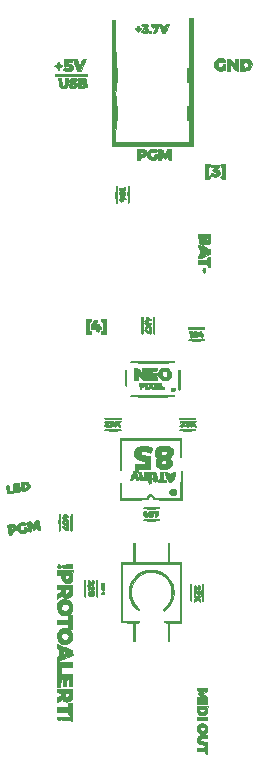
<source format=gbr>
G04 #@! TF.GenerationSoftware,KiCad,Pcbnew,5.0.2-bee76a0~70~ubuntu18.04.1*
G04 #@! TF.CreationDate,2019-04-19T09:49:41+03:00*
G04 #@! TF.ProjectId,Funifi_midistik_3_production,46756e69-6669-45f6-9d69-64697374696b,rev?*
G04 #@! TF.SameCoordinates,Original*
G04 #@! TF.FileFunction,Legend,Top*
G04 #@! TF.FilePolarity,Positive*
%FSLAX46Y46*%
G04 Gerber Fmt 4.6, Leading zero omitted, Abs format (unit mm)*
G04 Created by KiCad (PCBNEW 5.0.2-bee76a0~70~ubuntu18.04.1) date pe 19. huhtikuuta 2019 09.49.41*
%MOMM*%
%LPD*%
G01*
G04 APERTURE LIST*
%ADD10C,0.010000*%
%ADD11C,0.150000*%
G04 APERTURE END LIST*
D10*
G04 #@! TO.C,G\002A\002A\002A*
G36*
X4559749Y-23244303D02*
X4591027Y-23265390D01*
X4607264Y-23321022D01*
X4613389Y-23427962D01*
X4614333Y-23600833D01*
X4613361Y-23775081D01*
X4607160Y-23881426D01*
X4590797Y-23936629D01*
X4559344Y-23957455D01*
X4508500Y-23960666D01*
X4427939Y-23943181D01*
X4403113Y-23874336D01*
X4402667Y-23854833D01*
X4399058Y-23802344D01*
X4376714Y-23770915D01*
X4318362Y-23755147D01*
X4206727Y-23749642D01*
X4064000Y-23749000D01*
X3725333Y-23749000D01*
X3725333Y-23452666D01*
X4064000Y-23452666D01*
X4231965Y-23451538D01*
X4332538Y-23444556D01*
X4382996Y-23426321D01*
X4400612Y-23391435D01*
X4402667Y-23346833D01*
X4420151Y-23266272D01*
X4488996Y-23241446D01*
X4508500Y-23241000D01*
X4559749Y-23244303D01*
X4559749Y-23244303D01*
G37*
X4559749Y-23244303D02*
X4591027Y-23265390D01*
X4607264Y-23321022D01*
X4613389Y-23427962D01*
X4614333Y-23600833D01*
X4613361Y-23775081D01*
X4607160Y-23881426D01*
X4590797Y-23936629D01*
X4559344Y-23957455D01*
X4508500Y-23960666D01*
X4427939Y-23943181D01*
X4403113Y-23874336D01*
X4402667Y-23854833D01*
X4399058Y-23802344D01*
X4376714Y-23770915D01*
X4318362Y-23755147D01*
X4206727Y-23749642D01*
X4064000Y-23749000D01*
X3725333Y-23749000D01*
X3725333Y-23452666D01*
X4064000Y-23452666D01*
X4231965Y-23451538D01*
X4332538Y-23444556D01*
X4382996Y-23426321D01*
X4400612Y-23391435D01*
X4402667Y-23346833D01*
X4420151Y-23266272D01*
X4488996Y-23241446D01*
X4508500Y-23241000D01*
X4559749Y-23244303D01*
G36*
X4614333Y-22644624D02*
X4311852Y-22657062D01*
X4141186Y-22668917D01*
X4036011Y-22690465D01*
X3977290Y-22726559D01*
X3962602Y-22746062D01*
X3946794Y-22828958D01*
X4008747Y-22891412D01*
X4143459Y-22930842D01*
X4345927Y-22944666D01*
X4614333Y-22944666D01*
X4614333Y-23198666D01*
X4307417Y-23197379D01*
X4142884Y-23190517D01*
X4003024Y-23173723D01*
X3917342Y-23150583D01*
X3915833Y-23149782D01*
X3797727Y-23057224D01*
X3738464Y-22930021D01*
X3725333Y-22786484D01*
X3742335Y-22636444D01*
X3802691Y-22526920D01*
X3829242Y-22498242D01*
X3890645Y-22445602D01*
X3960045Y-22414398D01*
X4060757Y-22399180D01*
X4216091Y-22394498D01*
X4273742Y-22394333D01*
X4614333Y-22394333D01*
X4614333Y-22644624D01*
X4614333Y-22644624D01*
G37*
X4614333Y-22644624D02*
X4311852Y-22657062D01*
X4141186Y-22668917D01*
X4036011Y-22690465D01*
X3977290Y-22726559D01*
X3962602Y-22746062D01*
X3946794Y-22828958D01*
X4008747Y-22891412D01*
X4143459Y-22930842D01*
X4345927Y-22944666D01*
X4614333Y-22944666D01*
X4614333Y-23198666D01*
X4307417Y-23197379D01*
X4142884Y-23190517D01*
X4003024Y-23173723D01*
X3917342Y-23150583D01*
X3915833Y-23149782D01*
X3797727Y-23057224D01*
X3738464Y-22930021D01*
X3725333Y-22786484D01*
X3742335Y-22636444D01*
X3802691Y-22526920D01*
X3829242Y-22498242D01*
X3890645Y-22445602D01*
X3960045Y-22414398D01*
X4060757Y-22399180D01*
X4216091Y-22394498D01*
X4273742Y-22394333D01*
X4614333Y-22394333D01*
X4614333Y-22644624D01*
G36*
X4336266Y-21437893D02*
X4496862Y-21542420D01*
X4588614Y-21694892D01*
X4614333Y-21873918D01*
X4578122Y-22052428D01*
X4481401Y-22198663D01*
X4342040Y-22299954D01*
X4177909Y-22343630D01*
X4006877Y-22317023D01*
X3995763Y-22312481D01*
X3853870Y-22210084D01*
X3762035Y-22059187D01*
X3725343Y-21883025D01*
X3730983Y-21840313D01*
X3945152Y-21840313D01*
X3959015Y-21933421D01*
X4003524Y-21989142D01*
X4116581Y-22049045D01*
X4244098Y-22036274D01*
X4325250Y-21985605D01*
X4392648Y-21901536D01*
X4384835Y-21822053D01*
X4332605Y-21752083D01*
X4221686Y-21683519D01*
X4097315Y-21692542D01*
X4014417Y-21744727D01*
X3945152Y-21840313D01*
X3730983Y-21840313D01*
X3748876Y-21704830D01*
X3830338Y-21556372D01*
X3978595Y-21439430D01*
X4154009Y-21399701D01*
X4336266Y-21437893D01*
X4336266Y-21437893D01*
G37*
X4336266Y-21437893D02*
X4496862Y-21542420D01*
X4588614Y-21694892D01*
X4614333Y-21873918D01*
X4578122Y-22052428D01*
X4481401Y-22198663D01*
X4342040Y-22299954D01*
X4177909Y-22343630D01*
X4006877Y-22317023D01*
X3995763Y-22312481D01*
X3853870Y-22210084D01*
X3762035Y-22059187D01*
X3725343Y-21883025D01*
X3730983Y-21840313D01*
X3945152Y-21840313D01*
X3959015Y-21933421D01*
X4003524Y-21989142D01*
X4116581Y-22049045D01*
X4244098Y-22036274D01*
X4325250Y-21985605D01*
X4392648Y-21901536D01*
X4384835Y-21822053D01*
X4332605Y-21752083D01*
X4221686Y-21683519D01*
X4097315Y-21692542D01*
X4014417Y-21744727D01*
X3945152Y-21840313D01*
X3730983Y-21840313D01*
X3748876Y-21704830D01*
X3830338Y-21556372D01*
X3978595Y-21439430D01*
X4154009Y-21399701D01*
X4336266Y-21437893D01*
G36*
X-7855000Y-20859277D02*
X-7808342Y-20900184D01*
X-7796667Y-20946746D01*
X-7812640Y-21068376D01*
X-7885051Y-21145312D01*
X-7991475Y-21162997D01*
X-8078473Y-21129674D01*
X-8115984Y-21063662D01*
X-8120807Y-20971573D01*
X-8101095Y-20888677D01*
X-8049390Y-20854974D01*
X-7958667Y-20849166D01*
X-7855000Y-20859277D01*
X-7855000Y-20859277D01*
G37*
X-7855000Y-20859277D02*
X-7808342Y-20900184D01*
X-7796667Y-20946746D01*
X-7812640Y-21068376D01*
X-7885051Y-21145312D01*
X-7991475Y-21162997D01*
X-8078473Y-21129674D01*
X-8115984Y-21063662D01*
X-8120807Y-20971573D01*
X-8101095Y-20888677D01*
X-8049390Y-20854974D01*
X-7958667Y-20849166D01*
X-7855000Y-20859277D01*
G36*
X-6815667Y-21166666D02*
X-7101417Y-21159550D01*
X-7277442Y-21153224D01*
X-7444317Y-21144026D01*
X-7545917Y-21135828D01*
X-7650712Y-21117481D01*
X-7695430Y-21078406D01*
X-7704667Y-21000674D01*
X-7698260Y-20930890D01*
X-7664987Y-20891639D01*
X-7583768Y-20869146D01*
X-7482417Y-20855431D01*
X-7297110Y-20838846D01*
X-7098989Y-20829269D01*
X-7037917Y-20828367D01*
X-6815667Y-20828000D01*
X-6815667Y-21166666D01*
X-6815667Y-21166666D01*
G37*
X-6815667Y-21166666D02*
X-7101417Y-21159550D01*
X-7277442Y-21153224D01*
X-7444317Y-21144026D01*
X-7545917Y-21135828D01*
X-7650712Y-21117481D01*
X-7695430Y-21078406D01*
X-7704667Y-21000674D01*
X-7698260Y-20930890D01*
X-7664987Y-20891639D01*
X-7583768Y-20869146D01*
X-7482417Y-20855431D01*
X-7297110Y-20838846D01*
X-7098989Y-20829269D01*
X-7037917Y-20828367D01*
X-6815667Y-20828000D01*
X-6815667Y-21166666D01*
G36*
X4614333Y-21082000D02*
X3725333Y-21082000D01*
X3725333Y-20828000D01*
X4614333Y-20828000D01*
X4614333Y-21082000D01*
X4614333Y-21082000D01*
G37*
X4614333Y-21082000D02*
X3725333Y-21082000D01*
X3725333Y-20828000D01*
X4614333Y-20828000D01*
X4614333Y-21082000D01*
G36*
X-6815667Y-20743333D02*
X-6985000Y-20743333D01*
X-7093387Y-20739259D01*
X-7141549Y-20710745D01*
X-7153926Y-20633348D01*
X-7154333Y-20574000D01*
X-7154333Y-20404666D01*
X-8128000Y-20404666D01*
X-8128000Y-20023666D01*
X-7154333Y-20023666D01*
X-7154333Y-19642666D01*
X-6815667Y-19642666D01*
X-6815667Y-20743333D01*
X-6815667Y-20743333D01*
G37*
X-6815667Y-20743333D02*
X-6985000Y-20743333D01*
X-7093387Y-20739259D01*
X-7141549Y-20710745D01*
X-7153926Y-20633348D01*
X-7154333Y-20574000D01*
X-7154333Y-20404666D01*
X-8128000Y-20404666D01*
X-8128000Y-20023666D01*
X-7154333Y-20023666D01*
X-7154333Y-19642666D01*
X-6815667Y-19642666D01*
X-6815667Y-20743333D01*
G36*
X4606863Y-20197959D02*
X4594391Y-20360654D01*
X4573104Y-20465692D01*
X4533203Y-20540078D01*
X4464890Y-20610813D01*
X4453251Y-20621292D01*
X4286140Y-20720807D01*
X4104678Y-20737796D01*
X3930907Y-20679138D01*
X3818411Y-20571095D01*
X3750055Y-20392583D01*
X3734572Y-20235333D01*
X3937000Y-20235333D01*
X3967551Y-20328713D01*
X4040122Y-20421599D01*
X4126094Y-20481645D01*
X4161742Y-20489333D01*
X4239641Y-20465264D01*
X4286425Y-20436416D01*
X4348328Y-20356385D01*
X4383772Y-20267083D01*
X4411845Y-20150666D01*
X4174422Y-20150666D01*
X4038260Y-20154200D01*
X3966725Y-20169535D01*
X3939909Y-20203769D01*
X3937000Y-20235333D01*
X3734572Y-20235333D01*
X3725430Y-20142491D01*
X3725333Y-20123182D01*
X3725333Y-19896666D01*
X4623888Y-19896666D01*
X4606863Y-20197959D01*
X4606863Y-20197959D01*
G37*
X4606863Y-20197959D02*
X4594391Y-20360654D01*
X4573104Y-20465692D01*
X4533203Y-20540078D01*
X4464890Y-20610813D01*
X4453251Y-20621292D01*
X4286140Y-20720807D01*
X4104678Y-20737796D01*
X3930907Y-20679138D01*
X3818411Y-20571095D01*
X3750055Y-20392583D01*
X3734572Y-20235333D01*
X3937000Y-20235333D01*
X3967551Y-20328713D01*
X4040122Y-20421599D01*
X4126094Y-20481645D01*
X4161742Y-20489333D01*
X4239641Y-20465264D01*
X4286425Y-20436416D01*
X4348328Y-20356385D01*
X4383772Y-20267083D01*
X4411845Y-20150666D01*
X4174422Y-20150666D01*
X4038260Y-20154200D01*
X3966725Y-20169535D01*
X3939909Y-20203769D01*
X3937000Y-20235333D01*
X3734572Y-20235333D01*
X3725430Y-20142491D01*
X3725333Y-20123182D01*
X3725333Y-19896666D01*
X4623888Y-19896666D01*
X4606863Y-20197959D01*
G36*
X4614333Y-19769666D02*
X3725333Y-19769666D01*
X3725333Y-19515666D01*
X4614333Y-19515666D01*
X4614333Y-19769666D01*
X4614333Y-19769666D01*
G37*
X4614333Y-19769666D02*
X3725333Y-19769666D01*
X3725333Y-19515666D01*
X4614333Y-19515666D01*
X4614333Y-19769666D01*
G36*
X-6815667Y-18818526D02*
X-6831451Y-19109733D01*
X-6879211Y-19324368D01*
X-6959559Y-19464500D01*
X-7020967Y-19512259D01*
X-7157863Y-19553052D01*
X-7323268Y-19558548D01*
X-7481730Y-19531357D01*
X-7597798Y-19474091D01*
X-7603021Y-19469399D01*
X-7697332Y-19380799D01*
X-7884635Y-19490566D01*
X-7996554Y-19553198D01*
X-8077267Y-19592940D01*
X-8099969Y-19600333D01*
X-8116174Y-19562306D01*
X-8126297Y-19465374D01*
X-8128000Y-19395096D01*
X-8123650Y-19269673D01*
X-8098176Y-19197889D01*
X-8032942Y-19148752D01*
X-7958667Y-19113500D01*
X-7848605Y-19053650D01*
X-7799287Y-18990719D01*
X-7789333Y-18916570D01*
X-7796655Y-18839187D01*
X-7834737Y-18804785D01*
X-7927752Y-18796150D01*
X-7958667Y-18796000D01*
X-7450667Y-18796000D01*
X-7450667Y-18982972D01*
X-7439212Y-19109240D01*
X-7409015Y-19183191D01*
X-7397750Y-19191296D01*
X-7268036Y-19213616D01*
X-7175208Y-19165926D01*
X-7155823Y-19137449D01*
X-7123517Y-19034763D01*
X-7112000Y-18925783D01*
X-7118440Y-18842591D01*
X-7153956Y-18805610D01*
X-7242842Y-18796220D01*
X-7281333Y-18796000D01*
X-7450667Y-18796000D01*
X-7958667Y-18796000D01*
X-8067054Y-18791926D01*
X-8115216Y-18763411D01*
X-8127593Y-18686014D01*
X-8128000Y-18626666D01*
X-8128000Y-18457333D01*
X-6815667Y-18457333D01*
X-6815667Y-18818526D01*
X-6815667Y-18818526D01*
G37*
X-6815667Y-18818526D02*
X-6831451Y-19109733D01*
X-6879211Y-19324368D01*
X-6959559Y-19464500D01*
X-7020967Y-19512259D01*
X-7157863Y-19553052D01*
X-7323268Y-19558548D01*
X-7481730Y-19531357D01*
X-7597798Y-19474091D01*
X-7603021Y-19469399D01*
X-7697332Y-19380799D01*
X-7884635Y-19490566D01*
X-7996554Y-19553198D01*
X-8077267Y-19592940D01*
X-8099969Y-19600333D01*
X-8116174Y-19562306D01*
X-8126297Y-19465374D01*
X-8128000Y-19395096D01*
X-8123650Y-19269673D01*
X-8098176Y-19197889D01*
X-8032942Y-19148752D01*
X-7958667Y-19113500D01*
X-7848605Y-19053650D01*
X-7799287Y-18990719D01*
X-7789333Y-18916570D01*
X-7796655Y-18839187D01*
X-7834737Y-18804785D01*
X-7927752Y-18796150D01*
X-7958667Y-18796000D01*
X-7450667Y-18796000D01*
X-7450667Y-18982972D01*
X-7439212Y-19109240D01*
X-7409015Y-19183191D01*
X-7397750Y-19191296D01*
X-7268036Y-19213616D01*
X-7175208Y-19165926D01*
X-7155823Y-19137449D01*
X-7123517Y-19034763D01*
X-7112000Y-18925783D01*
X-7118440Y-18842591D01*
X-7153956Y-18805610D01*
X-7242842Y-18796220D01*
X-7281333Y-18796000D01*
X-7450667Y-18796000D01*
X-7958667Y-18796000D01*
X-8067054Y-18791926D01*
X-8115216Y-18763411D01*
X-8127593Y-18686014D01*
X-8128000Y-18626666D01*
X-8128000Y-18457333D01*
X-6815667Y-18457333D01*
X-6815667Y-18818526D01*
G36*
X4614333Y-18541321D02*
X4604952Y-18616884D01*
X4564969Y-18675318D01*
X4476622Y-18735192D01*
X4380370Y-18785948D01*
X4146406Y-18904253D01*
X4380370Y-19019000D01*
X4511530Y-19088230D01*
X4582209Y-19144118D01*
X4610344Y-19205236D01*
X4614333Y-19261206D01*
X4614333Y-19388666D01*
X3725333Y-19388666D01*
X3725333Y-19282833D01*
X3731937Y-19221052D01*
X3765859Y-19189178D01*
X3848262Y-19176881D01*
X3947583Y-19174373D01*
X4169833Y-19171747D01*
X3989917Y-19081366D01*
X3863896Y-19001802D01*
X3812366Y-18924023D01*
X3810000Y-18901833D01*
X3842811Y-18822904D01*
X3947534Y-18744762D01*
X3989917Y-18722299D01*
X4169833Y-18631918D01*
X3947583Y-18629292D01*
X3818008Y-18624616D01*
X3751913Y-18607682D01*
X3728134Y-18568162D01*
X3725333Y-18520833D01*
X3725333Y-18415000D01*
X4614333Y-18415000D01*
X4614333Y-18541321D01*
X4614333Y-18541321D01*
G37*
X4614333Y-18541321D02*
X4604952Y-18616884D01*
X4564969Y-18675318D01*
X4476622Y-18735192D01*
X4380370Y-18785948D01*
X4146406Y-18904253D01*
X4380370Y-19019000D01*
X4511530Y-19088230D01*
X4582209Y-19144118D01*
X4610344Y-19205236D01*
X4614333Y-19261206D01*
X4614333Y-19388666D01*
X3725333Y-19388666D01*
X3725333Y-19282833D01*
X3731937Y-19221052D01*
X3765859Y-19189178D01*
X3848262Y-19176881D01*
X3947583Y-19174373D01*
X4169833Y-19171747D01*
X3989917Y-19081366D01*
X3863896Y-19001802D01*
X3812366Y-18924023D01*
X3810000Y-18901833D01*
X3842811Y-18822904D01*
X3947534Y-18744762D01*
X3989917Y-18722299D01*
X4169833Y-18631918D01*
X3947583Y-18629292D01*
X3818008Y-18624616D01*
X3751913Y-18607682D01*
X3728134Y-18568162D01*
X3725333Y-18520833D01*
X3725333Y-18415000D01*
X4614333Y-18415000D01*
X4614333Y-18541321D01*
G36*
X-6815667Y-18245666D02*
X-7112000Y-18245666D01*
X-7112000Y-17928166D01*
X-7113319Y-17766672D01*
X-7121239Y-17672008D01*
X-7141705Y-17626340D01*
X-7180661Y-17611833D01*
X-7217833Y-17610666D01*
X-7273126Y-17615024D01*
X-7304770Y-17640396D01*
X-7319357Y-17705232D01*
X-7323474Y-17827982D01*
X-7323667Y-17907000D01*
X-7323667Y-18203333D01*
X-7620000Y-18203333D01*
X-7620000Y-17907000D01*
X-7621556Y-17752182D01*
X-7630618Y-17663576D01*
X-7653774Y-17622734D01*
X-7697613Y-17611206D01*
X-7725833Y-17610666D01*
X-7778322Y-17614275D01*
X-7809752Y-17636618D01*
X-7825520Y-17694970D01*
X-7831025Y-17806606D01*
X-7831667Y-17949333D01*
X-7831667Y-18288000D01*
X-8128000Y-18288000D01*
X-8128000Y-17229666D01*
X-6815667Y-17229666D01*
X-6815667Y-18245666D01*
X-6815667Y-18245666D01*
G37*
X-6815667Y-18245666D02*
X-7112000Y-18245666D01*
X-7112000Y-17928166D01*
X-7113319Y-17766672D01*
X-7121239Y-17672008D01*
X-7141705Y-17626340D01*
X-7180661Y-17611833D01*
X-7217833Y-17610666D01*
X-7273126Y-17615024D01*
X-7304770Y-17640396D01*
X-7319357Y-17705232D01*
X-7323474Y-17827982D01*
X-7323667Y-17907000D01*
X-7323667Y-18203333D01*
X-7620000Y-18203333D01*
X-7620000Y-17907000D01*
X-7621556Y-17752182D01*
X-7630618Y-17663576D01*
X-7653774Y-17622734D01*
X-7697613Y-17611206D01*
X-7725833Y-17610666D01*
X-7778322Y-17614275D01*
X-7809752Y-17636618D01*
X-7825520Y-17694970D01*
X-7831025Y-17806606D01*
X-7831667Y-17949333D01*
X-7831667Y-18288000D01*
X-8128000Y-18288000D01*
X-8128000Y-17229666D01*
X-6815667Y-17229666D01*
X-6815667Y-18245666D01*
G36*
X-6815667Y-16594666D02*
X-7789333Y-16594666D01*
X-7789333Y-17102666D01*
X-8128000Y-17102666D01*
X-8128000Y-16213666D01*
X-6815667Y-16213666D01*
X-6815667Y-16594666D01*
X-6815667Y-16594666D01*
G37*
X-6815667Y-16594666D02*
X-7789333Y-16594666D01*
X-7789333Y-17102666D01*
X-8128000Y-17102666D01*
X-8128000Y-16213666D01*
X-6815667Y-16213666D01*
X-6815667Y-16594666D01*
G36*
X-8048376Y-14707418D02*
X-7936874Y-14751944D01*
X-7775722Y-14818792D01*
X-7578896Y-14902198D01*
X-7450667Y-14957282D01*
X-6836833Y-15222270D01*
X-6824245Y-15413941D01*
X-6811656Y-15605613D01*
X-7438078Y-15867773D01*
X-7652171Y-15956555D01*
X-7838824Y-16032412D01*
X-7984123Y-16089813D01*
X-8074155Y-16123225D01*
X-8096250Y-16129467D01*
X-8115150Y-16091301D01*
X-8126516Y-15995230D01*
X-8128000Y-15937452D01*
X-8121323Y-15814180D01*
X-8092802Y-15747192D01*
X-8029701Y-15708595D01*
X-8022167Y-15705666D01*
X-7963105Y-15675436D01*
X-7931310Y-15626662D01*
X-7918494Y-15536155D01*
X-7916333Y-15409473D01*
X-7916336Y-15409333D01*
X-7620000Y-15409333D01*
X-7615966Y-15491150D01*
X-7590758Y-15524582D01*
X-7524718Y-15515655D01*
X-7408333Y-15474207D01*
X-7260167Y-15418523D01*
X-7417557Y-15350428D01*
X-7535721Y-15301381D01*
X-7595693Y-15291185D01*
X-7617208Y-15325580D01*
X-7620000Y-15409333D01*
X-7916336Y-15409333D01*
X-7919785Y-15264604D01*
X-7935688Y-15180381D01*
X-7972365Y-15132884D01*
X-8022167Y-15105297D01*
X-8090671Y-15059943D01*
X-8121396Y-14987766D01*
X-8128000Y-14873371D01*
X-8121482Y-14762458D01*
X-8105050Y-14697838D01*
X-8096250Y-14690981D01*
X-8048376Y-14707418D01*
X-8048376Y-14707418D01*
G37*
X-8048376Y-14707418D02*
X-7936874Y-14751944D01*
X-7775722Y-14818792D01*
X-7578896Y-14902198D01*
X-7450667Y-14957282D01*
X-6836833Y-15222270D01*
X-6824245Y-15413941D01*
X-6811656Y-15605613D01*
X-7438078Y-15867773D01*
X-7652171Y-15956555D01*
X-7838824Y-16032412D01*
X-7984123Y-16089813D01*
X-8074155Y-16123225D01*
X-8096250Y-16129467D01*
X-8115150Y-16091301D01*
X-8126516Y-15995230D01*
X-8128000Y-15937452D01*
X-8121323Y-15814180D01*
X-8092802Y-15747192D01*
X-8029701Y-15708595D01*
X-8022167Y-15705666D01*
X-7963105Y-15675436D01*
X-7931310Y-15626662D01*
X-7918494Y-15536155D01*
X-7916333Y-15409473D01*
X-7916336Y-15409333D01*
X-7620000Y-15409333D01*
X-7615966Y-15491150D01*
X-7590758Y-15524582D01*
X-7524718Y-15515655D01*
X-7408333Y-15474207D01*
X-7260167Y-15418523D01*
X-7417557Y-15350428D01*
X-7535721Y-15301381D01*
X-7595693Y-15291185D01*
X-7617208Y-15325580D01*
X-7620000Y-15409333D01*
X-7916336Y-15409333D01*
X-7919785Y-15264604D01*
X-7935688Y-15180381D01*
X-7972365Y-15132884D01*
X-8022167Y-15105297D01*
X-8090671Y-15059943D01*
X-8121396Y-14987766D01*
X-8128000Y-14873371D01*
X-8121482Y-14762458D01*
X-8105050Y-14697838D01*
X-8096250Y-14690981D01*
X-8048376Y-14707418D01*
G36*
X-7232438Y-13370977D02*
X-7041374Y-13473637D01*
X-6904918Y-13636813D01*
X-6829349Y-13854019D01*
X-6815825Y-14012993D01*
X-6847574Y-14266903D01*
X-6944166Y-14467493D01*
X-7107046Y-14617561D01*
X-7137574Y-14636053D01*
X-7358003Y-14716017D01*
X-7589296Y-14716745D01*
X-7795776Y-14646575D01*
X-7971035Y-14513333D01*
X-8080255Y-14331389D01*
X-8126015Y-14095945D01*
X-8127567Y-14038618D01*
X-7814813Y-14038618D01*
X-7810179Y-14098011D01*
X-7743768Y-14201262D01*
X-7632002Y-14293002D01*
X-7510817Y-14346361D01*
X-7471833Y-14351000D01*
X-7372000Y-14325330D01*
X-7268378Y-14265229D01*
X-7156322Y-14141474D01*
X-7128541Y-14012357D01*
X-7158903Y-13918682D01*
X-7273675Y-13782193D01*
X-7426262Y-13717277D01*
X-7601413Y-13729533D01*
X-7639270Y-13742296D01*
X-7717931Y-13808520D01*
X-7782689Y-13920289D01*
X-7814813Y-14038618D01*
X-8127567Y-14038618D01*
X-8127842Y-14028503D01*
X-8094540Y-13774880D01*
X-7998286Y-13573930D01*
X-7844024Y-13430878D01*
X-7636701Y-13350951D01*
X-7471833Y-13335316D01*
X-7232438Y-13370977D01*
X-7232438Y-13370977D01*
G37*
X-7232438Y-13370977D02*
X-7041374Y-13473637D01*
X-6904918Y-13636813D01*
X-6829349Y-13854019D01*
X-6815825Y-14012993D01*
X-6847574Y-14266903D01*
X-6944166Y-14467493D01*
X-7107046Y-14617561D01*
X-7137574Y-14636053D01*
X-7358003Y-14716017D01*
X-7589296Y-14716745D01*
X-7795776Y-14646575D01*
X-7971035Y-14513333D01*
X-8080255Y-14331389D01*
X-8126015Y-14095945D01*
X-8127567Y-14038618D01*
X-7814813Y-14038618D01*
X-7810179Y-14098011D01*
X-7743768Y-14201262D01*
X-7632002Y-14293002D01*
X-7510817Y-14346361D01*
X-7471833Y-14351000D01*
X-7372000Y-14325330D01*
X-7268378Y-14265229D01*
X-7156322Y-14141474D01*
X-7128541Y-14012357D01*
X-7158903Y-13918682D01*
X-7273675Y-13782193D01*
X-7426262Y-13717277D01*
X-7601413Y-13729533D01*
X-7639270Y-13742296D01*
X-7717931Y-13808520D01*
X-7782689Y-13920289D01*
X-7814813Y-14038618D01*
X-8127567Y-14038618D01*
X-8127842Y-14028503D01*
X-8094540Y-13774880D01*
X-7998286Y-13573930D01*
X-7844024Y-13430878D01*
X-7636701Y-13350951D01*
X-7471833Y-13335316D01*
X-7232438Y-13370977D01*
G36*
X1355906Y-6148841D02*
X1372464Y-6187414D01*
X1384008Y-6264629D01*
X1391374Y-6391059D01*
X1395396Y-6577280D01*
X1396909Y-6833866D01*
X1397000Y-6942666D01*
X1397000Y-7747000D01*
X2413000Y-7747000D01*
X2413000Y-12869333D01*
X1397000Y-12869333D01*
X1397000Y-13652500D01*
X1396140Y-13932111D01*
X1392980Y-14137774D01*
X1386653Y-14280193D01*
X1376291Y-14370075D01*
X1361026Y-14418123D01*
X1339990Y-14435044D01*
X1333500Y-14435666D01*
X1310829Y-14425056D01*
X1294153Y-14386089D01*
X1282606Y-14308060D01*
X1275318Y-14180263D01*
X1271422Y-13991993D01*
X1270050Y-13732544D01*
X1270000Y-13652500D01*
X1270000Y-12869333D01*
X1100667Y-12869333D01*
X989882Y-12862233D01*
X940920Y-12833536D01*
X931333Y-12784666D01*
X935288Y-12753008D01*
X955275Y-12730410D01*
X1003477Y-12715349D01*
X1092078Y-12706302D01*
X1233261Y-12701747D01*
X1439211Y-12700160D01*
X1608667Y-12700000D01*
X2286000Y-12700000D01*
X2286000Y-7874000D01*
X-2582333Y-7874000D01*
X-2582333Y-12700000D01*
X-1862667Y-12700000D01*
X-1600458Y-12700443D01*
X-1411091Y-12702702D01*
X-1282741Y-12708167D01*
X-1203585Y-12718229D01*
X-1161797Y-12734278D01*
X-1145554Y-12757708D01*
X-1143000Y-12784666D01*
X-1155465Y-12837576D01*
X-1207221Y-12862596D01*
X-1319815Y-12869301D01*
X-1333500Y-12869333D01*
X-1524000Y-12869333D01*
X-1524000Y-13652500D01*
X-1524382Y-13927652D01*
X-1526346Y-14129478D01*
X-1531116Y-14269318D01*
X-1539920Y-14358511D01*
X-1553983Y-14408396D01*
X-1574531Y-14430314D01*
X-1602790Y-14435605D01*
X-1608667Y-14435666D01*
X-1638435Y-14432128D01*
X-1660264Y-14413946D01*
X-1675381Y-14369771D01*
X-1685018Y-14288254D01*
X-1690401Y-14158046D01*
X-1692762Y-13967797D01*
X-1693327Y-13706158D01*
X-1693333Y-13653843D01*
X-1693333Y-12872020D01*
X-2688167Y-12848166D01*
X-2699081Y-10297583D01*
X-2709994Y-7747000D01*
X-1693333Y-7747000D01*
X-1693333Y-6942666D01*
X-1692969Y-6663314D01*
X-1691090Y-6457437D01*
X-1686519Y-6313845D01*
X-1678078Y-6221345D01*
X-1664588Y-6168749D01*
X-1644872Y-6144863D01*
X-1617752Y-6138499D01*
X-1608667Y-6138333D01*
X-1579261Y-6141795D01*
X-1557590Y-6159644D01*
X-1542475Y-6203069D01*
X-1532738Y-6283262D01*
X-1527202Y-6411413D01*
X-1524688Y-6598713D01*
X-1524018Y-6856353D01*
X-1524000Y-6942666D01*
X-1524000Y-7747000D01*
X1270000Y-7747000D01*
X1270000Y-6942666D01*
X1270829Y-6658852D01*
X1273875Y-6449118D01*
X1279971Y-6302890D01*
X1289952Y-6209592D01*
X1304654Y-6158650D01*
X1324910Y-6139488D01*
X1333500Y-6138333D01*
X1355906Y-6148841D01*
X1355906Y-6148841D01*
G37*
X1355906Y-6148841D02*
X1372464Y-6187414D01*
X1384008Y-6264629D01*
X1391374Y-6391059D01*
X1395396Y-6577280D01*
X1396909Y-6833866D01*
X1397000Y-6942666D01*
X1397000Y-7747000D01*
X2413000Y-7747000D01*
X2413000Y-12869333D01*
X1397000Y-12869333D01*
X1397000Y-13652500D01*
X1396140Y-13932111D01*
X1392980Y-14137774D01*
X1386653Y-14280193D01*
X1376291Y-14370075D01*
X1361026Y-14418123D01*
X1339990Y-14435044D01*
X1333500Y-14435666D01*
X1310829Y-14425056D01*
X1294153Y-14386089D01*
X1282606Y-14308060D01*
X1275318Y-14180263D01*
X1271422Y-13991993D01*
X1270050Y-13732544D01*
X1270000Y-13652500D01*
X1270000Y-12869333D01*
X1100667Y-12869333D01*
X989882Y-12862233D01*
X940920Y-12833536D01*
X931333Y-12784666D01*
X935288Y-12753008D01*
X955275Y-12730410D01*
X1003477Y-12715349D01*
X1092078Y-12706302D01*
X1233261Y-12701747D01*
X1439211Y-12700160D01*
X1608667Y-12700000D01*
X2286000Y-12700000D01*
X2286000Y-7874000D01*
X-2582333Y-7874000D01*
X-2582333Y-12700000D01*
X-1862667Y-12700000D01*
X-1600458Y-12700443D01*
X-1411091Y-12702702D01*
X-1282741Y-12708167D01*
X-1203585Y-12718229D01*
X-1161797Y-12734278D01*
X-1145554Y-12757708D01*
X-1143000Y-12784666D01*
X-1155465Y-12837576D01*
X-1207221Y-12862596D01*
X-1319815Y-12869301D01*
X-1333500Y-12869333D01*
X-1524000Y-12869333D01*
X-1524000Y-13652500D01*
X-1524382Y-13927652D01*
X-1526346Y-14129478D01*
X-1531116Y-14269318D01*
X-1539920Y-14358511D01*
X-1553983Y-14408396D01*
X-1574531Y-14430314D01*
X-1602790Y-14435605D01*
X-1608667Y-14435666D01*
X-1638435Y-14432128D01*
X-1660264Y-14413946D01*
X-1675381Y-14369771D01*
X-1685018Y-14288254D01*
X-1690401Y-14158046D01*
X-1692762Y-13967797D01*
X-1693327Y-13706158D01*
X-1693333Y-13653843D01*
X-1693333Y-12872020D01*
X-2688167Y-12848166D01*
X-2699081Y-10297583D01*
X-2709994Y-7747000D01*
X-1693333Y-7747000D01*
X-1693333Y-6942666D01*
X-1692969Y-6663314D01*
X-1691090Y-6457437D01*
X-1686519Y-6313845D01*
X-1678078Y-6221345D01*
X-1664588Y-6168749D01*
X-1644872Y-6144863D01*
X-1617752Y-6138499D01*
X-1608667Y-6138333D01*
X-1579261Y-6141795D01*
X-1557590Y-6159644D01*
X-1542475Y-6203069D01*
X-1532738Y-6283262D01*
X-1527202Y-6411413D01*
X-1524688Y-6598713D01*
X-1524018Y-6856353D01*
X-1524000Y-6942666D01*
X-1524000Y-7747000D01*
X1270000Y-7747000D01*
X1270000Y-6942666D01*
X1270829Y-6658852D01*
X1273875Y-6449118D01*
X1279971Y-6302890D01*
X1289952Y-6209592D01*
X1304654Y-6158650D01*
X1324910Y-6139488D01*
X1333500Y-6138333D01*
X1355906Y-6148841D01*
G36*
X-6815667Y-13377333D02*
X-7154333Y-13377333D01*
X-7154333Y-12996333D01*
X-8128000Y-12996333D01*
X-8128000Y-12615333D01*
X-7154333Y-12615333D01*
X-7154333Y-12234333D01*
X-6815667Y-12234333D01*
X-6815667Y-13377333D01*
X-6815667Y-13377333D01*
G37*
X-6815667Y-13377333D02*
X-7154333Y-13377333D01*
X-7154333Y-12996333D01*
X-8128000Y-12996333D01*
X-8128000Y-12615333D01*
X-7154333Y-12615333D01*
X-7154333Y-12234333D01*
X-6815667Y-12234333D01*
X-6815667Y-13377333D01*
G36*
X-7222976Y-10924172D02*
X-7078495Y-10992137D01*
X-6935010Y-11145801D01*
X-6847377Y-11341765D01*
X-6815540Y-11559466D01*
X-6839444Y-11778337D01*
X-6919035Y-11977815D01*
X-7054258Y-12137333D01*
X-7081590Y-12158156D01*
X-7257793Y-12238736D01*
X-7466937Y-12268694D01*
X-7672890Y-12245847D01*
X-7789333Y-12200886D01*
X-7966716Y-12067843D01*
X-8076564Y-11894555D01*
X-8124675Y-11670365D01*
X-8128000Y-11578166D01*
X-8120112Y-11511201D01*
X-7804694Y-11511201D01*
X-7800197Y-11653587D01*
X-7789865Y-11682716D01*
X-7695297Y-11813771D01*
X-7556929Y-11880649D01*
X-7392563Y-11877260D01*
X-7307353Y-11847841D01*
X-7191212Y-11758376D01*
X-7138543Y-11639532D01*
X-7143812Y-11510986D01*
X-7201481Y-11392409D01*
X-7306014Y-11303477D01*
X-7451875Y-11263864D01*
X-7471833Y-11263359D01*
X-7626185Y-11297194D01*
X-7741914Y-11386106D01*
X-7804694Y-11511201D01*
X-8120112Y-11511201D01*
X-8098562Y-11328256D01*
X-8007939Y-11133892D01*
X-7852666Y-10988678D01*
X-7788490Y-10951405D01*
X-7617280Y-10899006D01*
X-7416887Y-10890610D01*
X-7222976Y-10924172D01*
X-7222976Y-10924172D01*
G37*
X-7222976Y-10924172D02*
X-7078495Y-10992137D01*
X-6935010Y-11145801D01*
X-6847377Y-11341765D01*
X-6815540Y-11559466D01*
X-6839444Y-11778337D01*
X-6919035Y-11977815D01*
X-7054258Y-12137333D01*
X-7081590Y-12158156D01*
X-7257793Y-12238736D01*
X-7466937Y-12268694D01*
X-7672890Y-12245847D01*
X-7789333Y-12200886D01*
X-7966716Y-12067843D01*
X-8076564Y-11894555D01*
X-8124675Y-11670365D01*
X-8128000Y-11578166D01*
X-8120112Y-11511201D01*
X-7804694Y-11511201D01*
X-7800197Y-11653587D01*
X-7789865Y-11682716D01*
X-7695297Y-11813771D01*
X-7556929Y-11880649D01*
X-7392563Y-11877260D01*
X-7307353Y-11847841D01*
X-7191212Y-11758376D01*
X-7138543Y-11639532D01*
X-7143812Y-11510986D01*
X-7201481Y-11392409D01*
X-7306014Y-11303477D01*
X-7451875Y-11263864D01*
X-7471833Y-11263359D01*
X-7626185Y-11297194D01*
X-7741914Y-11386106D01*
X-7804694Y-11511201D01*
X-8120112Y-11511201D01*
X-8098562Y-11328256D01*
X-8007939Y-11133892D01*
X-7852666Y-10988678D01*
X-7788490Y-10951405D01*
X-7617280Y-10899006D01*
X-7416887Y-10890610D01*
X-7222976Y-10924172D01*
G36*
X187064Y-8415738D02*
X529183Y-8510576D01*
X849233Y-8667335D01*
X1137217Y-8883727D01*
X1383140Y-9157462D01*
X1577004Y-9486254D01*
X1652185Y-9673166D01*
X1709422Y-9912121D01*
X1738521Y-10193578D01*
X1738155Y-10480718D01*
X1706999Y-10736723D01*
X1692695Y-10797369D01*
X1551854Y-11157731D01*
X1329643Y-11495448D01*
X1247535Y-11591834D01*
X1100902Y-11746841D01*
X994675Y-11837796D01*
X920345Y-11869755D01*
X869403Y-11847774D01*
X854014Y-11825631D01*
X846174Y-11774968D01*
X880933Y-11707027D01*
X967309Y-11607794D01*
X1043189Y-11531772D01*
X1266594Y-11264601D01*
X1408519Y-11020003D01*
X1470887Y-10881940D01*
X1510750Y-10767807D01*
X1533094Y-10650865D01*
X1542903Y-10504376D01*
X1545162Y-10301600D01*
X1545167Y-10287000D01*
X1542735Y-10075394D01*
X1532605Y-9922732D01*
X1510522Y-9803363D01*
X1472229Y-9691633D01*
X1431041Y-9598971D01*
X1236571Y-9280788D01*
X978464Y-9008498D01*
X669753Y-8792077D01*
X323471Y-8641501D01*
X110595Y-8588277D01*
X-240408Y-8563861D01*
X-579079Y-8615519D01*
X-896913Y-8734745D01*
X-1185407Y-8913035D01*
X-1436056Y-9141881D01*
X-1640356Y-9412778D01*
X-1789802Y-9717221D01*
X-1875890Y-10046703D01*
X-1890116Y-10392719D01*
X-1868003Y-10567218D01*
X-1772021Y-10909637D01*
X-1612336Y-11216712D01*
X-1378684Y-11508023D01*
X-1370077Y-11517088D01*
X-1256101Y-11640596D01*
X-1195322Y-11720269D01*
X-1179540Y-11770566D01*
X-1200549Y-11805947D01*
X-1204351Y-11809216D01*
X-1283979Y-11823108D01*
X-1395263Y-11762295D01*
X-1534988Y-11629224D01*
X-1690324Y-11439198D01*
X-1892115Y-11103841D01*
X-2017784Y-10744434D01*
X-2068171Y-10372220D01*
X-2044115Y-9998443D01*
X-1946453Y-9634346D01*
X-1776025Y-9291173D01*
X-1533669Y-8980167D01*
X-1504704Y-8950459D01*
X-1202182Y-8701365D01*
X-871748Y-8525635D01*
X-523398Y-8420979D01*
X-167129Y-8385109D01*
X187064Y-8415738D01*
X187064Y-8415738D01*
G37*
X187064Y-8415738D02*
X529183Y-8510576D01*
X849233Y-8667335D01*
X1137217Y-8883727D01*
X1383140Y-9157462D01*
X1577004Y-9486254D01*
X1652185Y-9673166D01*
X1709422Y-9912121D01*
X1738521Y-10193578D01*
X1738155Y-10480718D01*
X1706999Y-10736723D01*
X1692695Y-10797369D01*
X1551854Y-11157731D01*
X1329643Y-11495448D01*
X1247535Y-11591834D01*
X1100902Y-11746841D01*
X994675Y-11837796D01*
X920345Y-11869755D01*
X869403Y-11847774D01*
X854014Y-11825631D01*
X846174Y-11774968D01*
X880933Y-11707027D01*
X967309Y-11607794D01*
X1043189Y-11531772D01*
X1266594Y-11264601D01*
X1408519Y-11020003D01*
X1470887Y-10881940D01*
X1510750Y-10767807D01*
X1533094Y-10650865D01*
X1542903Y-10504376D01*
X1545162Y-10301600D01*
X1545167Y-10287000D01*
X1542735Y-10075394D01*
X1532605Y-9922732D01*
X1510522Y-9803363D01*
X1472229Y-9691633D01*
X1431041Y-9598971D01*
X1236571Y-9280788D01*
X978464Y-9008498D01*
X669753Y-8792077D01*
X323471Y-8641501D01*
X110595Y-8588277D01*
X-240408Y-8563861D01*
X-579079Y-8615519D01*
X-896913Y-8734745D01*
X-1185407Y-8913035D01*
X-1436056Y-9141881D01*
X-1640356Y-9412778D01*
X-1789802Y-9717221D01*
X-1875890Y-10046703D01*
X-1890116Y-10392719D01*
X-1868003Y-10567218D01*
X-1772021Y-10909637D01*
X-1612336Y-11216712D01*
X-1378684Y-11508023D01*
X-1370077Y-11517088D01*
X-1256101Y-11640596D01*
X-1195322Y-11720269D01*
X-1179540Y-11770566D01*
X-1200549Y-11805947D01*
X-1204351Y-11809216D01*
X-1283979Y-11823108D01*
X-1395263Y-11762295D01*
X-1534988Y-11629224D01*
X-1690324Y-11439198D01*
X-1892115Y-11103841D01*
X-2017784Y-10744434D01*
X-2068171Y-10372220D01*
X-2044115Y-9998443D01*
X-1946453Y-9634346D01*
X-1776025Y-9291173D01*
X-1533669Y-8980167D01*
X-1504704Y-8950459D01*
X-1202182Y-8701365D01*
X-871748Y-8525635D01*
X-523398Y-8420979D01*
X-167129Y-8385109D01*
X187064Y-8415738D01*
G36*
X3867197Y-10586422D02*
X3943853Y-10599993D01*
X3974664Y-10630499D01*
X3979333Y-10668000D01*
X3948984Y-10739855D01*
X3905250Y-10753953D01*
X3853742Y-10758750D01*
X3876344Y-10781220D01*
X3905250Y-10798390D01*
X3963980Y-10877457D01*
X3979333Y-10973816D01*
X3979333Y-11106091D01*
X3876021Y-11009035D01*
X3772709Y-10911978D01*
X3471333Y-11098238D01*
X3471333Y-10991353D01*
X3507677Y-10879362D01*
X3565419Y-10818567D01*
X3659505Y-10752666D01*
X3565419Y-10752666D01*
X3488731Y-10727521D01*
X3471333Y-10668000D01*
X3480601Y-10620711D01*
X3521313Y-10595159D01*
X3612832Y-10584889D01*
X3725333Y-10583333D01*
X3867197Y-10586422D01*
X3867197Y-10586422D01*
G37*
X3867197Y-10586422D02*
X3943853Y-10599993D01*
X3974664Y-10630499D01*
X3979333Y-10668000D01*
X3948984Y-10739855D01*
X3905250Y-10753953D01*
X3853742Y-10758750D01*
X3876344Y-10781220D01*
X3905250Y-10798390D01*
X3963980Y-10877457D01*
X3979333Y-10973816D01*
X3979333Y-11106091D01*
X3876021Y-11009035D01*
X3772709Y-10911978D01*
X3471333Y-11098238D01*
X3471333Y-10991353D01*
X3507677Y-10879362D01*
X3565419Y-10818567D01*
X3659505Y-10752666D01*
X3565419Y-10752666D01*
X3488731Y-10727521D01*
X3471333Y-10668000D01*
X3480601Y-10620711D01*
X3521313Y-10595159D01*
X3612832Y-10584889D01*
X3725333Y-10583333D01*
X3867197Y-10586422D01*
G36*
X3220006Y-9620747D02*
X3237175Y-9661508D01*
X3248699Y-9743226D01*
X3255603Y-9877179D01*
X3258913Y-10074646D01*
X3259667Y-10308166D01*
X3258659Y-10570398D01*
X3254954Y-10759257D01*
X3247525Y-10886022D01*
X3235347Y-10961970D01*
X3217396Y-10998378D01*
X3196167Y-11006666D01*
X3172327Y-10995585D01*
X3155158Y-10954825D01*
X3143634Y-10873107D01*
X3136730Y-10739153D01*
X3133420Y-10541687D01*
X3132667Y-10308166D01*
X3133674Y-10045934D01*
X3137379Y-9857075D01*
X3144808Y-9730310D01*
X3156986Y-9654363D01*
X3174937Y-9617955D01*
X3196167Y-9609666D01*
X3220006Y-9620747D01*
X3220006Y-9620747D01*
G37*
X3220006Y-9620747D02*
X3237175Y-9661508D01*
X3248699Y-9743226D01*
X3255603Y-9877179D01*
X3258913Y-10074646D01*
X3259667Y-10308166D01*
X3258659Y-10570398D01*
X3254954Y-10759257D01*
X3247525Y-10886022D01*
X3235347Y-10961970D01*
X3217396Y-10998378D01*
X3196167Y-11006666D01*
X3172327Y-10995585D01*
X3155158Y-10954825D01*
X3143634Y-10873107D01*
X3136730Y-10739153D01*
X3133420Y-10541687D01*
X3132667Y-10308166D01*
X3133674Y-10045934D01*
X3137379Y-9857075D01*
X3144808Y-9730310D01*
X3156986Y-9654363D01*
X3174937Y-9617955D01*
X3196167Y-9609666D01*
X3220006Y-9620747D01*
G36*
X4222245Y-9613527D02*
X4244682Y-9633109D01*
X4259765Y-9680412D01*
X4268950Y-9767437D01*
X4273690Y-9906182D01*
X4275441Y-10108648D01*
X4275667Y-10308166D01*
X4275199Y-10565937D01*
X4272825Y-10751042D01*
X4267091Y-10875482D01*
X4256543Y-10951255D01*
X4239725Y-10990363D01*
X4215184Y-11004804D01*
X4191000Y-11006666D01*
X4159755Y-11002805D01*
X4137318Y-10983223D01*
X4122234Y-10935920D01*
X4113050Y-10848895D01*
X4108309Y-10710150D01*
X4106559Y-10507684D01*
X4106333Y-10308166D01*
X4106801Y-10050395D01*
X4109175Y-9865290D01*
X4114908Y-9740851D01*
X4125457Y-9665077D01*
X4142275Y-9625970D01*
X4166816Y-9611528D01*
X4191000Y-9609666D01*
X4222245Y-9613527D01*
X4222245Y-9613527D01*
G37*
X4222245Y-9613527D02*
X4244682Y-9633109D01*
X4259765Y-9680412D01*
X4268950Y-9767437D01*
X4273690Y-9906182D01*
X4275441Y-10108648D01*
X4275667Y-10308166D01*
X4275199Y-10565937D01*
X4272825Y-10751042D01*
X4267091Y-10875482D01*
X4256543Y-10951255D01*
X4239725Y-10990363D01*
X4215184Y-11004804D01*
X4191000Y-11006666D01*
X4159755Y-11002805D01*
X4137318Y-10983223D01*
X4122234Y-10935920D01*
X4113050Y-10848895D01*
X4108309Y-10710150D01*
X4106559Y-10507684D01*
X4106333Y-10308166D01*
X4106801Y-10050395D01*
X4109175Y-9865290D01*
X4114908Y-9740851D01*
X4125457Y-9665077D01*
X4142275Y-9625970D01*
X4166816Y-9611528D01*
X4191000Y-9609666D01*
X4222245Y-9613527D01*
G36*
X-6815667Y-10013193D02*
X-6827036Y-10279082D01*
X-6864224Y-10475477D01*
X-6931857Y-10614854D01*
X-7034556Y-10709688D01*
X-7083784Y-10736663D01*
X-7260872Y-10782016D01*
X-7442551Y-10764264D01*
X-7597288Y-10687717D01*
X-7625303Y-10662697D01*
X-7665730Y-10621528D01*
X-7698714Y-10601273D01*
X-7741610Y-10607006D01*
X-7811776Y-10643800D01*
X-7926568Y-10716728D01*
X-8022167Y-10778702D01*
X-8128000Y-10847070D01*
X-8128000Y-10631395D01*
X-8124005Y-10501906D01*
X-8100478Y-10426177D01*
X-8040111Y-10373331D01*
X-7958667Y-10329333D01*
X-7844433Y-10257479D01*
X-7802534Y-10195277D01*
X-7450667Y-10195277D01*
X-7443904Y-10307148D01*
X-7427171Y-10378759D01*
X-7422445Y-10385777D01*
X-7342135Y-10415160D01*
X-7241215Y-10398337D01*
X-7163434Y-10344113D01*
X-7155823Y-10332116D01*
X-7121002Y-10224190D01*
X-7112000Y-10141616D01*
X-7120817Y-10071705D01*
X-7163199Y-10040627D01*
X-7263043Y-10033057D01*
X-7281333Y-10033000D01*
X-7389723Y-10037201D01*
X-7437887Y-10065419D01*
X-7450262Y-10141074D01*
X-7450667Y-10195277D01*
X-7802534Y-10195277D01*
X-7795151Y-10184318D01*
X-7789333Y-10137972D01*
X-7798715Y-10070318D01*
X-7842705Y-10040249D01*
X-7945072Y-10033032D01*
X-7958667Y-10033000D01*
X-8128000Y-10033000D01*
X-8128000Y-9652000D01*
X-6815667Y-9652000D01*
X-6815667Y-10013193D01*
X-6815667Y-10013193D01*
G37*
X-6815667Y-10013193D02*
X-6827036Y-10279082D01*
X-6864224Y-10475477D01*
X-6931857Y-10614854D01*
X-7034556Y-10709688D01*
X-7083784Y-10736663D01*
X-7260872Y-10782016D01*
X-7442551Y-10764264D01*
X-7597288Y-10687717D01*
X-7625303Y-10662697D01*
X-7665730Y-10621528D01*
X-7698714Y-10601273D01*
X-7741610Y-10607006D01*
X-7811776Y-10643800D01*
X-7926568Y-10716728D01*
X-8022167Y-10778702D01*
X-8128000Y-10847070D01*
X-8128000Y-10631395D01*
X-8124005Y-10501906D01*
X-8100478Y-10426177D01*
X-8040111Y-10373331D01*
X-7958667Y-10329333D01*
X-7844433Y-10257479D01*
X-7802534Y-10195277D01*
X-7450667Y-10195277D01*
X-7443904Y-10307148D01*
X-7427171Y-10378759D01*
X-7422445Y-10385777D01*
X-7342135Y-10415160D01*
X-7241215Y-10398337D01*
X-7163434Y-10344113D01*
X-7155823Y-10332116D01*
X-7121002Y-10224190D01*
X-7112000Y-10141616D01*
X-7120817Y-10071705D01*
X-7163199Y-10040627D01*
X-7263043Y-10033057D01*
X-7281333Y-10033000D01*
X-7389723Y-10037201D01*
X-7437887Y-10065419D01*
X-7450262Y-10141074D01*
X-7450667Y-10195277D01*
X-7802534Y-10195277D01*
X-7795151Y-10184318D01*
X-7789333Y-10137972D01*
X-7798715Y-10070318D01*
X-7842705Y-10040249D01*
X-7945072Y-10033032D01*
X-7958667Y-10033000D01*
X-8128000Y-10033000D01*
X-8128000Y-9652000D01*
X-6815667Y-9652000D01*
X-6815667Y-10013193D01*
G36*
X-5754661Y-9282080D02*
X-5737492Y-9322841D01*
X-5725968Y-9404559D01*
X-5719063Y-9538513D01*
X-5715754Y-9735979D01*
X-5715000Y-9969500D01*
X-5716008Y-10231731D01*
X-5719713Y-10420591D01*
X-5727142Y-10547355D01*
X-5739320Y-10623303D01*
X-5757271Y-10659711D01*
X-5778500Y-10668000D01*
X-5802339Y-10656919D01*
X-5819508Y-10616158D01*
X-5831033Y-10534440D01*
X-5837937Y-10400486D01*
X-5841247Y-10203020D01*
X-5842000Y-9969500D01*
X-5840993Y-9707268D01*
X-5837287Y-9518408D01*
X-5829858Y-9391644D01*
X-5817681Y-9315696D01*
X-5799729Y-9279288D01*
X-5778500Y-9271000D01*
X-5754661Y-9282080D01*
X-5754661Y-9282080D01*
G37*
X-5754661Y-9282080D02*
X-5737492Y-9322841D01*
X-5725968Y-9404559D01*
X-5719063Y-9538513D01*
X-5715754Y-9735979D01*
X-5715000Y-9969500D01*
X-5716008Y-10231731D01*
X-5719713Y-10420591D01*
X-5727142Y-10547355D01*
X-5739320Y-10623303D01*
X-5757271Y-10659711D01*
X-5778500Y-10668000D01*
X-5802339Y-10656919D01*
X-5819508Y-10616158D01*
X-5831033Y-10534440D01*
X-5837937Y-10400486D01*
X-5841247Y-10203020D01*
X-5842000Y-9969500D01*
X-5840993Y-9707268D01*
X-5837287Y-9518408D01*
X-5829858Y-9391644D01*
X-5817681Y-9315696D01*
X-5799729Y-9279288D01*
X-5778500Y-9271000D01*
X-5754661Y-9282080D01*
G36*
X-4738661Y-9282080D02*
X-4721492Y-9322841D01*
X-4709968Y-9404559D01*
X-4703063Y-9538513D01*
X-4699754Y-9735979D01*
X-4699000Y-9969500D01*
X-4700008Y-10231731D01*
X-4703713Y-10420591D01*
X-4711142Y-10547355D01*
X-4723320Y-10623303D01*
X-4741271Y-10659711D01*
X-4762500Y-10668000D01*
X-4786339Y-10656919D01*
X-4803508Y-10616158D01*
X-4815033Y-10534440D01*
X-4821937Y-10400486D01*
X-4825247Y-10203020D01*
X-4826000Y-9969500D01*
X-4824993Y-9707268D01*
X-4821287Y-9518408D01*
X-4813858Y-9391644D01*
X-4801681Y-9315696D01*
X-4783729Y-9279288D01*
X-4762500Y-9271000D01*
X-4738661Y-9282080D01*
X-4738661Y-9282080D01*
G37*
X-4738661Y-9282080D02*
X-4721492Y-9322841D01*
X-4709968Y-9404559D01*
X-4703063Y-9538513D01*
X-4699754Y-9735979D01*
X-4699000Y-9969500D01*
X-4700008Y-10231731D01*
X-4703713Y-10420591D01*
X-4711142Y-10547355D01*
X-4723320Y-10623303D01*
X-4741271Y-10659711D01*
X-4762500Y-10668000D01*
X-4786339Y-10656919D01*
X-4803508Y-10616158D01*
X-4815033Y-10534440D01*
X-4821937Y-10400486D01*
X-4825247Y-10203020D01*
X-4826000Y-9969500D01*
X-4824993Y-9707268D01*
X-4821287Y-9518408D01*
X-4813858Y-9391644D01*
X-4801681Y-9315696D01*
X-4783729Y-9279288D01*
X-4762500Y-9271000D01*
X-4738661Y-9282080D01*
G36*
X-5120211Y-10177627D02*
X-5030151Y-10236051D01*
X-4996322Y-10343581D01*
X-4995333Y-10373572D01*
X-5031442Y-10495701D01*
X-5123103Y-10582656D01*
X-5245320Y-10625346D01*
X-5373097Y-10614679D01*
X-5475606Y-10548249D01*
X-5540017Y-10424325D01*
X-5534399Y-10381223D01*
X-5401065Y-10381223D01*
X-5382281Y-10420088D01*
X-5366014Y-10428208D01*
X-5279216Y-10451750D01*
X-5195651Y-10433052D01*
X-5189539Y-10430730D01*
X-5142739Y-10391974D01*
X-5165441Y-10352931D01*
X-5244224Y-10330412D01*
X-5270500Y-10329333D01*
X-5358224Y-10345194D01*
X-5401065Y-10381223D01*
X-5534399Y-10381223D01*
X-5521780Y-10284425D01*
X-5501844Y-10241883D01*
X-5444631Y-10185041D01*
X-5339008Y-10161825D01*
X-5277477Y-10160000D01*
X-5120211Y-10177627D01*
X-5120211Y-10177627D01*
G37*
X-5120211Y-10177627D02*
X-5030151Y-10236051D01*
X-4996322Y-10343581D01*
X-4995333Y-10373572D01*
X-5031442Y-10495701D01*
X-5123103Y-10582656D01*
X-5245320Y-10625346D01*
X-5373097Y-10614679D01*
X-5475606Y-10548249D01*
X-5540017Y-10424325D01*
X-5534399Y-10381223D01*
X-5401065Y-10381223D01*
X-5382281Y-10420088D01*
X-5366014Y-10428208D01*
X-5279216Y-10451750D01*
X-5195651Y-10433052D01*
X-5189539Y-10430730D01*
X-5142739Y-10391974D01*
X-5165441Y-10352931D01*
X-5244224Y-10330412D01*
X-5270500Y-10329333D01*
X-5358224Y-10345194D01*
X-5401065Y-10381223D01*
X-5534399Y-10381223D01*
X-5521780Y-10284425D01*
X-5501844Y-10241883D01*
X-5444631Y-10185041D01*
X-5339008Y-10161825D01*
X-5277477Y-10160000D01*
X-5120211Y-10177627D01*
G36*
X3927301Y-9719409D02*
X3980016Y-9801967D01*
X3980387Y-9802938D01*
X3997089Y-9932308D01*
X3951688Y-10026291D01*
X3863731Y-10071906D01*
X3752762Y-10056169D01*
X3675750Y-10005272D01*
X3618612Y-9960981D01*
X3599943Y-9985630D01*
X3598333Y-10040226D01*
X3625015Y-10129087D01*
X3688987Y-10227322D01*
X3766144Y-10304061D01*
X3824118Y-10329333D01*
X3837447Y-10294508D01*
X3827384Y-10223500D01*
X3828641Y-10141692D01*
X3870828Y-10114524D01*
X3929583Y-10142734D01*
X3977606Y-10218956D01*
X4003773Y-10361006D01*
X3971095Y-10462753D01*
X3893113Y-10511832D01*
X3783365Y-10495878D01*
X3717061Y-10456911D01*
X3637484Y-10400620D01*
X3604938Y-10394342D01*
X3598379Y-10437750D01*
X3598333Y-10455065D01*
X3572160Y-10525013D01*
X3534833Y-10541000D01*
X3505222Y-10527010D01*
X3486211Y-10475759D01*
X3475711Y-10373319D01*
X3471634Y-10205766D01*
X3471333Y-10117666D01*
X3475138Y-9903271D01*
X3489517Y-9766654D01*
X3518913Y-9701146D01*
X3567773Y-9700082D01*
X3640540Y-9756795D01*
X3683000Y-9800166D01*
X3759786Y-9871795D01*
X3814713Y-9905602D01*
X3818186Y-9906000D01*
X3835898Y-9871290D01*
X3827384Y-9800166D01*
X3827823Y-9718088D01*
X3868850Y-9691309D01*
X3927301Y-9719409D01*
X3927301Y-9719409D01*
G37*
X3927301Y-9719409D02*
X3980016Y-9801967D01*
X3980387Y-9802938D01*
X3997089Y-9932308D01*
X3951688Y-10026291D01*
X3863731Y-10071906D01*
X3752762Y-10056169D01*
X3675750Y-10005272D01*
X3618612Y-9960981D01*
X3599943Y-9985630D01*
X3598333Y-10040226D01*
X3625015Y-10129087D01*
X3688987Y-10227322D01*
X3766144Y-10304061D01*
X3824118Y-10329333D01*
X3837447Y-10294508D01*
X3827384Y-10223500D01*
X3828641Y-10141692D01*
X3870828Y-10114524D01*
X3929583Y-10142734D01*
X3977606Y-10218956D01*
X4003773Y-10361006D01*
X3971095Y-10462753D01*
X3893113Y-10511832D01*
X3783365Y-10495878D01*
X3717061Y-10456911D01*
X3637484Y-10400620D01*
X3604938Y-10394342D01*
X3598379Y-10437750D01*
X3598333Y-10455065D01*
X3572160Y-10525013D01*
X3534833Y-10541000D01*
X3505222Y-10527010D01*
X3486211Y-10475759D01*
X3475711Y-10373319D01*
X3471634Y-10205766D01*
X3471333Y-10117666D01*
X3475138Y-9903271D01*
X3489517Y-9766654D01*
X3518913Y-9701146D01*
X3567773Y-9700082D01*
X3640540Y-9756795D01*
X3683000Y-9800166D01*
X3759786Y-9871795D01*
X3814713Y-9905602D01*
X3818186Y-9906000D01*
X3835898Y-9871290D01*
X3827384Y-9800166D01*
X3827823Y-9718088D01*
X3868850Y-9691309D01*
X3927301Y-9719409D01*
G36*
X-4156843Y-10279298D02*
X-4128298Y-10347745D01*
X-4127500Y-10371666D01*
X-4146063Y-10453014D01*
X-4217891Y-10487173D01*
X-4244158Y-10490918D01*
X-4349128Y-10478829D01*
X-4386270Y-10438001D01*
X-4396210Y-10329501D01*
X-4338161Y-10263564D01*
X-4244158Y-10252414D01*
X-4156843Y-10279298D01*
X-4156843Y-10279298D01*
G37*
X-4156843Y-10279298D02*
X-4128298Y-10347745D01*
X-4127500Y-10371666D01*
X-4146063Y-10453014D01*
X-4217891Y-10487173D01*
X-4244158Y-10490918D01*
X-4349128Y-10478829D01*
X-4386270Y-10438001D01*
X-4396210Y-10329501D01*
X-4338161Y-10263564D01*
X-4244158Y-10252414D01*
X-4156843Y-10279298D01*
G36*
X-4155149Y-9489347D02*
X-4114400Y-9525975D01*
X-4106343Y-9617430D01*
X-4106333Y-9624924D01*
X-4112392Y-9758777D01*
X-4127499Y-9918310D01*
X-4133254Y-9963591D01*
X-4156026Y-10085280D01*
X-4189098Y-10143616D01*
X-4245582Y-10159867D01*
X-4254358Y-10160000D01*
X-4311130Y-10149221D01*
X-4344940Y-10103269D01*
X-4366897Y-10001722D01*
X-4375236Y-9937750D01*
X-4397428Y-9737677D01*
X-4403870Y-9606812D01*
X-4390685Y-9530532D01*
X-4353991Y-9494215D01*
X-4289909Y-9483238D01*
X-4254500Y-9482666D01*
X-4155149Y-9489347D01*
X-4155149Y-9489347D01*
G37*
X-4155149Y-9489347D02*
X-4114400Y-9525975D01*
X-4106343Y-9617430D01*
X-4106333Y-9624924D01*
X-4112392Y-9758777D01*
X-4127499Y-9918310D01*
X-4133254Y-9963591D01*
X-4156026Y-10085280D01*
X-4189098Y-10143616D01*
X-4245582Y-10159867D01*
X-4254358Y-10160000D01*
X-4311130Y-10149221D01*
X-4344940Y-10103269D01*
X-4366897Y-10001722D01*
X-4375236Y-9937750D01*
X-4397428Y-9737677D01*
X-4403870Y-9606812D01*
X-4390685Y-9530532D01*
X-4353991Y-9494215D01*
X-4289909Y-9483238D01*
X-4254500Y-9482666D01*
X-4155149Y-9489347D01*
G36*
X-5376460Y-9333462D02*
X-5334000Y-9376833D01*
X-5243235Y-9458815D01*
X-5188569Y-9477588D01*
X-5177294Y-9432120D01*
X-5185900Y-9397791D01*
X-5180150Y-9320778D01*
X-5128097Y-9278625D01*
X-5062050Y-9288361D01*
X-5034043Y-9317747D01*
X-5000385Y-9424053D01*
X-5003662Y-9546350D01*
X-5042193Y-9639327D01*
X-5046133Y-9643533D01*
X-5075136Y-9701140D01*
X-5046133Y-9745133D01*
X-5007016Y-9824293D01*
X-4995333Y-9906000D01*
X-5024712Y-10035695D01*
X-5100685Y-10104863D01*
X-5205008Y-10104991D01*
X-5298917Y-10047605D01*
X-5356334Y-10001119D01*
X-5374869Y-10013832D01*
X-5376333Y-10047605D01*
X-5411445Y-10106235D01*
X-5461000Y-10117666D01*
X-5499535Y-10111856D01*
X-5524204Y-10084209D01*
X-5538071Y-10019402D01*
X-5544201Y-9902108D01*
X-5545660Y-9717005D01*
X-5545667Y-9694333D01*
X-5544845Y-9647990D01*
X-5382002Y-9647990D01*
X-5374513Y-9729529D01*
X-5321707Y-9810750D01*
X-5237326Y-9886756D01*
X-5186543Y-9899770D01*
X-5178526Y-9849077D01*
X-5185833Y-9821333D01*
X-5188010Y-9750563D01*
X-5156936Y-9736443D01*
X-5150946Y-9718024D01*
X-5205861Y-9672609D01*
X-5228167Y-9658350D01*
X-5315066Y-9610409D01*
X-5358408Y-9609253D01*
X-5382002Y-9647990D01*
X-5544845Y-9647990D01*
X-5541862Y-9479938D01*
X-5527483Y-9343320D01*
X-5498087Y-9277813D01*
X-5449227Y-9276749D01*
X-5376460Y-9333462D01*
X-5376460Y-9333462D01*
G37*
X-5376460Y-9333462D02*
X-5334000Y-9376833D01*
X-5243235Y-9458815D01*
X-5188569Y-9477588D01*
X-5177294Y-9432120D01*
X-5185900Y-9397791D01*
X-5180150Y-9320778D01*
X-5128097Y-9278625D01*
X-5062050Y-9288361D01*
X-5034043Y-9317747D01*
X-5000385Y-9424053D01*
X-5003662Y-9546350D01*
X-5042193Y-9639327D01*
X-5046133Y-9643533D01*
X-5075136Y-9701140D01*
X-5046133Y-9745133D01*
X-5007016Y-9824293D01*
X-4995333Y-9906000D01*
X-5024712Y-10035695D01*
X-5100685Y-10104863D01*
X-5205008Y-10104991D01*
X-5298917Y-10047605D01*
X-5356334Y-10001119D01*
X-5374869Y-10013832D01*
X-5376333Y-10047605D01*
X-5411445Y-10106235D01*
X-5461000Y-10117666D01*
X-5499535Y-10111856D01*
X-5524204Y-10084209D01*
X-5538071Y-10019402D01*
X-5544201Y-9902108D01*
X-5545660Y-9717005D01*
X-5545667Y-9694333D01*
X-5544845Y-9647990D01*
X-5382002Y-9647990D01*
X-5374513Y-9729529D01*
X-5321707Y-9810750D01*
X-5237326Y-9886756D01*
X-5186543Y-9899770D01*
X-5178526Y-9849077D01*
X-5185833Y-9821333D01*
X-5188010Y-9750563D01*
X-5156936Y-9736443D01*
X-5150946Y-9718024D01*
X-5205861Y-9672609D01*
X-5228167Y-9658350D01*
X-5315066Y-9610409D01*
X-5358408Y-9609253D01*
X-5382002Y-9647990D01*
X-5544845Y-9647990D01*
X-5541862Y-9479938D01*
X-5527483Y-9343320D01*
X-5498087Y-9277813D01*
X-5449227Y-9276749D01*
X-5376460Y-9333462D01*
G36*
X-6822283Y-8851207D02*
X-6829900Y-9045491D01*
X-6840540Y-9175093D01*
X-6859741Y-9259959D01*
X-6893041Y-9320036D01*
X-6945980Y-9375271D01*
X-6975085Y-9401540D01*
X-7145852Y-9500988D01*
X-7339104Y-9525227D01*
X-7533765Y-9471650D01*
X-7535333Y-9470870D01*
X-7646159Y-9374827D01*
X-7733639Y-9223642D01*
X-7783208Y-9046385D01*
X-7789268Y-8964083D01*
X-7789842Y-8951396D01*
X-7450667Y-8951396D01*
X-7426616Y-9082555D01*
X-7376583Y-9140609D01*
X-7291090Y-9179489D01*
X-7232968Y-9160415D01*
X-7177901Y-9092247D01*
X-7126911Y-8983939D01*
X-7112000Y-8901747D01*
X-7122992Y-8839339D01*
X-7171526Y-8811631D01*
X-7280941Y-8805333D01*
X-7281333Y-8805333D01*
X-7389760Y-8809865D01*
X-7437946Y-8837493D01*
X-7450295Y-8909265D01*
X-7450667Y-8951396D01*
X-7789842Y-8951396D01*
X-7793866Y-8862464D01*
X-7823844Y-8817308D01*
X-7903645Y-8805708D01*
X-7958667Y-8805333D01*
X-8128000Y-8805333D01*
X-8128000Y-8424333D01*
X-6807733Y-8424333D01*
X-6822283Y-8851207D01*
X-6822283Y-8851207D01*
G37*
X-6822283Y-8851207D02*
X-6829900Y-9045491D01*
X-6840540Y-9175093D01*
X-6859741Y-9259959D01*
X-6893041Y-9320036D01*
X-6945980Y-9375271D01*
X-6975085Y-9401540D01*
X-7145852Y-9500988D01*
X-7339104Y-9525227D01*
X-7533765Y-9471650D01*
X-7535333Y-9470870D01*
X-7646159Y-9374827D01*
X-7733639Y-9223642D01*
X-7783208Y-9046385D01*
X-7789268Y-8964083D01*
X-7789842Y-8951396D01*
X-7450667Y-8951396D01*
X-7426616Y-9082555D01*
X-7376583Y-9140609D01*
X-7291090Y-9179489D01*
X-7232968Y-9160415D01*
X-7177901Y-9092247D01*
X-7126911Y-8983939D01*
X-7112000Y-8901747D01*
X-7122992Y-8839339D01*
X-7171526Y-8811631D01*
X-7280941Y-8805333D01*
X-7281333Y-8805333D01*
X-7389760Y-8809865D01*
X-7437946Y-8837493D01*
X-7450295Y-8909265D01*
X-7450667Y-8951396D01*
X-7789842Y-8951396D01*
X-7793866Y-8862464D01*
X-7823844Y-8817308D01*
X-7903645Y-8805708D01*
X-7958667Y-8805333D01*
X-8128000Y-8805333D01*
X-8128000Y-8424333D01*
X-6807733Y-8424333D01*
X-6822283Y-8851207D01*
G36*
X-7856711Y-7967826D02*
X-7813463Y-8070303D01*
X-7810500Y-8111447D01*
X-7821824Y-8197443D01*
X-7873151Y-8235342D01*
X-7948375Y-8247120D01*
X-8065291Y-8238943D01*
X-8110705Y-8196676D01*
X-8121038Y-8069760D01*
X-8061145Y-7963985D01*
X-8032750Y-7942253D01*
X-7936329Y-7920177D01*
X-7856711Y-7967826D01*
X-7856711Y-7967826D01*
G37*
X-7856711Y-7967826D02*
X-7813463Y-8070303D01*
X-7810500Y-8111447D01*
X-7821824Y-8197443D01*
X-7873151Y-8235342D01*
X-7948375Y-8247120D01*
X-8065291Y-8238943D01*
X-8110705Y-8196676D01*
X-8121038Y-8069760D01*
X-8061145Y-7963985D01*
X-8032750Y-7942253D01*
X-7936329Y-7920177D01*
X-7856711Y-7967826D01*
G36*
X-6815667Y-8255000D02*
X-7164917Y-8249234D01*
X-7340751Y-8244341D01*
X-7493556Y-8236540D01*
X-7595748Y-8227328D01*
X-7609417Y-8225123D01*
X-7687726Y-8179492D01*
X-7704667Y-8108418D01*
X-7697931Y-8049838D01*
X-7668469Y-8008647D01*
X-7602402Y-7980048D01*
X-7485851Y-7959241D01*
X-7304937Y-7941428D01*
X-7197291Y-7932994D01*
X-6815667Y-7904185D01*
X-6815667Y-8255000D01*
X-6815667Y-8255000D01*
G37*
X-6815667Y-8255000D02*
X-7164917Y-8249234D01*
X-7340751Y-8244341D01*
X-7493556Y-8236540D01*
X-7595748Y-8227328D01*
X-7609417Y-8225123D01*
X-7687726Y-8179492D01*
X-7704667Y-8108418D01*
X-7697931Y-8049838D01*
X-7668469Y-8008647D01*
X-7602402Y-7980048D01*
X-7485851Y-7959241D01*
X-7304937Y-7941428D01*
X-7197291Y-7932994D01*
X-6815667Y-7904185D01*
X-6815667Y-8255000D01*
G36*
X-10970002Y-4375814D02*
X-10833055Y-4410933D01*
X-10773811Y-4463191D01*
X-10785916Y-4539554D01*
X-10799261Y-4563091D01*
X-10859127Y-4622101D01*
X-10951920Y-4631562D01*
X-10992879Y-4626102D01*
X-11138432Y-4630518D01*
X-11229033Y-4697490D01*
X-11260662Y-4824016D01*
X-11260667Y-4826000D01*
X-11228708Y-4953144D01*
X-11141010Y-5023037D01*
X-11040747Y-5030333D01*
X-10967647Y-4998761D01*
X-10934551Y-4915795D01*
X-10929901Y-4878916D01*
X-10908869Y-4781777D01*
X-10858741Y-4744779D01*
X-10817206Y-4741333D01*
X-10750985Y-4754752D01*
X-10712691Y-4809798D01*
X-10687785Y-4918844D01*
X-10675073Y-5040406D01*
X-10695048Y-5114699D01*
X-10746096Y-5167858D01*
X-10897468Y-5247128D01*
X-11069598Y-5271876D01*
X-11239098Y-5246084D01*
X-11382582Y-5173735D01*
X-11476666Y-5058809D01*
X-11483545Y-5042294D01*
X-11530294Y-4918441D01*
X-11645298Y-5041554D01*
X-11770809Y-5137558D01*
X-11875123Y-5164666D01*
X-11954869Y-5174434D01*
X-11977972Y-5221375D01*
X-11971730Y-5288758D01*
X-11971642Y-5383761D01*
X-12018057Y-5428888D01*
X-12041009Y-5436346D01*
X-12125348Y-5453177D01*
X-12181204Y-5439618D01*
X-12218530Y-5381694D01*
X-12247279Y-5265431D01*
X-12272189Y-5111750D01*
X-12299356Y-4937442D01*
X-12315538Y-4840689D01*
X-12048618Y-4840689D01*
X-12039833Y-4884659D01*
X-11984267Y-4940116D01*
X-11907196Y-4942105D01*
X-11845901Y-4897253D01*
X-11832167Y-4847746D01*
X-11866117Y-4775514D01*
X-11942028Y-4743234D01*
X-12020989Y-4765789D01*
X-12028551Y-4772617D01*
X-12048618Y-4840689D01*
X-12315538Y-4840689D01*
X-12324614Y-4786424D01*
X-12343431Y-4685520D01*
X-12346659Y-4671009D01*
X-12351609Y-4621035D01*
X-12325119Y-4589999D01*
X-12249976Y-4569645D01*
X-12108969Y-4551721D01*
X-12094710Y-4550186D01*
X-11883973Y-4536584D01*
X-11741926Y-4550989D01*
X-11656437Y-4596176D01*
X-11619813Y-4658832D01*
X-11581962Y-4730945D01*
X-11539183Y-4720104D01*
X-11489670Y-4625702D01*
X-11485012Y-4613592D01*
X-11399070Y-4495458D01*
X-11257471Y-4410552D01*
X-11086564Y-4371037D01*
X-10970002Y-4375814D01*
X-10970002Y-4375814D01*
G37*
X-10970002Y-4375814D02*
X-10833055Y-4410933D01*
X-10773811Y-4463191D01*
X-10785916Y-4539554D01*
X-10799261Y-4563091D01*
X-10859127Y-4622101D01*
X-10951920Y-4631562D01*
X-10992879Y-4626102D01*
X-11138432Y-4630518D01*
X-11229033Y-4697490D01*
X-11260662Y-4824016D01*
X-11260667Y-4826000D01*
X-11228708Y-4953144D01*
X-11141010Y-5023037D01*
X-11040747Y-5030333D01*
X-10967647Y-4998761D01*
X-10934551Y-4915795D01*
X-10929901Y-4878916D01*
X-10908869Y-4781777D01*
X-10858741Y-4744779D01*
X-10817206Y-4741333D01*
X-10750985Y-4754752D01*
X-10712691Y-4809798D01*
X-10687785Y-4918844D01*
X-10675073Y-5040406D01*
X-10695048Y-5114699D01*
X-10746096Y-5167858D01*
X-10897468Y-5247128D01*
X-11069598Y-5271876D01*
X-11239098Y-5246084D01*
X-11382582Y-5173735D01*
X-11476666Y-5058809D01*
X-11483545Y-5042294D01*
X-11530294Y-4918441D01*
X-11645298Y-5041554D01*
X-11770809Y-5137558D01*
X-11875123Y-5164666D01*
X-11954869Y-5174434D01*
X-11977972Y-5221375D01*
X-11971730Y-5288758D01*
X-11971642Y-5383761D01*
X-12018057Y-5428888D01*
X-12041009Y-5436346D01*
X-12125348Y-5453177D01*
X-12181204Y-5439618D01*
X-12218530Y-5381694D01*
X-12247279Y-5265431D01*
X-12272189Y-5111750D01*
X-12299356Y-4937442D01*
X-12315538Y-4840689D01*
X-12048618Y-4840689D01*
X-12039833Y-4884659D01*
X-11984267Y-4940116D01*
X-11907196Y-4942105D01*
X-11845901Y-4897253D01*
X-11832167Y-4847746D01*
X-11866117Y-4775514D01*
X-11942028Y-4743234D01*
X-12020989Y-4765789D01*
X-12028551Y-4772617D01*
X-12048618Y-4840689D01*
X-12315538Y-4840689D01*
X-12324614Y-4786424D01*
X-12343431Y-4685520D01*
X-12346659Y-4671009D01*
X-12351609Y-4621035D01*
X-12325119Y-4589999D01*
X-12249976Y-4569645D01*
X-12108969Y-4551721D01*
X-12094710Y-4550186D01*
X-11883973Y-4536584D01*
X-11741926Y-4550989D01*
X-11656437Y-4596176D01*
X-11619813Y-4658832D01*
X-11581962Y-4730945D01*
X-11539183Y-4720104D01*
X-11489670Y-4625702D01*
X-11485012Y-4613592D01*
X-11399070Y-4495458D01*
X-11257471Y-4410552D01*
X-11086564Y-4371037D01*
X-10970002Y-4375814D01*
G36*
X-9715722Y-4155500D02*
X-9715697Y-4155525D01*
X-9702426Y-4200947D01*
X-9679909Y-4307700D01*
X-9652119Y-4453483D01*
X-9623029Y-4616000D01*
X-9596612Y-4772950D01*
X-9576839Y-4902035D01*
X-9567683Y-4980957D01*
X-9567469Y-4987561D01*
X-9603804Y-5027431D01*
X-9683249Y-5029895D01*
X-9763362Y-5007057D01*
X-9805297Y-4945650D01*
X-9824828Y-4857282D01*
X-9851912Y-4726857D01*
X-9878016Y-4680649D01*
X-9903918Y-4718227D01*
X-9923907Y-4802344D01*
X-9964846Y-4909630D01*
X-10031403Y-4991107D01*
X-10103478Y-5028905D01*
X-10157299Y-5009838D01*
X-10201951Y-4953808D01*
X-10270236Y-4864587D01*
X-10278202Y-4854014D01*
X-10368563Y-4733861D01*
X-10343051Y-4949264D01*
X-10330476Y-5075597D01*
X-10337282Y-5139362D01*
X-10371741Y-5161924D01*
X-10426417Y-5164666D01*
X-10523337Y-5137319D01*
X-10556594Y-5090583D01*
X-10573031Y-5014770D01*
X-10597170Y-4881480D01*
X-10624302Y-4716987D01*
X-10629414Y-4684328D01*
X-10653516Y-4512944D01*
X-10660470Y-4406323D01*
X-10649888Y-4346235D01*
X-10621551Y-4314560D01*
X-10508864Y-4276421D01*
X-10401451Y-4313976D01*
X-10290895Y-4430808D01*
X-10266537Y-4465683D01*
X-10192489Y-4564409D01*
X-10135341Y-4619693D01*
X-10114028Y-4623503D01*
X-10088382Y-4567546D01*
X-10052918Y-4459768D01*
X-10034382Y-4394379D01*
X-9992708Y-4268736D01*
X-9942513Y-4202220D01*
X-9864212Y-4170018D01*
X-9855781Y-4168101D01*
X-9763077Y-4153073D01*
X-9715722Y-4155500D01*
X-9715722Y-4155500D01*
G37*
X-9715722Y-4155500D02*
X-9715697Y-4155525D01*
X-9702426Y-4200947D01*
X-9679909Y-4307700D01*
X-9652119Y-4453483D01*
X-9623029Y-4616000D01*
X-9596612Y-4772950D01*
X-9576839Y-4902035D01*
X-9567683Y-4980957D01*
X-9567469Y-4987561D01*
X-9603804Y-5027431D01*
X-9683249Y-5029895D01*
X-9763362Y-5007057D01*
X-9805297Y-4945650D01*
X-9824828Y-4857282D01*
X-9851912Y-4726857D01*
X-9878016Y-4680649D01*
X-9903918Y-4718227D01*
X-9923907Y-4802344D01*
X-9964846Y-4909630D01*
X-10031403Y-4991107D01*
X-10103478Y-5028905D01*
X-10157299Y-5009838D01*
X-10201951Y-4953808D01*
X-10270236Y-4864587D01*
X-10278202Y-4854014D01*
X-10368563Y-4733861D01*
X-10343051Y-4949264D01*
X-10330476Y-5075597D01*
X-10337282Y-5139362D01*
X-10371741Y-5161924D01*
X-10426417Y-5164666D01*
X-10523337Y-5137319D01*
X-10556594Y-5090583D01*
X-10573031Y-5014770D01*
X-10597170Y-4881480D01*
X-10624302Y-4716987D01*
X-10629414Y-4684328D01*
X-10653516Y-4512944D01*
X-10660470Y-4406323D01*
X-10649888Y-4346235D01*
X-10621551Y-4314560D01*
X-10508864Y-4276421D01*
X-10401451Y-4313976D01*
X-10290895Y-4430808D01*
X-10266537Y-4465683D01*
X-10192489Y-4564409D01*
X-10135341Y-4619693D01*
X-10114028Y-4623503D01*
X-10088382Y-4567546D01*
X-10052918Y-4459768D01*
X-10034382Y-4394379D01*
X-9992708Y-4268736D01*
X-9942513Y-4202220D01*
X-9864212Y-4170018D01*
X-9855781Y-4168101D01*
X-9763077Y-4153073D01*
X-9715722Y-4155500D01*
G36*
X-7913661Y-3694080D02*
X-7896492Y-3734841D01*
X-7884968Y-3816559D01*
X-7878063Y-3950513D01*
X-7874754Y-4147979D01*
X-7874000Y-4381500D01*
X-7875008Y-4643731D01*
X-7878713Y-4832591D01*
X-7886142Y-4959355D01*
X-7898320Y-5035303D01*
X-7916271Y-5071711D01*
X-7937500Y-5080000D01*
X-7961339Y-5068919D01*
X-7978508Y-5028158D01*
X-7990033Y-4946440D01*
X-7996937Y-4812486D01*
X-8000247Y-4615020D01*
X-8001000Y-4381500D01*
X-7999993Y-4119268D01*
X-7996287Y-3930408D01*
X-7988858Y-3803644D01*
X-7976681Y-3727696D01*
X-7958729Y-3691288D01*
X-7937500Y-3683000D01*
X-7913661Y-3694080D01*
X-7913661Y-3694080D01*
G37*
X-7913661Y-3694080D02*
X-7896492Y-3734841D01*
X-7884968Y-3816559D01*
X-7878063Y-3950513D01*
X-7874754Y-4147979D01*
X-7874000Y-4381500D01*
X-7875008Y-4643731D01*
X-7878713Y-4832591D01*
X-7886142Y-4959355D01*
X-7898320Y-5035303D01*
X-7916271Y-5071711D01*
X-7937500Y-5080000D01*
X-7961339Y-5068919D01*
X-7978508Y-5028158D01*
X-7990033Y-4946440D01*
X-7996937Y-4812486D01*
X-8000247Y-4615020D01*
X-8001000Y-4381500D01*
X-7999993Y-4119268D01*
X-7996287Y-3930408D01*
X-7988858Y-3803644D01*
X-7976681Y-3727696D01*
X-7958729Y-3691288D01*
X-7937500Y-3683000D01*
X-7913661Y-3694080D01*
G36*
X-6904729Y-3691765D02*
X-6885048Y-3713866D01*
X-6871794Y-3768898D01*
X-6863719Y-3868440D01*
X-6859575Y-4024068D01*
X-6858115Y-4247362D01*
X-6858000Y-4378395D01*
X-6858446Y-4636770D01*
X-6860758Y-4822460D01*
X-6866400Y-4947445D01*
X-6876837Y-5023705D01*
X-6893531Y-5063222D01*
X-6917947Y-5077975D01*
X-6943715Y-5080000D01*
X-6975490Y-5076563D01*
X-6997966Y-5058183D01*
X-7012448Y-5012753D01*
X-7020241Y-4928165D01*
X-7022651Y-4792312D01*
X-7020980Y-4593088D01*
X-7017799Y-4392621D01*
X-7012625Y-4135035D01*
X-7006198Y-3949983D01*
X-6997035Y-3825331D01*
X-6983654Y-3748947D01*
X-6964573Y-3708698D01*
X-6938310Y-3692450D01*
X-6932083Y-3691017D01*
X-6904729Y-3691765D01*
X-6904729Y-3691765D01*
G37*
X-6904729Y-3691765D02*
X-6885048Y-3713866D01*
X-6871794Y-3768898D01*
X-6863719Y-3868440D01*
X-6859575Y-4024068D01*
X-6858115Y-4247362D01*
X-6858000Y-4378395D01*
X-6858446Y-4636770D01*
X-6860758Y-4822460D01*
X-6866400Y-4947445D01*
X-6876837Y-5023705D01*
X-6893531Y-5063222D01*
X-6917947Y-5077975D01*
X-6943715Y-5080000D01*
X-6975490Y-5076563D01*
X-6997966Y-5058183D01*
X-7012448Y-5012753D01*
X-7020241Y-4928165D01*
X-7022651Y-4792312D01*
X-7020980Y-4593088D01*
X-7017799Y-4392621D01*
X-7012625Y-4135035D01*
X-7006198Y-3949983D01*
X-6997035Y-3825331D01*
X-6983654Y-3748947D01*
X-6964573Y-3708698D01*
X-6938310Y-3692450D01*
X-6932083Y-3691017D01*
X-6904729Y-3691765D01*
G36*
X-7199282Y-4620599D02*
X-7166622Y-4653877D01*
X-7155445Y-4735887D01*
X-7154333Y-4826000D01*
X-7160382Y-4949396D01*
X-7187909Y-5016345D01*
X-7250991Y-5031479D01*
X-7363702Y-4999428D01*
X-7503583Y-4940945D01*
X-7630018Y-4875886D01*
X-7691203Y-4814883D01*
X-7704667Y-4755713D01*
X-7695341Y-4689475D01*
X-7650611Y-4681800D01*
X-7595984Y-4700083D01*
X-7479704Y-4749157D01*
X-7404120Y-4785921D01*
X-7346306Y-4809000D01*
X-7336423Y-4775890D01*
X-7348059Y-4722385D01*
X-7357122Y-4643449D01*
X-7313715Y-4616517D01*
X-7264756Y-4614333D01*
X-7199282Y-4620599D01*
X-7199282Y-4620599D01*
G37*
X-7199282Y-4620599D02*
X-7166622Y-4653877D01*
X-7155445Y-4735887D01*
X-7154333Y-4826000D01*
X-7160382Y-4949396D01*
X-7187909Y-5016345D01*
X-7250991Y-5031479D01*
X-7363702Y-4999428D01*
X-7503583Y-4940945D01*
X-7630018Y-4875886D01*
X-7691203Y-4814883D01*
X-7704667Y-4755713D01*
X-7695341Y-4689475D01*
X-7650611Y-4681800D01*
X-7595984Y-4700083D01*
X-7479704Y-4749157D01*
X-7404120Y-4785921D01*
X-7346306Y-4809000D01*
X-7336423Y-4775890D01*
X-7348059Y-4722385D01*
X-7357122Y-4643449D01*
X-7313715Y-4616517D01*
X-7264756Y-4614333D01*
X-7199282Y-4620599D01*
G36*
X-7368839Y-3706459D02*
X-7253857Y-3764967D01*
X-7174115Y-3840720D01*
X-7154333Y-3895753D01*
X-7163532Y-3963519D01*
X-7204651Y-3972209D01*
X-7284117Y-3935510D01*
X-7346758Y-3914429D01*
X-7365523Y-3957520D01*
X-7366000Y-3977843D01*
X-7387835Y-4048143D01*
X-7418917Y-4065657D01*
X-7421212Y-4080634D01*
X-7360031Y-4115603D01*
X-7338291Y-4125414D01*
X-7222759Y-4209539D01*
X-7166573Y-4320850D01*
X-7171222Y-4436625D01*
X-7238195Y-4534142D01*
X-7308878Y-4574425D01*
X-7433068Y-4609810D01*
X-7527082Y-4597053D01*
X-7610581Y-4548432D01*
X-7688587Y-4449003D01*
X-7698582Y-4362166D01*
X-7577667Y-4362166D01*
X-7542163Y-4398813D01*
X-7462412Y-4418752D01*
X-7378554Y-4412138D01*
X-7376583Y-4411491D01*
X-7327441Y-4373287D01*
X-7323667Y-4359331D01*
X-7357016Y-4316277D01*
X-7376583Y-4307251D01*
X-7458783Y-4301240D01*
X-7539295Y-4322616D01*
X-7577586Y-4360311D01*
X-7577667Y-4362166D01*
X-7698582Y-4362166D01*
X-7702733Y-4326109D01*
X-7653118Y-4211759D01*
X-7609417Y-4171196D01*
X-7514167Y-4104259D01*
X-7609417Y-4079192D01*
X-7676361Y-4035374D01*
X-7704541Y-3969336D01*
X-7688554Y-3912468D01*
X-7641167Y-3894666D01*
X-7611793Y-3873500D01*
X-7450667Y-3873500D01*
X-7429500Y-3894666D01*
X-7408333Y-3873500D01*
X-7429500Y-3852333D01*
X-7450667Y-3873500D01*
X-7611793Y-3873500D01*
X-7590095Y-3857866D01*
X-7577667Y-3788833D01*
X-7558173Y-3706208D01*
X-7490898Y-3683000D01*
X-7368839Y-3706459D01*
X-7368839Y-3706459D01*
G37*
X-7368839Y-3706459D02*
X-7253857Y-3764967D01*
X-7174115Y-3840720D01*
X-7154333Y-3895753D01*
X-7163532Y-3963519D01*
X-7204651Y-3972209D01*
X-7284117Y-3935510D01*
X-7346758Y-3914429D01*
X-7365523Y-3957520D01*
X-7366000Y-3977843D01*
X-7387835Y-4048143D01*
X-7418917Y-4065657D01*
X-7421212Y-4080634D01*
X-7360031Y-4115603D01*
X-7338291Y-4125414D01*
X-7222759Y-4209539D01*
X-7166573Y-4320850D01*
X-7171222Y-4436625D01*
X-7238195Y-4534142D01*
X-7308878Y-4574425D01*
X-7433068Y-4609810D01*
X-7527082Y-4597053D01*
X-7610581Y-4548432D01*
X-7688587Y-4449003D01*
X-7698582Y-4362166D01*
X-7577667Y-4362166D01*
X-7542163Y-4398813D01*
X-7462412Y-4418752D01*
X-7378554Y-4412138D01*
X-7376583Y-4411491D01*
X-7327441Y-4373287D01*
X-7323667Y-4359331D01*
X-7357016Y-4316277D01*
X-7376583Y-4307251D01*
X-7458783Y-4301240D01*
X-7539295Y-4322616D01*
X-7577586Y-4360311D01*
X-7577667Y-4362166D01*
X-7698582Y-4362166D01*
X-7702733Y-4326109D01*
X-7653118Y-4211759D01*
X-7609417Y-4171196D01*
X-7514167Y-4104259D01*
X-7609417Y-4079192D01*
X-7676361Y-4035374D01*
X-7704541Y-3969336D01*
X-7688554Y-3912468D01*
X-7641167Y-3894666D01*
X-7611793Y-3873500D01*
X-7450667Y-3873500D01*
X-7429500Y-3894666D01*
X-7408333Y-3873500D01*
X-7429500Y-3852333D01*
X-7450667Y-3873500D01*
X-7611793Y-3873500D01*
X-7590095Y-3857866D01*
X-7577667Y-3788833D01*
X-7558173Y-3706208D01*
X-7490898Y-3683000D01*
X-7368839Y-3706459D01*
G36*
X114065Y-4107340D02*
X302924Y-4111046D01*
X429689Y-4118475D01*
X505637Y-4130652D01*
X542045Y-4148604D01*
X550333Y-4169833D01*
X539252Y-4193672D01*
X498492Y-4210841D01*
X416774Y-4222365D01*
X282820Y-4229270D01*
X85354Y-4232579D01*
X-148167Y-4233333D01*
X-410399Y-4232325D01*
X-599258Y-4228620D01*
X-726023Y-4221191D01*
X-801970Y-4209013D01*
X-838378Y-4191062D01*
X-846667Y-4169833D01*
X-835586Y-4145994D01*
X-794825Y-4128825D01*
X-713107Y-4117300D01*
X-579154Y-4110396D01*
X-381687Y-4107086D01*
X-148167Y-4106333D01*
X114065Y-4107340D01*
X114065Y-4107340D01*
G37*
X114065Y-4107340D02*
X302924Y-4111046D01*
X429689Y-4118475D01*
X505637Y-4130652D01*
X542045Y-4148604D01*
X550333Y-4169833D01*
X539252Y-4193672D01*
X498492Y-4210841D01*
X416774Y-4222365D01*
X282820Y-4229270D01*
X85354Y-4232579D01*
X-148167Y-4233333D01*
X-410399Y-4232325D01*
X-599258Y-4228620D01*
X-726023Y-4221191D01*
X-801970Y-4209013D01*
X-838378Y-4191062D01*
X-846667Y-4169833D01*
X-835586Y-4145994D01*
X-794825Y-4128825D01*
X-713107Y-4117300D01*
X-579154Y-4110396D01*
X-381687Y-4107086D01*
X-148167Y-4106333D01*
X114065Y-4107340D01*
G36*
X-602869Y-3437508D02*
X-610051Y-3492500D01*
X-616614Y-3573864D01*
X-574638Y-3598310D01*
X-572307Y-3598333D01*
X-515455Y-3620942D01*
X-508000Y-3640666D01*
X-475786Y-3681769D01*
X-465667Y-3683000D01*
X-462418Y-3679703D01*
X-250340Y-3679703D01*
X-235026Y-3756051D01*
X-198303Y-3797137D01*
X-159487Y-3774259D01*
X-134275Y-3706228D01*
X-133999Y-3634965D01*
X-159836Y-3561557D01*
X-190500Y-3543180D01*
X-236179Y-3589264D01*
X-250340Y-3679703D01*
X-462418Y-3679703D01*
X-430858Y-3647679D01*
X-423333Y-3601357D01*
X-385708Y-3490196D01*
X-291221Y-3410577D01*
X-190500Y-3386666D01*
X-82234Y-3414205D01*
X-24191Y-3453190D01*
X26541Y-3497281D01*
X41601Y-3478439D01*
X42333Y-3453190D01*
X62283Y-3411874D01*
X133637Y-3391529D01*
X254000Y-3386666D01*
X381646Y-3394637D01*
X450653Y-3427454D01*
X465839Y-3498475D01*
X432021Y-3621059D01*
X382504Y-3742990D01*
X314173Y-3872644D01*
X247317Y-3930834D01*
X213171Y-3937000D01*
X143456Y-3914514D01*
X136993Y-3843918D01*
X190500Y-3725333D01*
X240959Y-3627197D01*
X239696Y-3584441D01*
X182099Y-3582093D01*
X148167Y-3587972D01*
X63781Y-3629225D01*
X42333Y-3706077D01*
X7148Y-3826035D01*
X-81048Y-3906695D01*
X-196218Y-3937051D01*
X-312325Y-3906098D01*
X-353786Y-3873500D01*
X-425284Y-3821453D01*
X-462643Y-3810000D01*
X-502865Y-3844239D01*
X-508000Y-3873500D01*
X-543293Y-3925214D01*
X-592667Y-3937000D01*
X-661619Y-3910530D01*
X-677333Y-3873500D01*
X-714134Y-3822428D01*
X-783167Y-3810000D01*
X-861456Y-3792889D01*
X-885561Y-3734649D01*
X-856786Y-3624917D01*
X-817660Y-3536269D01*
X-752288Y-3438082D01*
X-682737Y-3386371D01*
X-626950Y-3384919D01*
X-602869Y-3437508D01*
X-602869Y-3437508D01*
G37*
X-602869Y-3437508D02*
X-610051Y-3492500D01*
X-616614Y-3573864D01*
X-574638Y-3598310D01*
X-572307Y-3598333D01*
X-515455Y-3620942D01*
X-508000Y-3640666D01*
X-475786Y-3681769D01*
X-465667Y-3683000D01*
X-462418Y-3679703D01*
X-250340Y-3679703D01*
X-235026Y-3756051D01*
X-198303Y-3797137D01*
X-159487Y-3774259D01*
X-134275Y-3706228D01*
X-133999Y-3634965D01*
X-159836Y-3561557D01*
X-190500Y-3543180D01*
X-236179Y-3589264D01*
X-250340Y-3679703D01*
X-462418Y-3679703D01*
X-430858Y-3647679D01*
X-423333Y-3601357D01*
X-385708Y-3490196D01*
X-291221Y-3410577D01*
X-190500Y-3386666D01*
X-82234Y-3414205D01*
X-24191Y-3453190D01*
X26541Y-3497281D01*
X41601Y-3478439D01*
X42333Y-3453190D01*
X62283Y-3411874D01*
X133637Y-3391529D01*
X254000Y-3386666D01*
X381646Y-3394637D01*
X450653Y-3427454D01*
X465839Y-3498475D01*
X432021Y-3621059D01*
X382504Y-3742990D01*
X314173Y-3872644D01*
X247317Y-3930834D01*
X213171Y-3937000D01*
X143456Y-3914514D01*
X136993Y-3843918D01*
X190500Y-3725333D01*
X240959Y-3627197D01*
X239696Y-3584441D01*
X182099Y-3582093D01*
X148167Y-3587972D01*
X63781Y-3629225D01*
X42333Y-3706077D01*
X7148Y-3826035D01*
X-81048Y-3906695D01*
X-196218Y-3937051D01*
X-312325Y-3906098D01*
X-353786Y-3873500D01*
X-425284Y-3821453D01*
X-462643Y-3810000D01*
X-502865Y-3844239D01*
X-508000Y-3873500D01*
X-543293Y-3925214D01*
X-592667Y-3937000D01*
X-661619Y-3910530D01*
X-677333Y-3873500D01*
X-714134Y-3822428D01*
X-783167Y-3810000D01*
X-861456Y-3792889D01*
X-885561Y-3734649D01*
X-856786Y-3624917D01*
X-817660Y-3536269D01*
X-752288Y-3438082D01*
X-682737Y-3386371D01*
X-626950Y-3384919D01*
X-602869Y-3437508D01*
G36*
X114065Y-3091340D02*
X302924Y-3095046D01*
X429689Y-3102475D01*
X505637Y-3114652D01*
X542045Y-3132604D01*
X550333Y-3153833D01*
X539252Y-3177672D01*
X498492Y-3194841D01*
X416774Y-3206365D01*
X282820Y-3213270D01*
X85354Y-3216579D01*
X-148167Y-3217333D01*
X-410399Y-3216325D01*
X-599258Y-3212620D01*
X-726023Y-3205191D01*
X-801970Y-3193013D01*
X-838378Y-3175062D01*
X-846667Y-3153833D01*
X-835586Y-3129994D01*
X-794825Y-3112825D01*
X-713107Y-3101300D01*
X-579154Y-3094396D01*
X-381687Y-3091086D01*
X-148167Y-3090333D01*
X114065Y-3091340D01*
X114065Y-3091340D01*
G37*
X114065Y-3091340D02*
X302924Y-3095046D01*
X429689Y-3102475D01*
X505637Y-3114652D01*
X542045Y-3132604D01*
X550333Y-3153833D01*
X539252Y-3177672D01*
X498492Y-3194841D01*
X416774Y-3206365D01*
X282820Y-3213270D01*
X85354Y-3216579D01*
X-148167Y-3217333D01*
X-410399Y-3216325D01*
X-599258Y-3212620D01*
X-726023Y-3205191D01*
X-801970Y-3193013D01*
X-838378Y-3175062D01*
X-846667Y-3153833D01*
X-835586Y-3129994D01*
X-794825Y-3112825D01*
X-713107Y-3101300D01*
X-579154Y-3094396D01*
X-381687Y-3091086D01*
X-148167Y-3090333D01*
X114065Y-3091340D01*
G36*
X2410391Y-9201D02*
X2425018Y-42582D01*
X2436162Y-108810D01*
X2444272Y-216550D01*
X2449796Y-374468D01*
X2453182Y-591230D01*
X2454878Y-875502D01*
X2455333Y-1227666D01*
X2455333Y-2455333D01*
X1227667Y-2455333D01*
X867307Y-2454805D01*
X583099Y-2452939D01*
X366530Y-2449311D01*
X209090Y-2443497D01*
X102267Y-2435073D01*
X37550Y-2423615D01*
X6429Y-2408700D01*
X0Y-2394193D01*
X-26457Y-2324172D01*
X-91553Y-2230862D01*
X-105833Y-2214277D01*
X-211667Y-2095500D01*
X-317500Y-2214277D01*
X-387311Y-2307910D01*
X-422367Y-2384859D01*
X-423333Y-2394193D01*
X-434027Y-2412426D01*
X-471878Y-2426739D01*
X-545538Y-2437577D01*
X-663661Y-2445387D01*
X-834900Y-2450616D01*
X-1067909Y-2453709D01*
X-1371339Y-2455114D01*
X-1608667Y-2455333D01*
X-2794000Y-2455333D01*
X-2794000Y-1756833D01*
X-2792993Y-1494601D01*
X-2789287Y-1305742D01*
X-2781858Y-1178977D01*
X-2769681Y-1103029D01*
X-2751729Y-1066621D01*
X-2730500Y-1058333D01*
X-2705647Y-1069851D01*
X-2688082Y-1112251D01*
X-2676628Y-1197301D01*
X-2670108Y-1336769D01*
X-2667345Y-1542424D01*
X-2667000Y-1693333D01*
X-2667000Y-2328333D01*
X-1611520Y-2328333D01*
X-1284779Y-2327972D01*
X-1032747Y-2326416D01*
X-845466Y-2322953D01*
X-712981Y-2316871D01*
X-625333Y-2307458D01*
X-572568Y-2294003D01*
X-544727Y-2275793D01*
X-531854Y-2252117D01*
X-531535Y-2251129D01*
X-449950Y-2102353D01*
X-331151Y-2016480D01*
X-193897Y-1997994D01*
X-56943Y-2051378D01*
X17403Y-2119914D01*
X87040Y-2211635D01*
X124778Y-2278781D01*
X127000Y-2289248D01*
X167873Y-2300652D01*
X284666Y-2310505D01*
X468645Y-2318494D01*
X711071Y-2324310D01*
X1003210Y-2327643D01*
X1227667Y-2328333D01*
X2328333Y-2328333D01*
X2328333Y-1164166D01*
X2328843Y-815715D01*
X2330694Y-543036D01*
X2334372Y-337243D01*
X2340361Y-189446D01*
X2349147Y-90756D01*
X2361215Y-32285D01*
X2377048Y-5143D01*
X2391833Y0D01*
X2410391Y-9201D01*
X2410391Y-9201D01*
G37*
X2410391Y-9201D02*
X2425018Y-42582D01*
X2436162Y-108810D01*
X2444272Y-216550D01*
X2449796Y-374468D01*
X2453182Y-591230D01*
X2454878Y-875502D01*
X2455333Y-1227666D01*
X2455333Y-2455333D01*
X1227667Y-2455333D01*
X867307Y-2454805D01*
X583099Y-2452939D01*
X366530Y-2449311D01*
X209090Y-2443497D01*
X102267Y-2435073D01*
X37550Y-2423615D01*
X6429Y-2408700D01*
X0Y-2394193D01*
X-26457Y-2324172D01*
X-91553Y-2230862D01*
X-105833Y-2214277D01*
X-211667Y-2095500D01*
X-317500Y-2214277D01*
X-387311Y-2307910D01*
X-422367Y-2384859D01*
X-423333Y-2394193D01*
X-434027Y-2412426D01*
X-471878Y-2426739D01*
X-545538Y-2437577D01*
X-663661Y-2445387D01*
X-834900Y-2450616D01*
X-1067909Y-2453709D01*
X-1371339Y-2455114D01*
X-1608667Y-2455333D01*
X-2794000Y-2455333D01*
X-2794000Y-1756833D01*
X-2792993Y-1494601D01*
X-2789287Y-1305742D01*
X-2781858Y-1178977D01*
X-2769681Y-1103029D01*
X-2751729Y-1066621D01*
X-2730500Y-1058333D01*
X-2705647Y-1069851D01*
X-2688082Y-1112251D01*
X-2676628Y-1197301D01*
X-2670108Y-1336769D01*
X-2667345Y-1542424D01*
X-2667000Y-1693333D01*
X-2667000Y-2328333D01*
X-1611520Y-2328333D01*
X-1284779Y-2327972D01*
X-1032747Y-2326416D01*
X-845466Y-2322953D01*
X-712981Y-2316871D01*
X-625333Y-2307458D01*
X-572568Y-2294003D01*
X-544727Y-2275793D01*
X-531854Y-2252117D01*
X-531535Y-2251129D01*
X-449950Y-2102353D01*
X-331151Y-2016480D01*
X-193897Y-1997994D01*
X-56943Y-2051378D01*
X17403Y-2119914D01*
X87040Y-2211635D01*
X124778Y-2278781D01*
X127000Y-2289248D01*
X167873Y-2300652D01*
X284666Y-2310505D01*
X468645Y-2318494D01*
X711071Y-2324310D01*
X1003210Y-2327643D01*
X1227667Y-2328333D01*
X2328333Y-2328333D01*
X2328333Y-1164166D01*
X2328843Y-815715D01*
X2330694Y-543036D01*
X2334372Y-337243D01*
X2340361Y-189446D01*
X2349147Y-90756D01*
X2361215Y-32285D01*
X2377048Y-5143D01*
X2391833Y0D01*
X2410391Y-9201D01*
G36*
X1766461Y-1544285D02*
X1853247Y-1589900D01*
X1927668Y-1687988D01*
X1952466Y-1820371D01*
X1927641Y-1952745D01*
X1853247Y-2050766D01*
X1705100Y-2110585D01*
X1557364Y-2093981D01*
X1446712Y-2018688D01*
X1370227Y-1890705D01*
X1363724Y-1763228D01*
X1413650Y-1650551D01*
X1506450Y-1566971D01*
X1628572Y-1526784D01*
X1766461Y-1544285D01*
X1766461Y-1544285D01*
G37*
X1766461Y-1544285D02*
X1853247Y-1589900D01*
X1927668Y-1687988D01*
X1952466Y-1820371D01*
X1927641Y-1952745D01*
X1853247Y-2050766D01*
X1705100Y-2110585D01*
X1557364Y-2093981D01*
X1446712Y-2018688D01*
X1370227Y-1890705D01*
X1363724Y-1763228D01*
X1413650Y-1650551D01*
X1506450Y-1566971D01*
X1628572Y-1526784D01*
X1766461Y-1544285D01*
G36*
X-11308905Y-1045082D02*
X-11303000Y-1096703D01*
X-11310232Y-1156756D01*
X-11345657Y-1194549D01*
X-11429873Y-1223927D01*
X-11525250Y-1246104D01*
X-11619750Y-1277980D01*
X-11635171Y-1308907D01*
X-11576825Y-1331109D01*
X-11463057Y-1337153D01*
X-11341825Y-1343644D01*
X-11283113Y-1374521D01*
X-11269639Y-1406616D01*
X-11279831Y-1458282D01*
X-11347622Y-1491307D01*
X-11427082Y-1507277D01*
X-11553220Y-1537671D01*
X-11599977Y-1569219D01*
X-11572009Y-1592764D01*
X-11473971Y-1599150D01*
X-11384476Y-1591072D01*
X-11258869Y-1576797D01*
X-11197149Y-1581916D01*
X-11179514Y-1613018D01*
X-11183393Y-1657977D01*
X-11219182Y-1732348D01*
X-11312892Y-1774722D01*
X-11345333Y-1781721D01*
X-11534516Y-1817454D01*
X-11656397Y-1837526D01*
X-11726844Y-1842126D01*
X-11761725Y-1831446D01*
X-11776908Y-1805676D01*
X-11782130Y-1786966D01*
X-11798072Y-1738837D01*
X-11805211Y-1772259D01*
X-11806089Y-1784054D01*
X-11841408Y-1857404D01*
X-11869088Y-1875898D01*
X-11971400Y-1903810D01*
X-12098007Y-1924016D01*
X-12219475Y-1933722D01*
X-12306374Y-1930139D01*
X-12330220Y-1919639D01*
X-12347068Y-1862910D01*
X-12371916Y-1746276D01*
X-12399764Y-1593497D01*
X-12403424Y-1571735D01*
X-12428132Y-1389083D01*
X-12425857Y-1273705D01*
X-12392434Y-1211339D01*
X-12323700Y-1187726D01*
X-12290758Y-1185981D01*
X-12258791Y-1222968D01*
X-12220872Y-1316882D01*
X-12184841Y-1441115D01*
X-12158540Y-1569059D01*
X-12149667Y-1664785D01*
X-12113450Y-1698480D01*
X-12002199Y-1702375D01*
X-11976014Y-1700176D01*
X-11866795Y-1685882D01*
X-11821775Y-1657552D01*
X-11820736Y-1594659D01*
X-11828973Y-1550891D01*
X-11867230Y-1356732D01*
X-11886541Y-1229983D01*
X-11883935Y-1154910D01*
X-11856441Y-1115778D01*
X-11801090Y-1096850D01*
X-11741349Y-1086744D01*
X-11591073Y-1061127D01*
X-11448243Y-1034526D01*
X-11440583Y-1033000D01*
X-11346507Y-1021047D01*
X-11308905Y-1045082D01*
X-11308905Y-1045082D01*
G37*
X-11308905Y-1045082D02*
X-11303000Y-1096703D01*
X-11310232Y-1156756D01*
X-11345657Y-1194549D01*
X-11429873Y-1223927D01*
X-11525250Y-1246104D01*
X-11619750Y-1277980D01*
X-11635171Y-1308907D01*
X-11576825Y-1331109D01*
X-11463057Y-1337153D01*
X-11341825Y-1343644D01*
X-11283113Y-1374521D01*
X-11269639Y-1406616D01*
X-11279831Y-1458282D01*
X-11347622Y-1491307D01*
X-11427082Y-1507277D01*
X-11553220Y-1537671D01*
X-11599977Y-1569219D01*
X-11572009Y-1592764D01*
X-11473971Y-1599150D01*
X-11384476Y-1591072D01*
X-11258869Y-1576797D01*
X-11197149Y-1581916D01*
X-11179514Y-1613018D01*
X-11183393Y-1657977D01*
X-11219182Y-1732348D01*
X-11312892Y-1774722D01*
X-11345333Y-1781721D01*
X-11534516Y-1817454D01*
X-11656397Y-1837526D01*
X-11726844Y-1842126D01*
X-11761725Y-1831446D01*
X-11776908Y-1805676D01*
X-11782130Y-1786966D01*
X-11798072Y-1738837D01*
X-11805211Y-1772259D01*
X-11806089Y-1784054D01*
X-11841408Y-1857404D01*
X-11869088Y-1875898D01*
X-11971400Y-1903810D01*
X-12098007Y-1924016D01*
X-12219475Y-1933722D01*
X-12306374Y-1930139D01*
X-12330220Y-1919639D01*
X-12347068Y-1862910D01*
X-12371916Y-1746276D01*
X-12399764Y-1593497D01*
X-12403424Y-1571735D01*
X-12428132Y-1389083D01*
X-12425857Y-1273705D01*
X-12392434Y-1211339D01*
X-12323700Y-1187726D01*
X-12290758Y-1185981D01*
X-12258791Y-1222968D01*
X-12220872Y-1316882D01*
X-12184841Y-1441115D01*
X-12158540Y-1569059D01*
X-12149667Y-1664785D01*
X-12113450Y-1698480D01*
X-12002199Y-1702375D01*
X-11976014Y-1700176D01*
X-11866795Y-1685882D01*
X-11821775Y-1657552D01*
X-11820736Y-1594659D01*
X-11828973Y-1550891D01*
X-11867230Y-1356732D01*
X-11886541Y-1229983D01*
X-11883935Y-1154910D01*
X-11856441Y-1115778D01*
X-11801090Y-1096850D01*
X-11741349Y-1086744D01*
X-11591073Y-1061127D01*
X-11448243Y-1034526D01*
X-11440583Y-1033000D01*
X-11346507Y-1021047D01*
X-11308905Y-1045082D01*
G36*
X-10689952Y-943110D02*
X-10621940Y-978519D01*
X-10565793Y-1029691D01*
X-10473532Y-1172986D01*
X-10452932Y-1328873D01*
X-10497687Y-1476934D01*
X-10601491Y-1596751D01*
X-10758039Y-1667908D01*
X-10763250Y-1669028D01*
X-10892997Y-1696024D01*
X-10982621Y-1714583D01*
X-11070525Y-1711868D01*
X-11105877Y-1661667D01*
X-11134268Y-1539877D01*
X-11162343Y-1390361D01*
X-11182074Y-1265385D01*
X-10943028Y-1265385D01*
X-10936401Y-1324657D01*
X-10894460Y-1441048D01*
X-10825797Y-1485189D01*
X-10742753Y-1451824D01*
X-10712021Y-1420200D01*
X-10674297Y-1318787D01*
X-10712763Y-1216071D01*
X-10774083Y-1160339D01*
X-10869656Y-1123767D01*
X-10927556Y-1160387D01*
X-10943028Y-1265385D01*
X-11182074Y-1265385D01*
X-11186573Y-1236893D01*
X-11203430Y-1103247D01*
X-11209387Y-1013195D01*
X-11205664Y-989219D01*
X-11154315Y-973451D01*
X-11044447Y-955911D01*
X-10928971Y-943238D01*
X-10782396Y-933706D01*
X-10689952Y-943110D01*
X-10689952Y-943110D01*
G37*
X-10689952Y-943110D02*
X-10621940Y-978519D01*
X-10565793Y-1029691D01*
X-10473532Y-1172986D01*
X-10452932Y-1328873D01*
X-10497687Y-1476934D01*
X-10601491Y-1596751D01*
X-10758039Y-1667908D01*
X-10763250Y-1669028D01*
X-10892997Y-1696024D01*
X-10982621Y-1714583D01*
X-11070525Y-1711868D01*
X-11105877Y-1661667D01*
X-11134268Y-1539877D01*
X-11162343Y-1390361D01*
X-11182074Y-1265385D01*
X-10943028Y-1265385D01*
X-10936401Y-1324657D01*
X-10894460Y-1441048D01*
X-10825797Y-1485189D01*
X-10742753Y-1451824D01*
X-10712021Y-1420200D01*
X-10674297Y-1318787D01*
X-10712763Y-1216071D01*
X-10774083Y-1160339D01*
X-10869656Y-1123767D01*
X-10927556Y-1160387D01*
X-10943028Y-1265385D01*
X-11182074Y-1265385D01*
X-11186573Y-1236893D01*
X-11203430Y-1103247D01*
X-11209387Y-1013195D01*
X-11205664Y-989219D01*
X-11154315Y-973451D01*
X-11044447Y-955911D01*
X-10928971Y-943238D01*
X-10782396Y-933706D01*
X-10689952Y-943110D01*
G36*
X-169333Y-462138D02*
X-175564Y-659723D01*
X-194663Y-777639D01*
X-222250Y-818630D01*
X-253446Y-837756D01*
X-222250Y-843324D01*
X-180050Y-879320D01*
X-171203Y-955059D01*
X-193463Y-1033468D01*
X-236296Y-1074970D01*
X-301568Y-1097105D01*
X-338861Y-1082851D01*
X-372533Y-1049866D01*
X-420582Y-959681D01*
X-386499Y-877860D01*
X-349250Y-850057D01*
X-297743Y-816156D01*
X-320345Y-806457D01*
X-349250Y-805620D01*
X-386495Y-794596D01*
X-408836Y-752061D01*
X-419886Y-661428D01*
X-423261Y-506111D01*
X-423333Y-465666D01*
X-423333Y-127000D01*
X-169333Y-127000D01*
X-169333Y-462138D01*
X-169333Y-462138D01*
G37*
X-169333Y-462138D02*
X-175564Y-659723D01*
X-194663Y-777639D01*
X-222250Y-818630D01*
X-253446Y-837756D01*
X-222250Y-843324D01*
X-180050Y-879320D01*
X-171203Y-955059D01*
X-193463Y-1033468D01*
X-236296Y-1074970D01*
X-301568Y-1097105D01*
X-338861Y-1082851D01*
X-372533Y-1049866D01*
X-420582Y-959681D01*
X-386499Y-877860D01*
X-349250Y-850057D01*
X-297743Y-816156D01*
X-320345Y-806457D01*
X-349250Y-805620D01*
X-386495Y-794596D01*
X-408836Y-752061D01*
X-419886Y-661428D01*
X-423261Y-506111D01*
X-423333Y-465666D01*
X-423333Y-127000D01*
X-169333Y-127000D01*
X-169333Y-462138D01*
G36*
X846667Y-762000D02*
X973667Y-762000D01*
X1064430Y-773390D01*
X1097634Y-821810D01*
X1100667Y-867833D01*
X1097363Y-919082D01*
X1076276Y-950360D01*
X1020644Y-966597D01*
X913704Y-972722D01*
X740833Y-973666D01*
X566585Y-972694D01*
X460240Y-966493D01*
X405037Y-950130D01*
X384211Y-918677D01*
X381000Y-867833D01*
X398485Y-787272D01*
X467330Y-762446D01*
X486833Y-762000D01*
X540664Y-758043D01*
X572219Y-734283D01*
X587442Y-672885D01*
X592277Y-556016D01*
X592667Y-444500D01*
X592667Y-127000D01*
X846667Y-127000D01*
X846667Y-762000D01*
X846667Y-762000D01*
G37*
X846667Y-762000D02*
X973667Y-762000D01*
X1064430Y-773390D01*
X1097634Y-821810D01*
X1100667Y-867833D01*
X1097363Y-919082D01*
X1076276Y-950360D01*
X1020644Y-966597D01*
X913704Y-972722D01*
X740833Y-973666D01*
X566585Y-972694D01*
X460240Y-966493D01*
X405037Y-950130D01*
X384211Y-918677D01*
X381000Y-867833D01*
X398485Y-787272D01*
X467330Y-762446D01*
X486833Y-762000D01*
X540664Y-758043D01*
X572219Y-734283D01*
X587442Y-672885D01*
X592277Y-556016D01*
X592667Y-444500D01*
X592667Y-127000D01*
X846667Y-127000D01*
X846667Y-762000D01*
G36*
X1176822Y-143373D02*
X1242630Y-174802D01*
X1254691Y-190500D01*
X1317636Y-238619D01*
X1445191Y-254000D01*
X1577609Y-236998D01*
X1635691Y-190500D01*
X1685149Y-147631D01*
X1768811Y-128292D01*
X1851969Y-133860D01*
X1899920Y-165714D01*
X1902292Y-179916D01*
X1884892Y-240107D01*
X1840543Y-357058D01*
X1777182Y-510383D01*
X1741577Y-592666D01*
X1664824Y-762702D01*
X1608030Y-869745D01*
X1559145Y-929184D01*
X1506123Y-956410D01*
X1449589Y-965643D01*
X1353750Y-963570D01*
X1296061Y-918139D01*
X1256259Y-838643D01*
X1207825Y-724317D01*
X1142087Y-569195D01*
X1139870Y-563964D01*
X1400364Y-563964D01*
X1425858Y-607413D01*
X1466260Y-603378D01*
X1508017Y-552110D01*
X1523352Y-497416D01*
X1489563Y-469228D01*
X1460500Y-465666D01*
X1407166Y-497046D01*
X1400364Y-563964D01*
X1139870Y-563964D01*
X1085287Y-435192D01*
X1028992Y-299309D01*
X988878Y-196601D01*
X973667Y-149442D01*
X1007764Y-125641D01*
X1087008Y-125302D01*
X1176822Y-143373D01*
X1176822Y-143373D01*
G37*
X1176822Y-143373D02*
X1242630Y-174802D01*
X1254691Y-190500D01*
X1317636Y-238619D01*
X1445191Y-254000D01*
X1577609Y-236998D01*
X1635691Y-190500D01*
X1685149Y-147631D01*
X1768811Y-128292D01*
X1851969Y-133860D01*
X1899920Y-165714D01*
X1902292Y-179916D01*
X1884892Y-240107D01*
X1840543Y-357058D01*
X1777182Y-510383D01*
X1741577Y-592666D01*
X1664824Y-762702D01*
X1608030Y-869745D01*
X1559145Y-929184D01*
X1506123Y-956410D01*
X1449589Y-965643D01*
X1353750Y-963570D01*
X1296061Y-918139D01*
X1256259Y-838643D01*
X1207825Y-724317D01*
X1142087Y-569195D01*
X1139870Y-563964D01*
X1400364Y-563964D01*
X1425858Y-607413D01*
X1466260Y-603378D01*
X1508017Y-552110D01*
X1523352Y-497416D01*
X1489563Y-469228D01*
X1460500Y-465666D01*
X1407166Y-497046D01*
X1400364Y-563964D01*
X1139870Y-563964D01*
X1085287Y-435192D01*
X1028992Y-299309D01*
X988878Y-196601D01*
X973667Y-149442D01*
X1007764Y-125641D01*
X1087008Y-125302D01*
X1176822Y-143373D01*
G36*
X80503Y-129250D02*
X186472Y-148489D01*
X245533Y-177800D01*
X277227Y-249530D01*
X294967Y-367385D01*
X296333Y-410633D01*
X305108Y-521271D01*
X327203Y-585842D01*
X338667Y-592666D01*
X373062Y-628122D01*
X381000Y-677333D01*
X363272Y-746123D01*
X338667Y-762000D01*
X304271Y-797456D01*
X296333Y-846666D01*
X276375Y-908640D01*
X202117Y-930459D01*
X169333Y-931333D01*
X76373Y-918028D01*
X43643Y-868522D01*
X42333Y-846666D01*
X15863Y-777714D01*
X-21167Y-762000D01*
X-72881Y-726706D01*
X-84667Y-677333D01*
X-58197Y-608381D01*
X-21167Y-592666D01*
X29246Y-554802D01*
X42333Y-465666D01*
X24751Y-367886D01*
X-16229Y-338666D01*
X-69273Y-303844D01*
X-103843Y-229391D01*
X-101278Y-160326D01*
X-94174Y-150617D01*
X-26714Y-128866D01*
X80503Y-129250D01*
X80503Y-129250D01*
G37*
X80503Y-129250D02*
X186472Y-148489D01*
X245533Y-177800D01*
X277227Y-249530D01*
X294967Y-367385D01*
X296333Y-410633D01*
X305108Y-521271D01*
X327203Y-585842D01*
X338667Y-592666D01*
X373062Y-628122D01*
X381000Y-677333D01*
X363272Y-746123D01*
X338667Y-762000D01*
X304271Y-797456D01*
X296333Y-846666D01*
X276375Y-908640D01*
X202117Y-930459D01*
X169333Y-931333D01*
X76373Y-918028D01*
X43643Y-868522D01*
X42333Y-846666D01*
X15863Y-777714D01*
X-21167Y-762000D01*
X-72881Y-726706D01*
X-84667Y-677333D01*
X-58197Y-608381D01*
X-21167Y-592666D01*
X29246Y-554802D01*
X42333Y-465666D01*
X24751Y-367886D01*
X-16229Y-338666D01*
X-69273Y-303844D01*
X-103843Y-229391D01*
X-101278Y-160326D01*
X-94174Y-150617D01*
X-26714Y-128866D01*
X80503Y-129250D01*
G36*
X-1284185Y79449D02*
X-1238314Y55173D01*
X-1234044Y-1094D01*
X-1235306Y-10583D01*
X-1283513Y-96166D01*
X-1344083Y-119360D01*
X-1401722Y-130831D01*
X-1429200Y-155726D01*
X-1425995Y-210682D01*
X-1391587Y-312335D01*
X-1333500Y-457526D01*
X-1268656Y-622526D01*
X-1238165Y-724785D01*
X-1242647Y-779223D01*
X-1282727Y-800756D01*
X-1347966Y-804333D01*
X-1427302Y-793348D01*
X-1477034Y-745633D01*
X-1518728Y-639051D01*
X-1523252Y-624416D01*
X-1578238Y-444500D01*
X-1639314Y-624416D01*
X-1685284Y-737805D01*
X-1735625Y-790433D01*
X-1812842Y-804242D01*
X-1823861Y-804333D01*
X-1911571Y-798356D01*
X-1947333Y-784268D01*
X-1931516Y-728161D01*
X-1890171Y-616860D01*
X-1832457Y-472408D01*
X-1767532Y-316848D01*
X-1704555Y-172220D01*
X-1652686Y-60568D01*
X-1625852Y-10583D01*
X-1557430Y56659D01*
X-1450299Y82850D01*
X-1393080Y84667D01*
X-1284185Y79449D01*
X-1284185Y79449D01*
G37*
X-1284185Y79449D02*
X-1238314Y55173D01*
X-1234044Y-1094D01*
X-1235306Y-10583D01*
X-1283513Y-96166D01*
X-1344083Y-119360D01*
X-1401722Y-130831D01*
X-1429200Y-155726D01*
X-1425995Y-210682D01*
X-1391587Y-312335D01*
X-1333500Y-457526D01*
X-1268656Y-622526D01*
X-1238165Y-724785D01*
X-1242647Y-779223D01*
X-1282727Y-800756D01*
X-1347966Y-804333D01*
X-1427302Y-793348D01*
X-1477034Y-745633D01*
X-1518728Y-639051D01*
X-1523252Y-624416D01*
X-1578238Y-444500D01*
X-1639314Y-624416D01*
X-1685284Y-737805D01*
X-1735625Y-790433D01*
X-1812842Y-804242D01*
X-1823861Y-804333D01*
X-1911571Y-798356D01*
X-1947333Y-784268D01*
X-1931516Y-728161D01*
X-1890171Y-616860D01*
X-1832457Y-472408D01*
X-1767532Y-316848D01*
X-1704555Y-172220D01*
X-1652686Y-60568D01*
X-1625852Y-10583D01*
X-1557430Y56659D01*
X-1450299Y82850D01*
X-1393080Y84667D01*
X-1284185Y79449D01*
G36*
X-1023697Y-132374D02*
X-985459Y-164036D01*
X-974288Y-245297D01*
X-973667Y-312316D01*
X-958103Y-454204D01*
X-917010Y-543566D01*
X-858782Y-568550D01*
X-811793Y-540859D01*
X-780743Y-469819D01*
X-763349Y-352410D01*
X-762000Y-309033D01*
X-757849Y-195265D01*
X-734478Y-142643D01*
X-675509Y-127692D01*
X-635000Y-127000D01*
X-508000Y-127000D01*
X-508000Y-796862D01*
X-802250Y-796862D01*
X-985012Y-789765D01*
X-1098047Y-766762D01*
X-1149776Y-732669D01*
X-1180346Y-658323D01*
X-1206370Y-529389D01*
X-1220291Y-397737D01*
X-1237530Y-127000D01*
X-1105598Y-127000D01*
X-1023697Y-132374D01*
X-1023697Y-132374D01*
G37*
X-1023697Y-132374D02*
X-985459Y-164036D01*
X-974288Y-245297D01*
X-973667Y-312316D01*
X-958103Y-454204D01*
X-917010Y-543566D01*
X-858782Y-568550D01*
X-811793Y-540859D01*
X-780743Y-469819D01*
X-763349Y-352410D01*
X-762000Y-309033D01*
X-757849Y-195265D01*
X-734478Y-142643D01*
X-675509Y-127692D01*
X-635000Y-127000D01*
X-508000Y-127000D01*
X-508000Y-796862D01*
X-802250Y-796862D01*
X-985012Y-789765D01*
X-1098047Y-766762D01*
X-1149776Y-732669D01*
X-1180346Y-658323D01*
X-1206370Y-529389D01*
X-1220291Y-397737D01*
X-1237530Y-127000D01*
X-1105598Y-127000D01*
X-1023697Y-132374D01*
G36*
X2413000Y1947334D02*
X2412170Y1663520D01*
X2409125Y1453786D01*
X2403029Y1307558D01*
X2393048Y1214260D01*
X2378346Y1163318D01*
X2358089Y1144156D01*
X2349500Y1143000D01*
X2326268Y1153832D01*
X2309350Y1193648D01*
X2297807Y1273429D01*
X2290695Y1404155D01*
X2287074Y1596809D01*
X2286004Y1862370D01*
X2286000Y1883834D01*
X2286000Y2624667D01*
X-2667000Y2624667D01*
X-2667000Y1333500D01*
X-2667447Y964641D01*
X-2669063Y671985D01*
X-2672266Y447075D01*
X-2677472Y281451D01*
X-2685095Y166654D01*
X-2695553Y94226D01*
X-2709261Y55707D01*
X-2726636Y42638D01*
X-2730500Y42334D01*
X-2748251Y51299D01*
X-2762422Y83706D01*
X-2773398Y147821D01*
X-2781568Y251909D01*
X-2787320Y404237D01*
X-2791040Y613070D01*
X-2793117Y886675D01*
X-2793937Y1233317D01*
X-2794000Y1397000D01*
X-2794000Y2751667D01*
X2413000Y2751667D01*
X2413000Y1947334D01*
X2413000Y1947334D01*
G37*
X2413000Y1947334D02*
X2412170Y1663520D01*
X2409125Y1453786D01*
X2403029Y1307558D01*
X2393048Y1214260D01*
X2378346Y1163318D01*
X2358089Y1144156D01*
X2349500Y1143000D01*
X2326268Y1153832D01*
X2309350Y1193648D01*
X2297807Y1273429D01*
X2290695Y1404155D01*
X2287074Y1596809D01*
X2286004Y1862370D01*
X2286000Y1883834D01*
X2286000Y2624667D01*
X-2667000Y2624667D01*
X-2667000Y1333500D01*
X-2667447Y964641D01*
X-2669063Y671985D01*
X-2672266Y447075D01*
X-2677472Y281451D01*
X-2685095Y166654D01*
X-2695553Y94226D01*
X-2709261Y55707D01*
X-2726636Y42638D01*
X-2730500Y42334D01*
X-2748251Y51299D01*
X-2762422Y83706D01*
X-2773398Y147821D01*
X-2781568Y251909D01*
X-2787320Y404237D01*
X-2791040Y613070D01*
X-2793117Y886675D01*
X-2793937Y1233317D01*
X-2794000Y1397000D01*
X-2794000Y2751667D01*
X2413000Y2751667D01*
X2413000Y1947334D01*
G36*
X1103784Y2100930D02*
X1328808Y2038519D01*
X1513917Y1928402D01*
X1568366Y1875051D01*
X1675443Y1698642D01*
X1699916Y1513027D01*
X1642054Y1326332D01*
X1545718Y1191518D01*
X1461145Y1094776D01*
X1427480Y1037252D01*
X1438463Y995711D01*
X1481390Y952751D01*
X1567260Y822506D01*
X1597516Y655041D01*
X1568152Y480255D01*
X1550377Y437549D01*
X1440271Y299343D01*
X1270549Y199254D01*
X1059589Y142453D01*
X825770Y134112D01*
X609408Y172766D01*
X423982Y264907D01*
X296672Y407397D01*
X234803Y583894D01*
X241348Y700548D01*
X677333Y700548D01*
X713313Y600797D01*
X803931Y535710D01*
X923206Y514091D01*
X1045157Y544744D01*
X1077651Y564914D01*
X1133422Y648302D01*
X1125535Y746665D01*
X1062481Y830679D01*
X990719Y865084D01*
X879291Y864213D01*
X770104Y821148D01*
X694170Y752172D01*
X677333Y700548D01*
X241348Y700548D01*
X245698Y778055D01*
X287535Y890894D01*
X372668Y1062962D01*
X269979Y1173765D01*
X191596Y1279050D01*
X142986Y1381607D01*
X141979Y1385416D01*
X134713Y1487995D01*
X644208Y1487995D01*
X649663Y1419850D01*
X721000Y1339711D01*
X840081Y1297869D01*
X977486Y1297774D01*
X1103795Y1342878D01*
X1132180Y1363254D01*
X1178088Y1448412D01*
X1177245Y1558470D01*
X1134533Y1642534D01*
X1062871Y1674159D01*
X944928Y1691926D01*
X900792Y1693334D01*
X777971Y1684927D01*
X709369Y1650874D01*
X670860Y1590200D01*
X644208Y1487995D01*
X134713Y1487995D01*
X130929Y1541400D01*
X160364Y1709571D01*
X221775Y1848201D01*
X241607Y1873896D01*
X407755Y2002118D01*
X621403Y2082711D01*
X860697Y2115654D01*
X1103784Y2100930D01*
X1103784Y2100930D01*
G37*
X1103784Y2100930D02*
X1328808Y2038519D01*
X1513917Y1928402D01*
X1568366Y1875051D01*
X1675443Y1698642D01*
X1699916Y1513027D01*
X1642054Y1326332D01*
X1545718Y1191518D01*
X1461145Y1094776D01*
X1427480Y1037252D01*
X1438463Y995711D01*
X1481390Y952751D01*
X1567260Y822506D01*
X1597516Y655041D01*
X1568152Y480255D01*
X1550377Y437549D01*
X1440271Y299343D01*
X1270549Y199254D01*
X1059589Y142453D01*
X825770Y134112D01*
X609408Y172766D01*
X423982Y264907D01*
X296672Y407397D01*
X234803Y583894D01*
X241348Y700548D01*
X677333Y700548D01*
X713313Y600797D01*
X803931Y535710D01*
X923206Y514091D01*
X1045157Y544744D01*
X1077651Y564914D01*
X1133422Y648302D01*
X1125535Y746665D01*
X1062481Y830679D01*
X990719Y865084D01*
X879291Y864213D01*
X770104Y821148D01*
X694170Y752172D01*
X677333Y700548D01*
X241348Y700548D01*
X245698Y778055D01*
X287535Y890894D01*
X372668Y1062962D01*
X269979Y1173765D01*
X191596Y1279050D01*
X142986Y1381607D01*
X141979Y1385416D01*
X134713Y1487995D01*
X644208Y1487995D01*
X649663Y1419850D01*
X721000Y1339711D01*
X840081Y1297869D01*
X977486Y1297774D01*
X1103795Y1342878D01*
X1132180Y1363254D01*
X1178088Y1448412D01*
X1177245Y1558470D01*
X1134533Y1642534D01*
X1062871Y1674159D01*
X944928Y1691926D01*
X900792Y1693334D01*
X777971Y1684927D01*
X709369Y1650874D01*
X670860Y1590200D01*
X644208Y1487995D01*
X134713Y1487995D01*
X130929Y1541400D01*
X160364Y1709571D01*
X221775Y1848201D01*
X241607Y1873896D01*
X407755Y2002118D01*
X621403Y2082711D01*
X860697Y2115654D01*
X1103784Y2100930D01*
G36*
X-472640Y2069660D02*
X-350661Y2032352D01*
X-215038Y1980449D01*
X-111044Y1932933D01*
X-69490Y1906757D01*
X-62888Y1849630D01*
X-86109Y1749208D01*
X-128103Y1636347D01*
X-177821Y1541901D01*
X-214842Y1500871D01*
X-266188Y1509167D01*
X-363214Y1551381D01*
X-429741Y1587073D01*
X-614512Y1666506D01*
X-778326Y1688351D01*
X-908306Y1655422D01*
X-991572Y1570535D01*
X-1016000Y1458966D01*
X-995026Y1373348D01*
X-925075Y1316144D01*
X-795602Y1283237D01*
X-596066Y1270511D01*
X-531950Y1270000D01*
X-211667Y1270000D01*
X-211667Y169334D01*
X-1524000Y169334D01*
X-1524000Y592667D01*
X-677333Y592667D01*
X-677333Y719667D01*
X-682312Y796037D01*
X-712118Y833343D01*
X-789054Y845560D01*
X-880030Y846667D01*
X-1125632Y879406D01*
X-1330100Y971283D01*
X-1483318Y1112788D01*
X-1575170Y1294413D01*
X-1595541Y1506648D01*
X-1594465Y1518253D01*
X-1534749Y1730620D01*
X-1409967Y1900655D01*
X-1230742Y2023967D01*
X-1007697Y2096166D01*
X-751455Y2112861D01*
X-472640Y2069660D01*
X-472640Y2069660D01*
G37*
X-472640Y2069660D02*
X-350661Y2032352D01*
X-215038Y1980449D01*
X-111044Y1932933D01*
X-69490Y1906757D01*
X-62888Y1849630D01*
X-86109Y1749208D01*
X-128103Y1636347D01*
X-177821Y1541901D01*
X-214842Y1500871D01*
X-266188Y1509167D01*
X-363214Y1551381D01*
X-429741Y1587073D01*
X-614512Y1666506D01*
X-778326Y1688351D01*
X-908306Y1655422D01*
X-991572Y1570535D01*
X-1016000Y1458966D01*
X-995026Y1373348D01*
X-925075Y1316144D01*
X-795602Y1283237D01*
X-596066Y1270511D01*
X-531950Y1270000D01*
X-211667Y1270000D01*
X-211667Y169334D01*
X-1524000Y169334D01*
X-1524000Y592667D01*
X-677333Y592667D01*
X-677333Y719667D01*
X-682312Y796037D01*
X-712118Y833343D01*
X-789054Y845560D01*
X-880030Y846667D01*
X-1125632Y879406D01*
X-1330100Y971283D01*
X-1483318Y1112788D01*
X-1575170Y1294413D01*
X-1595541Y1506648D01*
X-1594465Y1518253D01*
X-1534749Y1730620D01*
X-1409967Y1900655D01*
X-1230742Y2023967D01*
X-1007697Y2096166D01*
X-751455Y2112861D01*
X-472640Y2069660D01*
G36*
X-3145602Y3512660D02*
X-2956742Y3508954D01*
X-2829978Y3501525D01*
X-2754030Y3489348D01*
X-2717622Y3471396D01*
X-2709333Y3450167D01*
X-2720414Y3426328D01*
X-2761175Y3409159D01*
X-2842893Y3397635D01*
X-2976847Y3390730D01*
X-3174313Y3387421D01*
X-3407833Y3386667D01*
X-3670065Y3387675D01*
X-3858925Y3391380D01*
X-3985689Y3398809D01*
X-4061637Y3410987D01*
X-4098045Y3428938D01*
X-4106333Y3450167D01*
X-4095253Y3474006D01*
X-4054492Y3491175D01*
X-3972774Y3502700D01*
X-3838820Y3509604D01*
X-3641354Y3512914D01*
X-3407833Y3513667D01*
X-3145602Y3512660D01*
X-3145602Y3512660D01*
G37*
X-3145602Y3512660D02*
X-2956742Y3508954D01*
X-2829978Y3501525D01*
X-2754030Y3489348D01*
X-2717622Y3471396D01*
X-2709333Y3450167D01*
X-2720414Y3426328D01*
X-2761175Y3409159D01*
X-2842893Y3397635D01*
X-2976847Y3390730D01*
X-3174313Y3387421D01*
X-3407833Y3386667D01*
X-3670065Y3387675D01*
X-3858925Y3391380D01*
X-3985689Y3398809D01*
X-4061637Y3410987D01*
X-4098045Y3428938D01*
X-4106333Y3450167D01*
X-4095253Y3474006D01*
X-4054492Y3491175D01*
X-3972774Y3502700D01*
X-3838820Y3509604D01*
X-3641354Y3512914D01*
X-3407833Y3513667D01*
X-3145602Y3512660D01*
G36*
X3162065Y3512660D02*
X3350924Y3508954D01*
X3477689Y3501525D01*
X3553637Y3489348D01*
X3590045Y3471396D01*
X3598333Y3450167D01*
X3587252Y3426328D01*
X3546492Y3409159D01*
X3464774Y3397635D01*
X3330820Y3390730D01*
X3133354Y3387421D01*
X2899833Y3386667D01*
X2637601Y3387675D01*
X2448742Y3391380D01*
X2321977Y3398809D01*
X2246030Y3410987D01*
X2209622Y3428938D01*
X2201333Y3450167D01*
X2212414Y3474006D01*
X2253175Y3491175D01*
X2334893Y3502700D01*
X2468846Y3509604D01*
X2666313Y3512914D01*
X2899833Y3513667D01*
X3162065Y3512660D01*
X3162065Y3512660D01*
G37*
X3162065Y3512660D02*
X3350924Y3508954D01*
X3477689Y3501525D01*
X3553637Y3489348D01*
X3590045Y3471396D01*
X3598333Y3450167D01*
X3587252Y3426328D01*
X3546492Y3409159D01*
X3464774Y3397635D01*
X3330820Y3390730D01*
X3133354Y3387421D01*
X2899833Y3386667D01*
X2637601Y3387675D01*
X2448742Y3391380D01*
X2321977Y3398809D01*
X2246030Y3410987D01*
X2209622Y3428938D01*
X2201333Y3450167D01*
X2212414Y3474006D01*
X2253175Y3491175D01*
X2334893Y3502700D01*
X2468846Y3509604D01*
X2666313Y3512914D01*
X2899833Y3513667D01*
X3162065Y3512660D01*
G36*
X-3492575Y4218633D02*
X-3365992Y4195855D01*
X-3307035Y4150417D01*
X-3307507Y4076205D01*
X-3356266Y3972204D01*
X-3397858Y3889816D01*
X-3392729Y3856871D01*
X-3363531Y3852334D01*
X-3309125Y3818404D01*
X-3302000Y3788834D01*
X-3315989Y3759222D01*
X-3367241Y3740211D01*
X-3469680Y3729712D01*
X-3637234Y3725634D01*
X-3725333Y3725334D01*
X-3928637Y3728101D01*
X-4059145Y3737439D01*
X-4128579Y3754902D01*
X-4148667Y3781455D01*
X-4120015Y3846671D01*
X-4109428Y3859302D01*
X-3830878Y3859302D01*
X-3786420Y3852360D01*
X-3777980Y3852334D01*
X-3699948Y3881366D01*
X-3603439Y3953624D01*
X-3577167Y3979334D01*
X-3507113Y4064623D01*
X-3498841Y4104385D01*
X-3550845Y4092130D01*
X-3597216Y4065587D01*
X-3664322Y4049693D01*
X-3683848Y4065373D01*
X-3718105Y4060013D01*
X-3771459Y3996485D01*
X-3782609Y3978471D01*
X-3829336Y3893936D01*
X-3830878Y3859302D01*
X-4109428Y3859302D01*
X-4050290Y3929856D01*
X-4042833Y3937000D01*
X-3964952Y4022191D01*
X-3939896Y4075709D01*
X-3969866Y4086338D01*
X-4017435Y4066265D01*
X-4087343Y4047058D01*
X-4124702Y4093141D01*
X-4132277Y4150968D01*
X-4095223Y4189698D01*
X-4002708Y4212651D01*
X-3843900Y4223149D01*
X-3694982Y4224867D01*
X-3492575Y4218633D01*
X-3492575Y4218633D01*
G37*
X-3492575Y4218633D02*
X-3365992Y4195855D01*
X-3307035Y4150417D01*
X-3307507Y4076205D01*
X-3356266Y3972204D01*
X-3397858Y3889816D01*
X-3392729Y3856871D01*
X-3363531Y3852334D01*
X-3309125Y3818404D01*
X-3302000Y3788834D01*
X-3315989Y3759222D01*
X-3367241Y3740211D01*
X-3469680Y3729712D01*
X-3637234Y3725634D01*
X-3725333Y3725334D01*
X-3928637Y3728101D01*
X-4059145Y3737439D01*
X-4128579Y3754902D01*
X-4148667Y3781455D01*
X-4120015Y3846671D01*
X-4109428Y3859302D01*
X-3830878Y3859302D01*
X-3786420Y3852360D01*
X-3777980Y3852334D01*
X-3699948Y3881366D01*
X-3603439Y3953624D01*
X-3577167Y3979334D01*
X-3507113Y4064623D01*
X-3498841Y4104385D01*
X-3550845Y4092130D01*
X-3597216Y4065587D01*
X-3664322Y4049693D01*
X-3683848Y4065373D01*
X-3718105Y4060013D01*
X-3771459Y3996485D01*
X-3782609Y3978471D01*
X-3829336Y3893936D01*
X-3830878Y3859302D01*
X-4109428Y3859302D01*
X-4050290Y3929856D01*
X-4042833Y3937000D01*
X-3964952Y4022191D01*
X-3939896Y4075709D01*
X-3969866Y4086338D01*
X-4017435Y4066265D01*
X-4087343Y4047058D01*
X-4124702Y4093141D01*
X-4132277Y4150968D01*
X-4095223Y4189698D01*
X-4002708Y4212651D01*
X-3843900Y4223149D01*
X-3694982Y4224867D01*
X-3492575Y4218633D01*
G36*
X-2832640Y4122581D02*
X-2888828Y4044269D01*
X-2894629Y3988907D01*
X-2850603Y3914767D01*
X-2835713Y3893796D01*
X-2778907Y3807346D01*
X-2752002Y3753271D01*
X-2751667Y3750549D01*
X-2784672Y3724970D01*
X-2859456Y3726187D01*
X-2939669Y3748371D01*
X-2988960Y3785690D01*
X-2990358Y3788834D01*
X-3031911Y3844853D01*
X-3052529Y3852334D01*
X-3086089Y3817979D01*
X-3090333Y3788834D01*
X-3125627Y3737120D01*
X-3175000Y3725334D01*
X-3222288Y3734602D01*
X-3247840Y3775314D01*
X-3258110Y3866833D01*
X-3259667Y3979334D01*
X-3256578Y4121198D01*
X-3243007Y4197854D01*
X-3212501Y4228664D01*
X-3175000Y4233334D01*
X-3104148Y4204279D01*
X-3090333Y4163273D01*
X-3084283Y4116787D01*
X-3051700Y4129500D01*
X-3012917Y4163273D01*
X-2913267Y4219167D01*
X-2840511Y4233334D01*
X-2745522Y4233334D01*
X-2832640Y4122581D01*
X-2832640Y4122581D01*
G37*
X-2832640Y4122581D02*
X-2888828Y4044269D01*
X-2894629Y3988907D01*
X-2850603Y3914767D01*
X-2835713Y3893796D01*
X-2778907Y3807346D01*
X-2752002Y3753271D01*
X-2751667Y3750549D01*
X-2784672Y3724970D01*
X-2859456Y3726187D01*
X-2939669Y3748371D01*
X-2988960Y3785690D01*
X-2990358Y3788834D01*
X-3031911Y3844853D01*
X-3052529Y3852334D01*
X-3086089Y3817979D01*
X-3090333Y3788834D01*
X-3125627Y3737120D01*
X-3175000Y3725334D01*
X-3222288Y3734602D01*
X-3247840Y3775314D01*
X-3258110Y3866833D01*
X-3259667Y3979334D01*
X-3256578Y4121198D01*
X-3243007Y4197854D01*
X-3212501Y4228664D01*
X-3175000Y4233334D01*
X-3104148Y4204279D01*
X-3090333Y4163273D01*
X-3084283Y4116787D01*
X-3051700Y4129500D01*
X-3012917Y4163273D01*
X-2913267Y4219167D01*
X-2840511Y4233334D01*
X-2745522Y4233334D01*
X-2832640Y4122581D01*
G36*
X2899759Y4218633D02*
X3026342Y4195855D01*
X3085298Y4150417D01*
X3084826Y4076205D01*
X3036067Y3972204D01*
X2994476Y3889816D01*
X2999605Y3856871D01*
X3028802Y3852334D01*
X3083208Y3818404D01*
X3090333Y3788834D01*
X3065402Y3746980D01*
X2980632Y3727916D01*
X2899833Y3725334D01*
X2769404Y3737190D01*
X2713785Y3777697D01*
X2730586Y3854261D01*
X2817419Y3974288D01*
X2818930Y3976086D01*
X2884088Y4065899D01*
X2887848Y4104110D01*
X2831240Y4086855D01*
X2795117Y4065587D01*
X2730236Y4049434D01*
X2709649Y4063490D01*
X2676431Y4056931D01*
X2624696Y3992392D01*
X2615250Y3976589D01*
X2572457Y3892032D01*
X2576291Y3857407D01*
X2605469Y3852334D01*
X2659875Y3818404D01*
X2667000Y3788834D01*
X2644340Y3748901D01*
X2565886Y3729397D01*
X2455333Y3725334D01*
X2314550Y3734341D01*
X2249816Y3762552D01*
X2243667Y3780914D01*
X2272150Y3843231D01*
X2343179Y3930547D01*
X2370225Y3957744D01*
X2453915Y4047857D01*
X2475163Y4094908D01*
X2433592Y4093884D01*
X2378524Y4068206D01*
X2307477Y4046247D01*
X2269400Y4088659D01*
X2267631Y4093141D01*
X2260056Y4150968D01*
X2297110Y4189698D01*
X2389625Y4212651D01*
X2548433Y4223149D01*
X2697352Y4224867D01*
X2899759Y4218633D01*
X2899759Y4218633D01*
G37*
X2899759Y4218633D02*
X3026342Y4195855D01*
X3085298Y4150417D01*
X3084826Y4076205D01*
X3036067Y3972204D01*
X2994476Y3889816D01*
X2999605Y3856871D01*
X3028802Y3852334D01*
X3083208Y3818404D01*
X3090333Y3788834D01*
X3065402Y3746980D01*
X2980632Y3727916D01*
X2899833Y3725334D01*
X2769404Y3737190D01*
X2713785Y3777697D01*
X2730586Y3854261D01*
X2817419Y3974288D01*
X2818930Y3976086D01*
X2884088Y4065899D01*
X2887848Y4104110D01*
X2831240Y4086855D01*
X2795117Y4065587D01*
X2730236Y4049434D01*
X2709649Y4063490D01*
X2676431Y4056931D01*
X2624696Y3992392D01*
X2615250Y3976589D01*
X2572457Y3892032D01*
X2576291Y3857407D01*
X2605469Y3852334D01*
X2659875Y3818404D01*
X2667000Y3788834D01*
X2644340Y3748901D01*
X2565886Y3729397D01*
X2455333Y3725334D01*
X2314550Y3734341D01*
X2249816Y3762552D01*
X2243667Y3780914D01*
X2272150Y3843231D01*
X2343179Y3930547D01*
X2370225Y3957744D01*
X2453915Y4047857D01*
X2475163Y4094908D01*
X2433592Y4093884D01*
X2378524Y4068206D01*
X2307477Y4046247D01*
X2269400Y4088659D01*
X2267631Y4093141D01*
X2260056Y4150968D01*
X2297110Y4189698D01*
X2389625Y4212651D01*
X2548433Y4223149D01*
X2697352Y4224867D01*
X2899759Y4218633D01*
G36*
X3562450Y4115393D02*
X3508569Y4031963D01*
X3504146Y3975907D01*
X3548479Y3906391D01*
X3558626Y3893143D01*
X3615433Y3810285D01*
X3639722Y3757181D01*
X3639725Y3757084D01*
X3607895Y3727978D01*
X3533848Y3726189D01*
X3453699Y3746894D01*
X3403560Y3785270D01*
X3401975Y3788834D01*
X3360422Y3844853D01*
X3339804Y3852334D01*
X3306244Y3817979D01*
X3302000Y3788834D01*
X3266707Y3737120D01*
X3217333Y3725334D01*
X3170045Y3734602D01*
X3144493Y3775314D01*
X3134223Y3866833D01*
X3132667Y3979334D01*
X3135756Y4121198D01*
X3149326Y4197854D01*
X3179833Y4228664D01*
X3217333Y4233334D01*
X3288185Y4204279D01*
X3302000Y4163273D01*
X3308050Y4116787D01*
X3340633Y4129500D01*
X3379417Y4163273D01*
X3478974Y4219161D01*
X3551633Y4233334D01*
X3646432Y4233334D01*
X3562450Y4115393D01*
X3562450Y4115393D01*
G37*
X3562450Y4115393D02*
X3508569Y4031963D01*
X3504146Y3975907D01*
X3548479Y3906391D01*
X3558626Y3893143D01*
X3615433Y3810285D01*
X3639722Y3757181D01*
X3639725Y3757084D01*
X3607895Y3727978D01*
X3533848Y3726189D01*
X3453699Y3746894D01*
X3403560Y3785270D01*
X3401975Y3788834D01*
X3360422Y3844853D01*
X3339804Y3852334D01*
X3306244Y3817979D01*
X3302000Y3788834D01*
X3266707Y3737120D01*
X3217333Y3725334D01*
X3170045Y3734602D01*
X3144493Y3775314D01*
X3134223Y3866833D01*
X3132667Y3979334D01*
X3135756Y4121198D01*
X3149326Y4197854D01*
X3179833Y4228664D01*
X3217333Y4233334D01*
X3288185Y4204279D01*
X3302000Y4163273D01*
X3308050Y4116787D01*
X3340633Y4129500D01*
X3379417Y4163273D01*
X3478974Y4219161D01*
X3551633Y4233334D01*
X3646432Y4233334D01*
X3562450Y4115393D01*
G36*
X-3145602Y4486326D02*
X-2956742Y4482621D01*
X-2829978Y4475192D01*
X-2754030Y4463014D01*
X-2717622Y4445063D01*
X-2709333Y4423834D01*
X-2720414Y4399995D01*
X-2761175Y4382826D01*
X-2842893Y4371301D01*
X-2976847Y4364397D01*
X-3174313Y4361087D01*
X-3407833Y4360334D01*
X-3670065Y4361341D01*
X-3858925Y4365047D01*
X-3985689Y4372476D01*
X-4061637Y4384653D01*
X-4098045Y4402605D01*
X-4106333Y4423834D01*
X-4095253Y4447673D01*
X-4054492Y4464842D01*
X-3972774Y4476366D01*
X-3838820Y4483271D01*
X-3641354Y4486580D01*
X-3407833Y4487334D01*
X-3145602Y4486326D01*
X-3145602Y4486326D01*
G37*
X-3145602Y4486326D02*
X-2956742Y4482621D01*
X-2829978Y4475192D01*
X-2754030Y4463014D01*
X-2717622Y4445063D01*
X-2709333Y4423834D01*
X-2720414Y4399995D01*
X-2761175Y4382826D01*
X-2842893Y4371301D01*
X-2976847Y4364397D01*
X-3174313Y4361087D01*
X-3407833Y4360334D01*
X-3670065Y4361341D01*
X-3858925Y4365047D01*
X-3985689Y4372476D01*
X-4061637Y4384653D01*
X-4098045Y4402605D01*
X-4106333Y4423834D01*
X-4095253Y4447673D01*
X-4054492Y4464842D01*
X-3972774Y4476366D01*
X-3838820Y4483271D01*
X-3641354Y4486580D01*
X-3407833Y4487334D01*
X-3145602Y4486326D01*
G36*
X3162065Y4486326D02*
X3350924Y4482621D01*
X3477689Y4475192D01*
X3553637Y4463014D01*
X3590045Y4445063D01*
X3598333Y4423834D01*
X3587252Y4399995D01*
X3546492Y4382826D01*
X3464774Y4371301D01*
X3330820Y4364397D01*
X3133354Y4361087D01*
X2899833Y4360334D01*
X2637601Y4361341D01*
X2448742Y4365047D01*
X2321977Y4372476D01*
X2246030Y4384653D01*
X2209622Y4402605D01*
X2201333Y4423834D01*
X2212414Y4447673D01*
X2253175Y4464842D01*
X2334893Y4476366D01*
X2468846Y4483271D01*
X2666313Y4486580D01*
X2899833Y4487334D01*
X3162065Y4486326D01*
X3162065Y4486326D01*
G37*
X3162065Y4486326D02*
X3350924Y4482621D01*
X3477689Y4475192D01*
X3553637Y4463014D01*
X3590045Y4445063D01*
X3598333Y4423834D01*
X3587252Y4399995D01*
X3546492Y4382826D01*
X3464774Y4371301D01*
X3330820Y4364397D01*
X3133354Y4361087D01*
X2899833Y4360334D01*
X2637601Y4361341D01*
X2448742Y4365047D01*
X2321977Y4372476D01*
X2246030Y4384653D01*
X2209622Y4402605D01*
X2201333Y4423834D01*
X2212414Y4447673D01*
X2253175Y4464842D01*
X2334893Y4476366D01*
X2468846Y4483271D01*
X2666313Y4486580D01*
X2899833Y4487334D01*
X3162065Y4486326D01*
G36*
X379061Y6434580D02*
X744365Y6434090D01*
X1039820Y6432857D01*
X1272834Y6430541D01*
X1450817Y6426801D01*
X1581176Y6421297D01*
X1671322Y6413686D01*
X1728663Y6403630D01*
X1760607Y6390788D01*
X1774563Y6374818D01*
X1777940Y6355380D01*
X1778000Y6350000D01*
X1776096Y6329653D01*
X1765444Y6312857D01*
X1738637Y6299273D01*
X1688264Y6288560D01*
X1606918Y6280377D01*
X1487189Y6274383D01*
X1321670Y6270239D01*
X1102950Y6267602D01*
X823621Y6266134D01*
X476275Y6265492D01*
X53503Y6265337D01*
X-63500Y6265334D01*
X-506062Y6265421D01*
X-871365Y6265911D01*
X-1166820Y6267144D01*
X-1399834Y6269460D01*
X-1577817Y6273200D01*
X-1708177Y6278704D01*
X-1798323Y6286315D01*
X-1855663Y6296371D01*
X-1887607Y6309213D01*
X-1901563Y6325183D01*
X-1904941Y6344621D01*
X-1905000Y6350000D01*
X-1903096Y6370348D01*
X-1892445Y6387144D01*
X-1865637Y6400728D01*
X-1815265Y6411441D01*
X-1733918Y6419624D01*
X-1614190Y6425618D01*
X-1448670Y6429762D01*
X-1229950Y6432399D01*
X-950622Y6433867D01*
X-603276Y6434509D01*
X-180504Y6434664D01*
X-63500Y6434667D01*
X379061Y6434580D01*
X379061Y6434580D01*
G37*
X379061Y6434580D02*
X744365Y6434090D01*
X1039820Y6432857D01*
X1272834Y6430541D01*
X1450817Y6426801D01*
X1581176Y6421297D01*
X1671322Y6413686D01*
X1728663Y6403630D01*
X1760607Y6390788D01*
X1774563Y6374818D01*
X1777940Y6355380D01*
X1778000Y6350000D01*
X1776096Y6329653D01*
X1765444Y6312857D01*
X1738637Y6299273D01*
X1688264Y6288560D01*
X1606918Y6280377D01*
X1487189Y6274383D01*
X1321670Y6270239D01*
X1102950Y6267602D01*
X823621Y6266134D01*
X476275Y6265492D01*
X53503Y6265337D01*
X-63500Y6265334D01*
X-506062Y6265421D01*
X-871365Y6265911D01*
X-1166820Y6267144D01*
X-1399834Y6269460D01*
X-1577817Y6273200D01*
X-1708177Y6278704D01*
X-1798323Y6286315D01*
X-1855663Y6296371D01*
X-1887607Y6309213D01*
X-1901563Y6325183D01*
X-1904941Y6344621D01*
X-1905000Y6350000D01*
X-1903096Y6370348D01*
X-1892445Y6387144D01*
X-1865637Y6400728D01*
X-1815265Y6411441D01*
X-1733918Y6419624D01*
X-1614190Y6425618D01*
X-1448670Y6429762D01*
X-1229950Y6432399D01*
X-950622Y6433867D01*
X-603276Y6434509D01*
X-180504Y6434664D01*
X-63500Y6434667D01*
X379061Y6434580D01*
G36*
X1884265Y6967233D02*
X1903441Y6924230D01*
X1905000Y6881487D01*
X1898571Y6817659D01*
X1864918Y6785614D01*
X1782488Y6774490D01*
X1690389Y6773334D01*
X1564247Y6776574D01*
X1502787Y6792586D01*
X1486088Y6830804D01*
X1489306Y6868584D01*
X1510146Y6928123D01*
X1566044Y6959761D01*
X1680028Y6975101D01*
X1703917Y6976737D01*
X1825148Y6981234D01*
X1884265Y6967233D01*
X1884265Y6967233D01*
G37*
X1884265Y6967233D02*
X1903441Y6924230D01*
X1905000Y6881487D01*
X1898571Y6817659D01*
X1864918Y6785614D01*
X1782488Y6774490D01*
X1690389Y6773334D01*
X1564247Y6776574D01*
X1502787Y6792586D01*
X1486088Y6830804D01*
X1489306Y6868584D01*
X1510146Y6928123D01*
X1566044Y6959761D01*
X1680028Y6975101D01*
X1703917Y6976737D01*
X1825148Y6981234D01*
X1884265Y6967233D01*
G36*
X2230092Y8548004D02*
X2251476Y8530740D01*
X2266575Y8488632D01*
X2276480Y8410771D01*
X2282283Y8286247D01*
X2285074Y8104150D01*
X2285944Y7853569D01*
X2286000Y7704667D01*
X2285667Y7417075D01*
X2283940Y7203240D01*
X2279730Y7052250D01*
X2271944Y6953197D01*
X2259491Y6895171D01*
X2241281Y6867262D01*
X2216223Y6858559D01*
X2201333Y6858000D01*
X2172574Y6861331D01*
X2151190Y6878595D01*
X2136091Y6920702D01*
X2126186Y6998563D01*
X2120384Y7123087D01*
X2117593Y7305184D01*
X2116722Y7555765D01*
X2116667Y7704667D01*
X2117000Y7992259D01*
X2118726Y8206095D01*
X2122937Y8357084D01*
X2130723Y8456137D01*
X2143175Y8514163D01*
X2161385Y8542073D01*
X2186443Y8550775D01*
X2201333Y8551334D01*
X2230092Y8548004D01*
X2230092Y8548004D01*
G37*
X2230092Y8548004D02*
X2251476Y8530740D01*
X2266575Y8488632D01*
X2276480Y8410771D01*
X2282283Y8286247D01*
X2285074Y8104150D01*
X2285944Y7853569D01*
X2286000Y7704667D01*
X2285667Y7417075D01*
X2283940Y7203240D01*
X2279730Y7052250D01*
X2271944Y6953197D01*
X2259491Y6895171D01*
X2241281Y6867262D01*
X2216223Y6858559D01*
X2201333Y6858000D01*
X2172574Y6861331D01*
X2151190Y6878595D01*
X2136091Y6920702D01*
X2126186Y6998563D01*
X2120384Y7123087D01*
X2117593Y7305184D01*
X2116722Y7555765D01*
X2116667Y7704667D01*
X2117000Y7992259D01*
X2118726Y8206095D01*
X2122937Y8357084D01*
X2130723Y8456137D01*
X2143175Y8514163D01*
X2161385Y8542073D01*
X2186443Y8550775D01*
X2201333Y8551334D01*
X2230092Y8548004D01*
G36*
X-836223Y7439494D02*
X-744716Y7411555D01*
X-728133Y7399867D01*
X-686186Y7370415D01*
X-677333Y7399867D01*
X-641963Y7441104D01*
X-592667Y7450667D01*
X-546847Y7442091D01*
X-521301Y7403890D01*
X-510273Y7317357D01*
X-508000Y7175500D01*
X-510639Y7026585D01*
X-522393Y6943561D01*
X-549019Y6907720D01*
X-592667Y6900334D01*
X-653101Y6918786D01*
X-675749Y6988926D01*
X-677333Y7035800D01*
X-683910Y7122753D01*
X-708041Y7136757D01*
X-728133Y7120467D01*
X-809226Y7079456D01*
X-876300Y7069667D01*
X-954841Y7046119D01*
X-973667Y6985000D01*
X-1003601Y6914248D01*
X-1058333Y6900334D01*
X-1104154Y6908910D01*
X-1129700Y6947111D01*
X-1140728Y7033644D01*
X-1143000Y7175500D01*
X-1143000Y7260167D01*
X-973667Y7260167D01*
X-952187Y7207480D01*
X-928158Y7204781D01*
X-884421Y7248485D01*
X-882650Y7260167D01*
X-915608Y7309804D01*
X-928158Y7315553D01*
X-966760Y7295118D01*
X-973667Y7260167D01*
X-1143000Y7260167D01*
X-1143000Y7450667D01*
X-960967Y7450667D01*
X-836223Y7439494D01*
X-836223Y7439494D01*
G37*
X-836223Y7439494D02*
X-744716Y7411555D01*
X-728133Y7399867D01*
X-686186Y7370415D01*
X-677333Y7399867D01*
X-641963Y7441104D01*
X-592667Y7450667D01*
X-546847Y7442091D01*
X-521301Y7403890D01*
X-510273Y7317357D01*
X-508000Y7175500D01*
X-510639Y7026585D01*
X-522393Y6943561D01*
X-549019Y6907720D01*
X-592667Y6900334D01*
X-653101Y6918786D01*
X-675749Y6988926D01*
X-677333Y7035800D01*
X-683910Y7122753D01*
X-708041Y7136757D01*
X-728133Y7120467D01*
X-809226Y7079456D01*
X-876300Y7069667D01*
X-954841Y7046119D01*
X-973667Y6985000D01*
X-1003601Y6914248D01*
X-1058333Y6900334D01*
X-1104154Y6908910D01*
X-1129700Y6947111D01*
X-1140728Y7033644D01*
X-1143000Y7175500D01*
X-1143000Y7260167D01*
X-973667Y7260167D01*
X-952187Y7207480D01*
X-928158Y7204781D01*
X-884421Y7248485D01*
X-882650Y7260167D01*
X-915608Y7309804D01*
X-928158Y7315553D01*
X-966760Y7295118D01*
X-973667Y7260167D01*
X-1143000Y7260167D01*
X-1143000Y7450667D01*
X-960967Y7450667D01*
X-836223Y7439494D01*
G36*
X430813Y7443740D02*
X495073Y7419794D01*
X508000Y7387167D01*
X470136Y7336754D01*
X381000Y7323667D01*
X291829Y7311405D01*
X254010Y7281861D01*
X254000Y7281334D01*
X290786Y7251610D01*
X379420Y7239004D01*
X381000Y7239000D01*
X480566Y7220042D01*
X509816Y7176821D01*
X470312Y7129814D01*
X370417Y7100291D01*
X232833Y7083217D01*
X370417Y7076442D01*
X469016Y7059234D01*
X505795Y7011638D01*
X508000Y6985000D01*
X500455Y6941596D01*
X466087Y6916187D01*
X387298Y6904047D01*
X246488Y6900452D01*
X192603Y6900334D01*
X16858Y6904909D01*
X-91216Y6920715D01*
X-148225Y6950868D01*
X-159826Y6966509D01*
X-195287Y7010874D01*
X-235571Y6985460D01*
X-251780Y6966509D01*
X-320870Y6917907D01*
X-400455Y6901188D01*
X-456776Y6919880D01*
X-465667Y6944157D01*
X-444203Y7008725D01*
X-397298Y7092323D01*
X-353137Y7174901D01*
X-361540Y7240633D01*
X-397298Y7301011D01*
X-446320Y7382732D01*
X-465667Y7428011D01*
X-432215Y7450503D01*
X-357272Y7449203D01*
X-278956Y7429142D01*
X-236361Y7397750D01*
X-208560Y7366618D01*
X-186972Y7397750D01*
X-138277Y7433207D01*
X-58446Y7449898D01*
X14358Y7444493D01*
X42333Y7417753D01*
X20298Y7361673D01*
X-22831Y7291804D01*
X-62958Y7219165D01*
X-54626Y7155040D01*
X-12248Y7082620D01*
X63500Y6966471D01*
X88892Y7450667D01*
X298446Y7450667D01*
X430813Y7443740D01*
X430813Y7443740D01*
G37*
X430813Y7443740D02*
X495073Y7419794D01*
X508000Y7387167D01*
X470136Y7336754D01*
X381000Y7323667D01*
X291829Y7311405D01*
X254010Y7281861D01*
X254000Y7281334D01*
X290786Y7251610D01*
X379420Y7239004D01*
X381000Y7239000D01*
X480566Y7220042D01*
X509816Y7176821D01*
X470312Y7129814D01*
X370417Y7100291D01*
X232833Y7083217D01*
X370417Y7076442D01*
X469016Y7059234D01*
X505795Y7011638D01*
X508000Y6985000D01*
X500455Y6941596D01*
X466087Y6916187D01*
X387298Y6904047D01*
X246488Y6900452D01*
X192603Y6900334D01*
X16858Y6904909D01*
X-91216Y6920715D01*
X-148225Y6950868D01*
X-159826Y6966509D01*
X-195287Y7010874D01*
X-235571Y6985460D01*
X-251780Y6966509D01*
X-320870Y6917907D01*
X-400455Y6901188D01*
X-456776Y6919880D01*
X-465667Y6944157D01*
X-444203Y7008725D01*
X-397298Y7092323D01*
X-353137Y7174901D01*
X-361540Y7240633D01*
X-397298Y7301011D01*
X-446320Y7382732D01*
X-465667Y7428011D01*
X-432215Y7450503D01*
X-357272Y7449203D01*
X-278956Y7429142D01*
X-236361Y7397750D01*
X-208560Y7366618D01*
X-186972Y7397750D01*
X-138277Y7433207D01*
X-58446Y7449898D01*
X14358Y7444493D01*
X42333Y7417753D01*
X20298Y7361673D01*
X-22831Y7291804D01*
X-62958Y7219165D01*
X-54626Y7155040D01*
X-12248Y7082620D01*
X63500Y6966471D01*
X88892Y7450667D01*
X298446Y7450667D01*
X430813Y7443740D01*
G36*
X687910Y7438203D02*
X712929Y7386446D01*
X719634Y7273852D01*
X719667Y7260167D01*
X724053Y7142614D01*
X745615Y7086918D01*
X796954Y7070395D01*
X825500Y7069667D01*
X908490Y7049824D01*
X931333Y6985000D01*
X918869Y6932091D01*
X867112Y6907071D01*
X754518Y6900366D01*
X740833Y6900334D01*
X550333Y6900334D01*
X550333Y7175500D01*
X552972Y7324416D01*
X564726Y7407440D01*
X591352Y7443281D01*
X635000Y7450667D01*
X687910Y7438203D01*
X687910Y7438203D01*
G37*
X687910Y7438203D02*
X712929Y7386446D01*
X719634Y7273852D01*
X719667Y7260167D01*
X724053Y7142614D01*
X745615Y7086918D01*
X796954Y7070395D01*
X825500Y7069667D01*
X908490Y7049824D01*
X931333Y6985000D01*
X918869Y6932091D01*
X867112Y6907071D01*
X754518Y6900366D01*
X740833Y6900334D01*
X550333Y6900334D01*
X550333Y7175500D01*
X552972Y7324416D01*
X564726Y7407440D01*
X591352Y7443281D01*
X635000Y7450667D01*
X687910Y7438203D01*
G36*
X-2283004Y8540117D02*
X-2265706Y8498842D01*
X-2254199Y8416075D01*
X-2247412Y8280381D01*
X-2244273Y8080325D01*
X-2243667Y7874000D01*
X-2244718Y7616269D01*
X-2248588Y7431750D01*
X-2256347Y7309011D01*
X-2269069Y7236617D01*
X-2287824Y7203131D01*
X-2307167Y7196667D01*
X-2331329Y7207884D01*
X-2348628Y7249159D01*
X-2360135Y7331926D01*
X-2366922Y7467620D01*
X-2370061Y7667676D01*
X-2370667Y7874000D01*
X-2369615Y8131732D01*
X-2365746Y8316251D01*
X-2357986Y8438990D01*
X-2345265Y8511384D01*
X-2326510Y8544870D01*
X-2307167Y8551334D01*
X-2283004Y8540117D01*
X-2283004Y8540117D01*
G37*
X-2283004Y8540117D02*
X-2265706Y8498842D01*
X-2254199Y8416075D01*
X-2247412Y8280381D01*
X-2244273Y8080325D01*
X-2243667Y7874000D01*
X-2244718Y7616269D01*
X-2248588Y7431750D01*
X-2256347Y7309011D01*
X-2269069Y7236617D01*
X-2287824Y7203131D01*
X-2307167Y7196667D01*
X-2331329Y7207884D01*
X-2348628Y7249159D01*
X-2360135Y7331926D01*
X-2366922Y7467620D01*
X-2370061Y7667676D01*
X-2370667Y7874000D01*
X-2369615Y8131732D01*
X-2365746Y8316251D01*
X-2357986Y8438990D01*
X-2345265Y8511384D01*
X-2326510Y8544870D01*
X-2307167Y8551334D01*
X-2283004Y8540117D01*
G36*
X-1342248Y8670578D02*
X-1274324Y8637633D01*
X-1199784Y8564986D01*
X-1099864Y8438122D01*
X-1083657Y8416386D01*
X-889000Y8154438D01*
X-889000Y8678334D01*
X-592667Y8678334D01*
X-592667Y7662334D01*
X-733495Y7662334D01*
X-812778Y7670499D01*
X-880189Y7704850D01*
X-954461Y7780171D01*
X-1054327Y7911246D01*
X-1061579Y7921257D01*
X-1248833Y8180179D01*
X-1261437Y7921257D01*
X-1274040Y7662334D01*
X-1566333Y7662334D01*
X-1566333Y8678334D01*
X-1422323Y8678334D01*
X-1342248Y8670578D01*
X-1342248Y8670578D01*
G37*
X-1342248Y8670578D02*
X-1274324Y8637633D01*
X-1199784Y8564986D01*
X-1099864Y8438122D01*
X-1083657Y8416386D01*
X-889000Y8154438D01*
X-889000Y8678334D01*
X-592667Y8678334D01*
X-592667Y7662334D01*
X-733495Y7662334D01*
X-812778Y7670499D01*
X-880189Y7704850D01*
X-954461Y7780171D01*
X-1054327Y7911246D01*
X-1061579Y7921257D01*
X-1248833Y8180179D01*
X-1261437Y7921257D01*
X-1274040Y7662334D01*
X-1566333Y7662334D01*
X-1566333Y8678334D01*
X-1422323Y8678334D01*
X-1342248Y8670578D01*
G36*
X149779Y8677690D02*
X272682Y8673181D01*
X341835Y8660944D01*
X372695Y8637113D01*
X380720Y8597824D01*
X381000Y8572500D01*
X376175Y8515609D01*
X348948Y8483921D01*
X280190Y8470080D01*
X150774Y8466728D01*
X105833Y8466667D01*
X-43083Y8464028D01*
X-126107Y8452274D01*
X-161948Y8425649D01*
X-169333Y8382000D01*
X-160066Y8334712D01*
X-119354Y8309160D01*
X-27835Y8298890D01*
X84667Y8297334D01*
X225264Y8295671D01*
X301152Y8284030D01*
X332284Y8252433D01*
X338619Y8190901D01*
X338667Y8170334D01*
X335340Y8100035D01*
X312058Y8062091D01*
X248864Y8046525D01*
X125801Y8043358D01*
X84667Y8043334D01*
X-62820Y8038457D01*
X-142004Y8021170D01*
X-168833Y7987485D01*
X-169333Y7979834D01*
X-150963Y7944216D01*
X-85322Y7924419D01*
X43384Y7916799D01*
X105833Y7916334D01*
X381000Y7916334D01*
X381000Y7662334D01*
X-465667Y7662334D01*
X-465667Y8678334D01*
X-42333Y8678334D01*
X149779Y8677690D01*
X149779Y8677690D01*
G37*
X149779Y8677690D02*
X272682Y8673181D01*
X341835Y8660944D01*
X372695Y8637113D01*
X380720Y8597824D01*
X381000Y8572500D01*
X376175Y8515609D01*
X348948Y8483921D01*
X280190Y8470080D01*
X150774Y8466728D01*
X105833Y8466667D01*
X-43083Y8464028D01*
X-126107Y8452274D01*
X-161948Y8425649D01*
X-169333Y8382000D01*
X-160066Y8334712D01*
X-119354Y8309160D01*
X-27835Y8298890D01*
X84667Y8297334D01*
X225264Y8295671D01*
X301152Y8284030D01*
X332284Y8252433D01*
X338619Y8190901D01*
X338667Y8170334D01*
X335340Y8100035D01*
X312058Y8062091D01*
X248864Y8046525D01*
X125801Y8043358D01*
X84667Y8043334D01*
X-62820Y8038457D01*
X-142004Y8021170D01*
X-168833Y7987485D01*
X-169333Y7979834D01*
X-150963Y7944216D01*
X-85322Y7924419D01*
X43384Y7916799D01*
X105833Y7916334D01*
X381000Y7916334D01*
X381000Y7662334D01*
X-465667Y7662334D01*
X-465667Y8678334D01*
X-42333Y8678334D01*
X149779Y8677690D01*
G36*
X1228388Y8663186D02*
X1389552Y8552269D01*
X1503397Y8384285D01*
X1544423Y8194844D01*
X1513636Y8003936D01*
X1412045Y7831552D01*
X1350180Y7770888D01*
X1186670Y7683756D01*
X992955Y7654913D01*
X799761Y7684417D01*
X641074Y7769553D01*
X509033Y7927016D01*
X445284Y8106160D01*
X445921Y8188900D01*
X760813Y8188900D01*
X786730Y8061547D01*
X832061Y7993751D01*
X942980Y7925187D01*
X1067351Y7934210D01*
X1150250Y7986395D01*
X1219291Y8095556D01*
X1226286Y8219906D01*
X1179948Y8334300D01*
X1088988Y8413596D01*
X994833Y8434917D01*
X873719Y8399583D01*
X792761Y8309578D01*
X760813Y8188900D01*
X445921Y8188900D01*
X446694Y8289265D01*
X510131Y8458610D01*
X632461Y8596473D01*
X802521Y8682792D01*
X1024273Y8711029D01*
X1228388Y8663186D01*
X1228388Y8663186D01*
G37*
X1228388Y8663186D02*
X1389552Y8552269D01*
X1503397Y8384285D01*
X1544423Y8194844D01*
X1513636Y8003936D01*
X1412045Y7831552D01*
X1350180Y7770888D01*
X1186670Y7683756D01*
X992955Y7654913D01*
X799761Y7684417D01*
X641074Y7769553D01*
X509033Y7927016D01*
X445284Y8106160D01*
X445921Y8188900D01*
X760813Y8188900D01*
X786730Y8061547D01*
X832061Y7993751D01*
X942980Y7925187D01*
X1067351Y7934210D01*
X1150250Y7986395D01*
X1219291Y8095556D01*
X1226286Y8219906D01*
X1179948Y8334300D01*
X1088988Y8413596D01*
X994833Y8434917D01*
X873719Y8399583D01*
X792761Y8309578D01*
X760813Y8188900D01*
X445921Y8188900D01*
X446694Y8289265D01*
X510131Y8458610D01*
X632461Y8596473D01*
X802521Y8682792D01*
X1024273Y8711029D01*
X1228388Y8663186D01*
G36*
X402991Y9313248D02*
X771016Y9312767D01*
X1069108Y9311556D01*
X1304632Y9309281D01*
X1484957Y9305606D01*
X1617448Y9300197D01*
X1709472Y9292719D01*
X1768395Y9282836D01*
X1801585Y9270215D01*
X1816408Y9254520D01*
X1820230Y9235416D01*
X1820333Y9228667D01*
X1818444Y9208425D01*
X1807865Y9191697D01*
X1781230Y9178147D01*
X1731173Y9167441D01*
X1650326Y9159245D01*
X1531323Y9153223D01*
X1366797Y9149040D01*
X1149382Y9146361D01*
X871712Y9144853D01*
X526418Y9144179D01*
X106136Y9144005D01*
X-42333Y9144000D01*
X-487658Y9144086D01*
X-855683Y9144567D01*
X-1153775Y9145778D01*
X-1389299Y9148053D01*
X-1569624Y9151728D01*
X-1702115Y9157137D01*
X-1794139Y9164616D01*
X-1853062Y9174498D01*
X-1886252Y9187120D01*
X-1901075Y9202815D01*
X-1904897Y9221919D01*
X-1905000Y9228667D01*
X-1903111Y9248909D01*
X-1892532Y9265638D01*
X-1865897Y9279187D01*
X-1815840Y9289893D01*
X-1734993Y9298089D01*
X-1615990Y9304112D01*
X-1451464Y9308295D01*
X-1234049Y9310973D01*
X-956379Y9312482D01*
X-611085Y9313155D01*
X-190803Y9313329D01*
X-42333Y9313334D01*
X402991Y9313248D01*
X402991Y9313248D01*
G37*
X402991Y9313248D02*
X771016Y9312767D01*
X1069108Y9311556D01*
X1304632Y9309281D01*
X1484957Y9305606D01*
X1617448Y9300197D01*
X1709472Y9292719D01*
X1768395Y9282836D01*
X1801585Y9270215D01*
X1816408Y9254520D01*
X1820230Y9235416D01*
X1820333Y9228667D01*
X1818444Y9208425D01*
X1807865Y9191697D01*
X1781230Y9178147D01*
X1731173Y9167441D01*
X1650326Y9159245D01*
X1531323Y9153223D01*
X1366797Y9149040D01*
X1149382Y9146361D01*
X871712Y9144853D01*
X526418Y9144179D01*
X106136Y9144005D01*
X-42333Y9144000D01*
X-487658Y9144086D01*
X-855683Y9144567D01*
X-1153775Y9145778D01*
X-1389299Y9148053D01*
X-1569624Y9151728D01*
X-1702115Y9157137D01*
X-1794139Y9164616D01*
X-1853062Y9174498D01*
X-1886252Y9187120D01*
X-1901075Y9202815D01*
X-1904897Y9221919D01*
X-1905000Y9228667D01*
X-1903111Y9248909D01*
X-1892532Y9265638D01*
X-1865897Y9279187D01*
X-1815840Y9289893D01*
X-1734993Y9298089D01*
X-1615990Y9304112D01*
X-1451464Y9308295D01*
X-1234049Y9310973D01*
X-956379Y9312482D01*
X-611085Y9313155D01*
X-190803Y9313329D01*
X-42333Y9313334D01*
X402991Y9313248D01*
G36*
X3924065Y11132660D02*
X4112924Y11128954D01*
X4239689Y11121525D01*
X4315637Y11109348D01*
X4352045Y11091396D01*
X4360333Y11070167D01*
X4349252Y11046328D01*
X4308492Y11029159D01*
X4226774Y11017635D01*
X4092820Y11010730D01*
X3895354Y11007421D01*
X3661833Y11006667D01*
X3399601Y11007675D01*
X3210742Y11011380D01*
X3083977Y11018809D01*
X3008030Y11030987D01*
X2971622Y11048938D01*
X2963333Y11070167D01*
X2974414Y11094006D01*
X3015175Y11111175D01*
X3096893Y11122700D01*
X3230846Y11129604D01*
X3428313Y11132914D01*
X3661833Y11133667D01*
X3924065Y11132660D01*
X3924065Y11132660D01*
G37*
X3924065Y11132660D02*
X4112924Y11128954D01*
X4239689Y11121525D01*
X4315637Y11109348D01*
X4352045Y11091396D01*
X4360333Y11070167D01*
X4349252Y11046328D01*
X4308492Y11029159D01*
X4226774Y11017635D01*
X4092820Y11010730D01*
X3895354Y11007421D01*
X3661833Y11006667D01*
X3399601Y11007675D01*
X3210742Y11011380D01*
X3083977Y11018809D01*
X3008030Y11030987D01*
X2971622Y11048938D01*
X2963333Y11070167D01*
X2974414Y11094006D01*
X3015175Y11111175D01*
X3096893Y11122700D01*
X3230846Y11129604D01*
X3428313Y11132914D01*
X3661833Y11133667D01*
X3924065Y11132660D01*
G36*
X3302000Y11535834D02*
X3299361Y11386918D01*
X3287607Y11303894D01*
X3260981Y11268053D01*
X3217333Y11260667D01*
X3166550Y11271811D01*
X3141222Y11319113D01*
X3133029Y11423376D01*
X3132667Y11472334D01*
X3125052Y11593078D01*
X3105582Y11669716D01*
X3090333Y11684000D01*
X3052776Y11718289D01*
X3048000Y11747500D01*
X3085864Y11797914D01*
X3175000Y11811000D01*
X3302000Y11811000D01*
X3302000Y11535834D01*
X3302000Y11535834D01*
G37*
X3302000Y11535834D02*
X3299361Y11386918D01*
X3287607Y11303894D01*
X3260981Y11268053D01*
X3217333Y11260667D01*
X3166550Y11271811D01*
X3141222Y11319113D01*
X3133029Y11423376D01*
X3132667Y11472334D01*
X3125052Y11593078D01*
X3105582Y11669716D01*
X3090333Y11684000D01*
X3052776Y11718289D01*
X3048000Y11747500D01*
X3085864Y11797914D01*
X3175000Y11811000D01*
X3302000Y11811000D01*
X3302000Y11535834D01*
G36*
X4092709Y11792795D02*
X4094067Y11726334D01*
X4097452Y11655606D01*
X4131463Y11641667D01*
X4184127Y11607695D01*
X4191000Y11578167D01*
X4213859Y11521831D01*
X4233333Y11514667D01*
X4270890Y11480379D01*
X4275667Y11451167D01*
X4252808Y11394831D01*
X4233333Y11387667D01*
X4195776Y11353379D01*
X4191000Y11324167D01*
X4157113Y11268043D01*
X4127500Y11260667D01*
X4071376Y11294554D01*
X4064000Y11324167D01*
X4029647Y11371036D01*
X3945858Y11385914D01*
X3841536Y11368925D01*
X3748992Y11322821D01*
X3619953Y11265340D01*
X3496576Y11292336D01*
X3429000Y11345334D01*
X3355136Y11472149D01*
X3355792Y11491639D01*
X3526893Y11491639D01*
X3534599Y11472713D01*
X3585122Y11429561D01*
X3624687Y11461026D01*
X3640667Y11557000D01*
X4021667Y11557000D01*
X4037156Y11522155D01*
X4049889Y11528778D01*
X4054955Y11579018D01*
X4049889Y11585223D01*
X4024722Y11579412D01*
X4021667Y11557000D01*
X3640667Y11557000D01*
X3629227Y11646184D01*
X3601666Y11683991D01*
X3601186Y11684000D01*
X3557600Y11648657D01*
X3528433Y11570566D01*
X3526893Y11491639D01*
X3355792Y11491639D01*
X3359974Y11615761D01*
X3410234Y11716914D01*
X3510289Y11797122D01*
X3632193Y11808434D01*
X3750317Y11752060D01*
X3800210Y11698516D01*
X3882149Y11586032D01*
X3910381Y11698516D01*
X3960389Y11789806D01*
X4027410Y11811000D01*
X4092709Y11792795D01*
X4092709Y11792795D01*
G37*
X4092709Y11792795D02*
X4094067Y11726334D01*
X4097452Y11655606D01*
X4131463Y11641667D01*
X4184127Y11607695D01*
X4191000Y11578167D01*
X4213859Y11521831D01*
X4233333Y11514667D01*
X4270890Y11480379D01*
X4275667Y11451167D01*
X4252808Y11394831D01*
X4233333Y11387667D01*
X4195776Y11353379D01*
X4191000Y11324167D01*
X4157113Y11268043D01*
X4127500Y11260667D01*
X4071376Y11294554D01*
X4064000Y11324167D01*
X4029647Y11371036D01*
X3945858Y11385914D01*
X3841536Y11368925D01*
X3748992Y11322821D01*
X3619953Y11265340D01*
X3496576Y11292336D01*
X3429000Y11345334D01*
X3355136Y11472149D01*
X3355792Y11491639D01*
X3526893Y11491639D01*
X3534599Y11472713D01*
X3585122Y11429561D01*
X3624687Y11461026D01*
X3640667Y11557000D01*
X4021667Y11557000D01*
X4037156Y11522155D01*
X4049889Y11528778D01*
X4054955Y11579018D01*
X4049889Y11585223D01*
X4024722Y11579412D01*
X4021667Y11557000D01*
X3640667Y11557000D01*
X3629227Y11646184D01*
X3601666Y11683991D01*
X3601186Y11684000D01*
X3557600Y11648657D01*
X3528433Y11570566D01*
X3526893Y11491639D01*
X3355792Y11491639D01*
X3359974Y11615761D01*
X3410234Y11716914D01*
X3510289Y11797122D01*
X3632193Y11808434D01*
X3750317Y11752060D01*
X3800210Y11698516D01*
X3882149Y11586032D01*
X3910381Y11698516D01*
X3960389Y11789806D01*
X4027410Y11811000D01*
X4092709Y11792795D01*
G36*
X-5335378Y12823569D02*
X-5272708Y12806058D01*
X-5251339Y12763641D01*
X-5249333Y12721167D01*
X-5269177Y12638177D01*
X-5334000Y12615334D01*
X-5373351Y12609261D01*
X-5398187Y12580572D01*
X-5411814Y12513562D01*
X-5417538Y12392525D01*
X-5418667Y12213167D01*
X-5417388Y12026249D01*
X-5411349Y11908279D01*
X-5397241Y11843553D01*
X-5371760Y11816365D01*
X-5334000Y11811000D01*
X-5272027Y11791043D01*
X-5250207Y11716784D01*
X-5249333Y11684000D01*
X-5253958Y11608820D01*
X-5282391Y11571330D01*
X-5356474Y11558427D01*
X-5461000Y11557000D01*
X-5672667Y11557000D01*
X-5672667Y12827000D01*
X-5461000Y12827000D01*
X-5335378Y12823569D01*
X-5335378Y12823569D01*
G37*
X-5335378Y12823569D02*
X-5272708Y12806058D01*
X-5251339Y12763641D01*
X-5249333Y12721167D01*
X-5269177Y12638177D01*
X-5334000Y12615334D01*
X-5373351Y12609261D01*
X-5398187Y12580572D01*
X-5411814Y12513562D01*
X-5417538Y12392525D01*
X-5418667Y12213167D01*
X-5417388Y12026249D01*
X-5411349Y11908279D01*
X-5397241Y11843553D01*
X-5371760Y11816365D01*
X-5334000Y11811000D01*
X-5272027Y11791043D01*
X-5250207Y11716784D01*
X-5249333Y11684000D01*
X-5253958Y11608820D01*
X-5282391Y11571330D01*
X-5356474Y11558427D01*
X-5461000Y11557000D01*
X-5672667Y11557000D01*
X-5672667Y12827000D01*
X-5461000Y12827000D01*
X-5335378Y12823569D01*
G36*
X-3979333Y11557000D02*
X-4191000Y11557000D01*
X-4316302Y11559775D01*
X-4378785Y11576835D01*
X-4400290Y11621285D01*
X-4402667Y11684000D01*
X-4389362Y11776961D01*
X-4339856Y11809690D01*
X-4318000Y11811000D01*
X-4278649Y11817073D01*
X-4253813Y11845762D01*
X-4240187Y11912772D01*
X-4234463Y12033809D01*
X-4233333Y12213167D01*
X-4234612Y12400085D01*
X-4240652Y12518055D01*
X-4254759Y12582781D01*
X-4280241Y12609970D01*
X-4318000Y12615334D01*
X-4384393Y12640138D01*
X-4402667Y12721167D01*
X-4395804Y12783978D01*
X-4360782Y12815313D01*
X-4275947Y12825998D01*
X-4191000Y12827000D01*
X-3979333Y12827000D01*
X-3979333Y11557000D01*
X-3979333Y11557000D01*
G37*
X-3979333Y11557000D02*
X-4191000Y11557000D01*
X-4316302Y11559775D01*
X-4378785Y11576835D01*
X-4400290Y11621285D01*
X-4402667Y11684000D01*
X-4389362Y11776961D01*
X-4339856Y11809690D01*
X-4318000Y11811000D01*
X-4278649Y11817073D01*
X-4253813Y11845762D01*
X-4240187Y11912772D01*
X-4234463Y12033809D01*
X-4233333Y12213167D01*
X-4234612Y12400085D01*
X-4240652Y12518055D01*
X-4254759Y12582781D01*
X-4280241Y12609970D01*
X-4318000Y12615334D01*
X-4384393Y12640138D01*
X-4402667Y12721167D01*
X-4395804Y12783978D01*
X-4360782Y12815313D01*
X-4275947Y12825998D01*
X-4191000Y12827000D01*
X-3979333Y12827000D01*
X-3979333Y11557000D01*
G36*
X-900089Y12992473D02*
X-877652Y12972891D01*
X-862568Y12925588D01*
X-853383Y12838563D01*
X-848643Y12699818D01*
X-846893Y12497352D01*
X-846667Y12297834D01*
X-847135Y12040063D01*
X-849508Y11854958D01*
X-855242Y11730518D01*
X-865791Y11654745D01*
X-882608Y11615637D01*
X-907150Y11601196D01*
X-931333Y11599334D01*
X-962578Y11603195D01*
X-985015Y11622777D01*
X-1000099Y11670080D01*
X-1009284Y11757105D01*
X-1014024Y11895850D01*
X-1015774Y12098316D01*
X-1016000Y12297834D01*
X-1015532Y12555605D01*
X-1013159Y12740710D01*
X-1007425Y12865149D01*
X-996876Y12940923D01*
X-980059Y12980030D01*
X-955517Y12994472D01*
X-931333Y12996334D01*
X-900089Y12992473D01*
X-900089Y12992473D01*
G37*
X-900089Y12992473D02*
X-877652Y12972891D01*
X-862568Y12925588D01*
X-853383Y12838563D01*
X-848643Y12699818D01*
X-846893Y12497352D01*
X-846667Y12297834D01*
X-847135Y12040063D01*
X-849508Y11854958D01*
X-855242Y11730518D01*
X-865791Y11654745D01*
X-882608Y11615637D01*
X-907150Y11601196D01*
X-931333Y11599334D01*
X-962578Y11603195D01*
X-985015Y11622777D01*
X-1000099Y11670080D01*
X-1009284Y11757105D01*
X-1014024Y11895850D01*
X-1015774Y12098316D01*
X-1016000Y12297834D01*
X-1015532Y12555605D01*
X-1013159Y12740710D01*
X-1007425Y12865149D01*
X-996876Y12940923D01*
X-980059Y12980030D01*
X-955517Y12994472D01*
X-931333Y12996334D01*
X-900089Y12992473D01*
G36*
X-407584Y12964120D02*
X-318936Y12924993D01*
X-220750Y12859621D01*
X-169039Y12790071D01*
X-167586Y12734284D01*
X-220175Y12710202D01*
X-275167Y12717384D01*
X-356532Y12723948D01*
X-380977Y12681971D01*
X-381000Y12679640D01*
X-403609Y12622789D01*
X-423333Y12615334D01*
X-464437Y12583119D01*
X-465667Y12573000D01*
X-428452Y12545019D01*
X-336945Y12531033D01*
X-317500Y12530667D01*
X-215381Y12521196D01*
X-174177Y12484223D01*
X-169333Y12446000D01*
X-197787Y12376564D01*
X-261379Y12361334D01*
X-353425Y12361334D01*
X-261379Y12263355D01*
X-209169Y12191486D01*
X-180892Y12099396D01*
X-170153Y11960613D01*
X-169333Y11882355D01*
X-171355Y11731691D01*
X-181626Y11647091D01*
X-206459Y11609975D01*
X-252166Y11601763D01*
X-264583Y11601960D01*
X-359731Y11622279D01*
X-487378Y11670358D01*
X-539750Y11694967D01*
X-661679Y11772767D01*
X-717564Y11846699D01*
X-719667Y11861674D01*
X-694445Y11925323D01*
X-617299Y11925260D01*
X-508000Y11874500D01*
X-409864Y11824042D01*
X-367108Y11825304D01*
X-364760Y11882902D01*
X-370639Y11916834D01*
X-371653Y11997537D01*
X-323923Y12022484D01*
X-315874Y12022667D01*
X-265811Y12027705D01*
X-273993Y12057176D01*
X-315857Y12105518D01*
X-365887Y12154410D01*
X-411194Y12162336D01*
X-480444Y12126527D01*
X-544668Y12083403D01*
X-698500Y11978437D01*
X-713204Y12073026D01*
X-689519Y12180584D01*
X-631876Y12245376D01*
X-535844Y12323138D01*
X-627756Y12347173D01*
X-692967Y12390898D01*
X-719327Y12457199D01*
X-701846Y12513865D01*
X-656167Y12530667D01*
X-599831Y12553526D01*
X-592667Y12573000D01*
X-626955Y12610558D01*
X-656167Y12615334D01*
X-707881Y12650627D01*
X-719667Y12700000D01*
X-693197Y12768953D01*
X-656167Y12784667D01*
X-605095Y12821468D01*
X-592667Y12890500D01*
X-575556Y12968790D01*
X-517316Y12992895D01*
X-407584Y12964120D01*
X-407584Y12964120D01*
G37*
X-407584Y12964120D02*
X-318936Y12924993D01*
X-220750Y12859621D01*
X-169039Y12790071D01*
X-167586Y12734284D01*
X-220175Y12710202D01*
X-275167Y12717384D01*
X-356532Y12723948D01*
X-380977Y12681971D01*
X-381000Y12679640D01*
X-403609Y12622789D01*
X-423333Y12615334D01*
X-464437Y12583119D01*
X-465667Y12573000D01*
X-428452Y12545019D01*
X-336945Y12531033D01*
X-317500Y12530667D01*
X-215381Y12521196D01*
X-174177Y12484223D01*
X-169333Y12446000D01*
X-197787Y12376564D01*
X-261379Y12361334D01*
X-353425Y12361334D01*
X-261379Y12263355D01*
X-209169Y12191486D01*
X-180892Y12099396D01*
X-170153Y11960613D01*
X-169333Y11882355D01*
X-171355Y11731691D01*
X-181626Y11647091D01*
X-206459Y11609975D01*
X-252166Y11601763D01*
X-264583Y11601960D01*
X-359731Y11622279D01*
X-487378Y11670358D01*
X-539750Y11694967D01*
X-661679Y11772767D01*
X-717564Y11846699D01*
X-719667Y11861674D01*
X-694445Y11925323D01*
X-617299Y11925260D01*
X-508000Y11874500D01*
X-409864Y11824042D01*
X-367108Y11825304D01*
X-364760Y11882902D01*
X-370639Y11916834D01*
X-371653Y11997537D01*
X-323923Y12022484D01*
X-315874Y12022667D01*
X-265811Y12027705D01*
X-273993Y12057176D01*
X-315857Y12105518D01*
X-365887Y12154410D01*
X-411194Y12162336D01*
X-480444Y12126527D01*
X-544668Y12083403D01*
X-698500Y11978437D01*
X-713204Y12073026D01*
X-689519Y12180584D01*
X-631876Y12245376D01*
X-535844Y12323138D01*
X-627756Y12347173D01*
X-692967Y12390898D01*
X-719327Y12457199D01*
X-701846Y12513865D01*
X-656167Y12530667D01*
X-599831Y12553526D01*
X-592667Y12573000D01*
X-626955Y12610558D01*
X-656167Y12615334D01*
X-707881Y12650627D01*
X-719667Y12700000D01*
X-693197Y12768953D01*
X-656167Y12784667D01*
X-605095Y12821468D01*
X-592667Y12890500D01*
X-575556Y12968790D01*
X-517316Y12992895D01*
X-407584Y12964120D01*
G36*
X87339Y12985253D02*
X104508Y12944492D01*
X116032Y12862774D01*
X122937Y12728821D01*
X126246Y12531354D01*
X127000Y12297834D01*
X125992Y12035602D01*
X122287Y11846743D01*
X114858Y11719978D01*
X102680Y11644030D01*
X84729Y11607622D01*
X63500Y11599334D01*
X39661Y11610415D01*
X22492Y11651175D01*
X10967Y11732893D01*
X4063Y11866847D01*
X753Y12064313D01*
X0Y12297834D01*
X1007Y12560066D01*
X4713Y12748925D01*
X12142Y12875690D01*
X24319Y12951637D01*
X42271Y12988045D01*
X63500Y12996334D01*
X87339Y12985253D01*
X87339Y12985253D01*
G37*
X87339Y12985253D02*
X104508Y12944492D01*
X116032Y12862774D01*
X122937Y12728821D01*
X126246Y12531354D01*
X127000Y12297834D01*
X125992Y12035602D01*
X122287Y11846743D01*
X114858Y11719978D01*
X102680Y11644030D01*
X84729Y11607622D01*
X63500Y11599334D01*
X39661Y11610415D01*
X22492Y11651175D01*
X10967Y11732893D01*
X4063Y11866847D01*
X753Y12064313D01*
X0Y12297834D01*
X1007Y12560066D01*
X4713Y12748925D01*
X12142Y12875690D01*
X24319Y12951637D01*
X42271Y12988045D01*
X63500Y12996334D01*
X87339Y12985253D01*
G36*
X-4748405Y12778873D02*
X-4700128Y12764643D01*
X-4699000Y12761814D01*
X-4716605Y12713512D01*
X-4761012Y12618334D01*
X-4785263Y12569872D01*
X-4871609Y12393377D01*
X-4917293Y12278793D01*
X-4925232Y12215440D01*
X-4898343Y12192637D01*
X-4888452Y12192000D01*
X-4838492Y12228863D01*
X-4826000Y12297834D01*
X-4814930Y12369405D01*
X-4765114Y12398704D01*
X-4677833Y12403667D01*
X-4577634Y12395760D01*
X-4536615Y12360177D01*
X-4529667Y12297834D01*
X-4507587Y12212715D01*
X-4466167Y12192000D01*
X-4415095Y12155200D01*
X-4402667Y12086167D01*
X-4424747Y12001048D01*
X-4466167Y11980334D01*
X-4517238Y11943533D01*
X-4529667Y11874500D01*
X-4540737Y11802930D01*
X-4590553Y11773630D01*
X-4677833Y11768667D01*
X-4778033Y11776574D01*
X-4819052Y11812157D01*
X-4826000Y11874500D01*
X-4832044Y11935113D01*
X-4863988Y11966674D01*
X-4942552Y11978600D01*
X-5058833Y11980334D01*
X-5182660Y11984902D01*
X-5258218Y12006707D01*
X-5287613Y12057905D01*
X-5272954Y12150648D01*
X-5216348Y12297091D01*
X-5142218Y12461205D01*
X-5067511Y12618953D01*
X-5013108Y12714759D01*
X-4964893Y12764034D01*
X-4908746Y12782190D01*
X-4845885Y12784667D01*
X-4748405Y12778873D01*
X-4748405Y12778873D01*
G37*
X-4748405Y12778873D02*
X-4700128Y12764643D01*
X-4699000Y12761814D01*
X-4716605Y12713512D01*
X-4761012Y12618334D01*
X-4785263Y12569872D01*
X-4871609Y12393377D01*
X-4917293Y12278793D01*
X-4925232Y12215440D01*
X-4898343Y12192637D01*
X-4888452Y12192000D01*
X-4838492Y12228863D01*
X-4826000Y12297834D01*
X-4814930Y12369405D01*
X-4765114Y12398704D01*
X-4677833Y12403667D01*
X-4577634Y12395760D01*
X-4536615Y12360177D01*
X-4529667Y12297834D01*
X-4507587Y12212715D01*
X-4466167Y12192000D01*
X-4415095Y12155200D01*
X-4402667Y12086167D01*
X-4424747Y12001048D01*
X-4466167Y11980334D01*
X-4517238Y11943533D01*
X-4529667Y11874500D01*
X-4540737Y11802930D01*
X-4590553Y11773630D01*
X-4677833Y11768667D01*
X-4778033Y11776574D01*
X-4819052Y11812157D01*
X-4826000Y11874500D01*
X-4832044Y11935113D01*
X-4863988Y11966674D01*
X-4942552Y11978600D01*
X-5058833Y11980334D01*
X-5182660Y11984902D01*
X-5258218Y12006707D01*
X-5287613Y12057905D01*
X-5272954Y12150648D01*
X-5216348Y12297091D01*
X-5142218Y12461205D01*
X-5067511Y12618953D01*
X-5013108Y12714759D01*
X-4964893Y12764034D01*
X-4908746Y12782190D01*
X-4845885Y12784667D01*
X-4748405Y12778873D01*
G36*
X3919604Y12149199D02*
X4104709Y12146826D01*
X4229149Y12141092D01*
X4304922Y12130543D01*
X4344030Y12113726D01*
X4358471Y12089184D01*
X4360333Y12065000D01*
X4356472Y12033756D01*
X4336890Y12011319D01*
X4289587Y11996235D01*
X4202562Y11987050D01*
X4063817Y11982310D01*
X3861351Y11980560D01*
X3661833Y11980334D01*
X3404062Y11980802D01*
X3218957Y11983175D01*
X3094518Y11988909D01*
X3018744Y11999458D01*
X2979637Y12016275D01*
X2965195Y12040817D01*
X2963333Y12065000D01*
X2967194Y12096245D01*
X2986776Y12118682D01*
X3034079Y12133766D01*
X3121104Y12142951D01*
X3259849Y12147691D01*
X3462315Y12149441D01*
X3661833Y12149667D01*
X3919604Y12149199D01*
X3919604Y12149199D01*
G37*
X3919604Y12149199D02*
X4104709Y12146826D01*
X4229149Y12141092D01*
X4304922Y12130543D01*
X4344030Y12113726D01*
X4358471Y12089184D01*
X4360333Y12065000D01*
X4356472Y12033756D01*
X4336890Y12011319D01*
X4289587Y11996235D01*
X4202562Y11987050D01*
X4063817Y11982310D01*
X3861351Y11980560D01*
X3661833Y11980334D01*
X3404062Y11980802D01*
X3218957Y11983175D01*
X3094518Y11988909D01*
X3018744Y11999458D01*
X2979637Y12016275D01*
X2965195Y12040817D01*
X2963333Y12065000D01*
X2967194Y12096245D01*
X2986776Y12118682D01*
X3034079Y12133766D01*
X3121104Y12142951D01*
X3259849Y12147691D01*
X3462315Y12149441D01*
X3661833Y12149667D01*
X3919604Y12149199D01*
G36*
X4359644Y17180471D02*
X4390979Y17145449D01*
X4401664Y17060614D01*
X4402667Y16975667D01*
X4399235Y16850045D01*
X4381724Y16787375D01*
X4339307Y16766006D01*
X4296833Y16764000D01*
X4234022Y16770863D01*
X4202687Y16805886D01*
X4192002Y16890720D01*
X4191000Y16975667D01*
X4194431Y17101289D01*
X4211942Y17163959D01*
X4254360Y17185329D01*
X4296833Y17187334D01*
X4359644Y17180471D01*
X4359644Y17180471D01*
G37*
X4359644Y17180471D02*
X4390979Y17145449D01*
X4401664Y17060614D01*
X4402667Y16975667D01*
X4399235Y16850045D01*
X4381724Y16787375D01*
X4339307Y16766006D01*
X4296833Y16764000D01*
X4234022Y16770863D01*
X4202687Y16805886D01*
X4192002Y16890720D01*
X4191000Y16975667D01*
X4194431Y17101289D01*
X4211942Y17163959D01*
X4254360Y17185329D01*
X4296833Y17187334D01*
X4359644Y17180471D01*
G36*
X4868333Y17229667D02*
X4741333Y17229667D01*
X4656007Y17237927D01*
X4621009Y17279822D01*
X4614333Y17377834D01*
X4614333Y17526000D01*
X3852333Y17526000D01*
X3852333Y17822334D01*
X4614333Y17822334D01*
X4614333Y17970500D01*
X4621413Y18070048D01*
X4657323Y18110878D01*
X4741333Y18118667D01*
X4868333Y18118667D01*
X4868333Y17229667D01*
X4868333Y17229667D01*
G37*
X4868333Y17229667D02*
X4741333Y17229667D01*
X4656007Y17237927D01*
X4621009Y17279822D01*
X4614333Y17377834D01*
X4614333Y17526000D01*
X3852333Y17526000D01*
X3852333Y17822334D01*
X4614333Y17822334D01*
X4614333Y17970500D01*
X4621413Y18070048D01*
X4657323Y18110878D01*
X4741333Y18118667D01*
X4868333Y18118667D01*
X4868333Y17229667D01*
G36*
X4201583Y18981136D02*
X4381524Y18904151D01*
X4552318Y18831871D01*
X4684176Y18776881D01*
X4711750Y18765611D01*
X4814161Y18717451D01*
X4857418Y18663688D01*
X4862517Y18571437D01*
X4859917Y18533576D01*
X4847167Y18366746D01*
X4445000Y18196940D01*
X4216457Y18099939D01*
X4055099Y18032509D01*
X3949373Y17993089D01*
X3887727Y17980117D01*
X3858610Y17992035D01*
X3850471Y18027279D01*
X3851757Y18084291D01*
X3852333Y18116862D01*
X3863375Y18234468D01*
X3903690Y18293946D01*
X3937000Y18309167D01*
X3989688Y18341688D01*
X4015058Y18411012D01*
X4021666Y18540674D01*
X4021667Y18542000D01*
X4275667Y18542000D01*
X4289883Y18477862D01*
X4348335Y18474545D01*
X4370917Y18480907D01*
X4452184Y18509868D01*
X4483805Y18526093D01*
X4484436Y18555301D01*
X4414800Y18588787D01*
X4370917Y18603094D01*
X4298710Y18611801D01*
X4276278Y18563238D01*
X4275667Y18542000D01*
X4021667Y18542000D01*
X4015172Y18672233D01*
X3989984Y18741941D01*
X3937545Y18774660D01*
X3937000Y18774834D01*
X3878507Y18815085D01*
X3854654Y18901751D01*
X3852333Y18966581D01*
X3852333Y19131456D01*
X4201583Y18981136D01*
X4201583Y18981136D01*
G37*
X4201583Y18981136D02*
X4381524Y18904151D01*
X4552318Y18831871D01*
X4684176Y18776881D01*
X4711750Y18765611D01*
X4814161Y18717451D01*
X4857418Y18663688D01*
X4862517Y18571437D01*
X4859917Y18533576D01*
X4847167Y18366746D01*
X4445000Y18196940D01*
X4216457Y18099939D01*
X4055099Y18032509D01*
X3949373Y17993089D01*
X3887727Y17980117D01*
X3858610Y17992035D01*
X3850471Y18027279D01*
X3851757Y18084291D01*
X3852333Y18116862D01*
X3863375Y18234468D01*
X3903690Y18293946D01*
X3937000Y18309167D01*
X3989688Y18341688D01*
X4015058Y18411012D01*
X4021666Y18540674D01*
X4021667Y18542000D01*
X4275667Y18542000D01*
X4289883Y18477862D01*
X4348335Y18474545D01*
X4370917Y18480907D01*
X4452184Y18509868D01*
X4483805Y18526093D01*
X4484436Y18555301D01*
X4414800Y18588787D01*
X4370917Y18603094D01*
X4298710Y18611801D01*
X4276278Y18563238D01*
X4275667Y18542000D01*
X4021667Y18542000D01*
X4015172Y18672233D01*
X3989984Y18741941D01*
X3937545Y18774660D01*
X3937000Y18774834D01*
X3878507Y18815085D01*
X3854654Y18901751D01*
X3852333Y18966581D01*
X3852333Y19131456D01*
X4201583Y18981136D01*
G36*
X4868333Y19663834D02*
X4865267Y19479126D01*
X4853415Y19358045D01*
X4828795Y19279687D01*
X4787426Y19223148D01*
X4783667Y19219334D01*
X4672601Y19145364D01*
X4552642Y19149258D01*
X4480005Y19180922D01*
X4393106Y19205399D01*
X4347322Y19180922D01*
X4277078Y19150463D01*
X4163785Y19135109D01*
X4141287Y19134667D01*
X4025552Y19146574D01*
X3955853Y19195993D01*
X3916920Y19259565D01*
X3875549Y19396365D01*
X3854526Y19599587D01*
X3854363Y19607389D01*
X4106333Y19607389D01*
X4122650Y19494385D01*
X4162314Y19434269D01*
X4211400Y19437650D01*
X4249971Y19497963D01*
X4277044Y19623540D01*
X4275413Y19628556D01*
X4487333Y19628556D01*
X4508728Y19519778D01*
X4557745Y19478176D01*
X4611633Y19505777D01*
X4647639Y19604603D01*
X4648895Y19614182D01*
X4645597Y19698233D01*
X4597190Y19726325D01*
X4574812Y19727334D01*
X4504991Y19702032D01*
X4487333Y19628556D01*
X4275413Y19628556D01*
X4250749Y19704362D01*
X4191000Y19727334D01*
X4127641Y19705937D01*
X4106719Y19627971D01*
X4106333Y19607389D01*
X3854363Y19607389D01*
X3852333Y19704065D01*
X3852333Y20023667D01*
X4868333Y20023667D01*
X4868333Y19663834D01*
X4868333Y19663834D01*
G37*
X4868333Y19663834D02*
X4865267Y19479126D01*
X4853415Y19358045D01*
X4828795Y19279687D01*
X4787426Y19223148D01*
X4783667Y19219334D01*
X4672601Y19145364D01*
X4552642Y19149258D01*
X4480005Y19180922D01*
X4393106Y19205399D01*
X4347322Y19180922D01*
X4277078Y19150463D01*
X4163785Y19135109D01*
X4141287Y19134667D01*
X4025552Y19146574D01*
X3955853Y19195993D01*
X3916920Y19259565D01*
X3875549Y19396365D01*
X3854526Y19599587D01*
X3854363Y19607389D01*
X4106333Y19607389D01*
X4122650Y19494385D01*
X4162314Y19434269D01*
X4211400Y19437650D01*
X4249971Y19497963D01*
X4277044Y19623540D01*
X4275413Y19628556D01*
X4487333Y19628556D01*
X4508728Y19519778D01*
X4557745Y19478176D01*
X4611633Y19505777D01*
X4647639Y19604603D01*
X4648895Y19614182D01*
X4645597Y19698233D01*
X4597190Y19726325D01*
X4574812Y19727334D01*
X4504991Y19702032D01*
X4487333Y19628556D01*
X4275413Y19628556D01*
X4250749Y19704362D01*
X4191000Y19727334D01*
X4127641Y19705937D01*
X4106719Y19627971D01*
X4106333Y19607389D01*
X3854363Y19607389D01*
X3852333Y19704065D01*
X3852333Y20023667D01*
X4868333Y20023667D01*
X4868333Y19663834D01*
G36*
X-3059089Y24083806D02*
X-3036652Y24064224D01*
X-3021568Y24016921D01*
X-3012383Y23929896D01*
X-3007643Y23791151D01*
X-3005893Y23588685D01*
X-3005667Y23389167D01*
X-3006135Y23131396D01*
X-3008508Y22946291D01*
X-3014242Y22821852D01*
X-3024791Y22746078D01*
X-3041608Y22706971D01*
X-3066150Y22692529D01*
X-3090333Y22690667D01*
X-3121578Y22694528D01*
X-3144015Y22714110D01*
X-3159099Y22761413D01*
X-3168284Y22848438D01*
X-3173024Y22987183D01*
X-3174774Y23189649D01*
X-3175000Y23389167D01*
X-3174532Y23646938D01*
X-3172159Y23832043D01*
X-3166425Y23956483D01*
X-3155876Y24032256D01*
X-3139059Y24071364D01*
X-3114517Y24085805D01*
X-3090333Y24087667D01*
X-3059089Y24083806D01*
X-3059089Y24083806D01*
G37*
X-3059089Y24083806D02*
X-3036652Y24064224D01*
X-3021568Y24016921D01*
X-3012383Y23929896D01*
X-3007643Y23791151D01*
X-3005893Y23588685D01*
X-3005667Y23389167D01*
X-3006135Y23131396D01*
X-3008508Y22946291D01*
X-3014242Y22821852D01*
X-3024791Y22746078D01*
X-3041608Y22706971D01*
X-3066150Y22692529D01*
X-3090333Y22690667D01*
X-3121578Y22694528D01*
X-3144015Y22714110D01*
X-3159099Y22761413D01*
X-3168284Y22848438D01*
X-3173024Y22987183D01*
X-3174774Y23189649D01*
X-3175000Y23389167D01*
X-3174532Y23646938D01*
X-3172159Y23832043D01*
X-3166425Y23956483D01*
X-3155876Y24032256D01*
X-3139059Y24071364D01*
X-3114517Y24085805D01*
X-3090333Y24087667D01*
X-3059089Y24083806D01*
G36*
X-2071661Y24076586D02*
X-2054492Y24035826D01*
X-2042968Y23954108D01*
X-2036063Y23820154D01*
X-2032754Y23622688D01*
X-2032000Y23389167D01*
X-2033008Y23126935D01*
X-2036713Y22938076D01*
X-2044142Y22811311D01*
X-2056320Y22735364D01*
X-2074271Y22698956D01*
X-2095500Y22690667D01*
X-2119339Y22701748D01*
X-2136508Y22742509D01*
X-2148033Y22824227D01*
X-2154937Y22958180D01*
X-2158247Y23155647D01*
X-2159000Y23389167D01*
X-2157993Y23651399D01*
X-2154287Y23840258D01*
X-2146858Y23967023D01*
X-2134681Y24042971D01*
X-2116729Y24079379D01*
X-2095500Y24087667D01*
X-2071661Y24076586D01*
X-2071661Y24076586D01*
G37*
X-2071661Y24076586D02*
X-2054492Y24035826D01*
X-2042968Y23954108D01*
X-2036063Y23820154D01*
X-2032754Y23622688D01*
X-2032000Y23389167D01*
X-2033008Y23126935D01*
X-2036713Y22938076D01*
X-2044142Y22811311D01*
X-2056320Y22735364D01*
X-2074271Y22698956D01*
X-2095500Y22690667D01*
X-2119339Y22701748D01*
X-2136508Y22742509D01*
X-2148033Y22824227D01*
X-2154937Y22958180D01*
X-2158247Y23155647D01*
X-2159000Y23389167D01*
X-2157993Y23651399D01*
X-2154287Y23840258D01*
X-2146858Y23967023D01*
X-2134681Y24042971D01*
X-2116729Y24079379D01*
X-2095500Y24087667D01*
X-2071661Y24076586D01*
G36*
X-2457874Y23684269D02*
X-2362187Y23614326D01*
X-2328509Y23492720D01*
X-2328333Y23480811D01*
X-2355113Y23335200D01*
X-2435435Y23255157D01*
X-2516717Y23238293D01*
X-2559109Y23229460D01*
X-2532289Y23202548D01*
X-2465917Y23167113D01*
X-2379770Y23105544D01*
X-2331281Y23036861D01*
X-2325684Y22980968D01*
X-2368211Y22957769D01*
X-2413000Y22965834D01*
X-2481662Y22968794D01*
X-2497667Y22926353D01*
X-2530309Y22868417D01*
X-2561167Y22860000D01*
X-2617503Y22837142D01*
X-2624667Y22817667D01*
X-2658955Y22780110D01*
X-2688167Y22775334D01*
X-2744503Y22798193D01*
X-2751667Y22817667D01*
X-2785955Y22855224D01*
X-2815167Y22860000D01*
X-2866881Y22895294D01*
X-2878667Y22944667D01*
X-2852197Y23013619D01*
X-2815167Y23029334D01*
X-2764754Y23067198D01*
X-2751667Y23156334D01*
X-2762605Y23245524D01*
X-2788959Y23283325D01*
X-2789411Y23283334D01*
X-2826268Y23319313D01*
X-2854843Y23393650D01*
X-2853968Y23459993D01*
X-2699836Y23459993D01*
X-2686830Y23420187D01*
X-2606798Y23417660D01*
X-2524871Y23441648D01*
X-2496351Y23473834D01*
X-2530281Y23509065D01*
X-2602356Y23513905D01*
X-2672793Y23491060D01*
X-2699836Y23459993D01*
X-2853968Y23459993D01*
X-2853020Y23531865D01*
X-2785971Y23642009D01*
X-2670367Y23701777D01*
X-2620908Y23706667D01*
X-2457874Y23684269D01*
X-2457874Y23684269D01*
G37*
X-2457874Y23684269D02*
X-2362187Y23614326D01*
X-2328509Y23492720D01*
X-2328333Y23480811D01*
X-2355113Y23335200D01*
X-2435435Y23255157D01*
X-2516717Y23238293D01*
X-2559109Y23229460D01*
X-2532289Y23202548D01*
X-2465917Y23167113D01*
X-2379770Y23105544D01*
X-2331281Y23036861D01*
X-2325684Y22980968D01*
X-2368211Y22957769D01*
X-2413000Y22965834D01*
X-2481662Y22968794D01*
X-2497667Y22926353D01*
X-2530309Y22868417D01*
X-2561167Y22860000D01*
X-2617503Y22837142D01*
X-2624667Y22817667D01*
X-2658955Y22780110D01*
X-2688167Y22775334D01*
X-2744503Y22798193D01*
X-2751667Y22817667D01*
X-2785955Y22855224D01*
X-2815167Y22860000D01*
X-2866881Y22895294D01*
X-2878667Y22944667D01*
X-2852197Y23013619D01*
X-2815167Y23029334D01*
X-2764754Y23067198D01*
X-2751667Y23156334D01*
X-2762605Y23245524D01*
X-2788959Y23283325D01*
X-2789411Y23283334D01*
X-2826268Y23319313D01*
X-2854843Y23393650D01*
X-2853968Y23459993D01*
X-2699836Y23459993D01*
X-2686830Y23420187D01*
X-2606798Y23417660D01*
X-2524871Y23441648D01*
X-2496351Y23473834D01*
X-2530281Y23509065D01*
X-2602356Y23513905D01*
X-2672793Y23491060D01*
X-2699836Y23459993D01*
X-2853968Y23459993D01*
X-2853020Y23531865D01*
X-2785971Y23642009D01*
X-2670367Y23701777D01*
X-2620908Y23706667D01*
X-2457874Y23684269D01*
G36*
X-2344868Y24013204D02*
X-2328448Y23910662D01*
X-2328333Y23897167D01*
X-2328333Y23749000D01*
X-2603500Y23749000D01*
X-2752416Y23751639D01*
X-2835440Y23763393D01*
X-2871281Y23790019D01*
X-2878667Y23833667D01*
X-2867523Y23884451D01*
X-2820221Y23909778D01*
X-2715958Y23917972D01*
X-2667000Y23918334D01*
X-2533891Y23925132D01*
X-2468878Y23948668D01*
X-2455333Y23981834D01*
X-2421447Y24037958D01*
X-2391833Y24045334D01*
X-2344868Y24013204D01*
X-2344868Y24013204D01*
G37*
X-2344868Y24013204D02*
X-2328448Y23910662D01*
X-2328333Y23897167D01*
X-2328333Y23749000D01*
X-2603500Y23749000D01*
X-2752416Y23751639D01*
X-2835440Y23763393D01*
X-2871281Y23790019D01*
X-2878667Y23833667D01*
X-2867523Y23884451D01*
X-2820221Y23909778D01*
X-2715958Y23917972D01*
X-2667000Y23918334D01*
X-2533891Y23925132D01*
X-2468878Y23948668D01*
X-2455333Y23981834D01*
X-2421447Y24037958D01*
X-2391833Y24045334D01*
X-2344868Y24013204D01*
G36*
X4739635Y25989893D02*
X4802118Y25972832D01*
X4823623Y25928383D01*
X4826000Y25865667D01*
X4812695Y25772707D01*
X4763189Y25739977D01*
X4741333Y25738667D01*
X4701982Y25732594D01*
X4677146Y25703906D01*
X4663520Y25636895D01*
X4657796Y25515858D01*
X4656667Y25336500D01*
X4657945Y25149582D01*
X4663985Y25031613D01*
X4678092Y24966886D01*
X4703574Y24939698D01*
X4741333Y24934334D01*
X4807726Y24909529D01*
X4826000Y24828500D01*
X4819137Y24765689D01*
X4784115Y24734355D01*
X4699280Y24723670D01*
X4614333Y24722667D01*
X4402667Y24722667D01*
X4402667Y25992667D01*
X4614333Y25992667D01*
X4739635Y25989893D01*
X4739635Y25989893D01*
G37*
X4739635Y25989893D02*
X4802118Y25972832D01*
X4823623Y25928383D01*
X4826000Y25865667D01*
X4812695Y25772707D01*
X4763189Y25739977D01*
X4741333Y25738667D01*
X4701982Y25732594D01*
X4677146Y25703906D01*
X4663520Y25636895D01*
X4657796Y25515858D01*
X4656667Y25336500D01*
X4657945Y25149582D01*
X4663985Y25031613D01*
X4678092Y24966886D01*
X4703574Y24939698D01*
X4741333Y24934334D01*
X4807726Y24909529D01*
X4826000Y24828500D01*
X4819137Y24765689D01*
X4784115Y24734355D01*
X4699280Y24723670D01*
X4614333Y24722667D01*
X4402667Y24722667D01*
X4402667Y25992667D01*
X4614333Y25992667D01*
X4739635Y25989893D01*
G36*
X6138333Y24722667D02*
X5926667Y24722667D01*
X5801044Y24726098D01*
X5738375Y24743610D01*
X5717005Y24786027D01*
X5715000Y24828500D01*
X5734843Y24911491D01*
X5799667Y24934334D01*
X5839018Y24940407D01*
X5863853Y24969095D01*
X5877480Y25036106D01*
X5883204Y25157143D01*
X5884333Y25336500D01*
X5883055Y25523419D01*
X5877015Y25641388D01*
X5862908Y25706115D01*
X5837426Y25733303D01*
X5799667Y25738667D01*
X5737693Y25758625D01*
X5715873Y25832884D01*
X5715000Y25865667D01*
X5719624Y25940848D01*
X5748058Y25978338D01*
X5822140Y25991241D01*
X5926667Y25992667D01*
X6138333Y25992667D01*
X6138333Y24722667D01*
X6138333Y24722667D01*
G37*
X6138333Y24722667D02*
X5926667Y24722667D01*
X5801044Y24726098D01*
X5738375Y24743610D01*
X5717005Y24786027D01*
X5715000Y24828500D01*
X5734843Y24911491D01*
X5799667Y24934334D01*
X5839018Y24940407D01*
X5863853Y24969095D01*
X5877480Y25036106D01*
X5883204Y25157143D01*
X5884333Y25336500D01*
X5883055Y25523419D01*
X5877015Y25641388D01*
X5862908Y25706115D01*
X5837426Y25733303D01*
X5799667Y25738667D01*
X5737693Y25758625D01*
X5715873Y25832884D01*
X5715000Y25865667D01*
X5719624Y25940848D01*
X5748058Y25978338D01*
X5822140Y25991241D01*
X5926667Y25992667D01*
X6138333Y25992667D01*
X6138333Y24722667D01*
G36*
X5430069Y25906728D02*
X5542340Y25900385D01*
X5602341Y25885181D01*
X5626265Y25857327D01*
X5630333Y25818843D01*
X5598769Y25730649D01*
X5524500Y25646437D01*
X5440628Y25564301D01*
X5423439Y25507235D01*
X5475554Y25484716D01*
X5479766Y25484667D01*
X5555121Y25448059D01*
X5624542Y25358593D01*
X5667469Y25246802D01*
X5672667Y25198157D01*
X5643635Y25101115D01*
X5573308Y25000554D01*
X5568757Y24995910D01*
X5485415Y24930788D01*
X5384614Y24900122D01*
X5240674Y24893288D01*
X5095471Y24902784D01*
X4974554Y24925562D01*
X4931833Y24941864D01*
X4859672Y24983510D01*
X4833153Y25000451D01*
X4841044Y25039161D01*
X4872766Y25115141D01*
X4911781Y25191243D01*
X4931269Y25220841D01*
X4970524Y25211334D01*
X5053873Y25172961D01*
X5063118Y25168185D01*
X5185249Y25115001D01*
X5266013Y25113527D01*
X5331243Y25163972D01*
X5336678Y25170394D01*
X5360561Y25240102D01*
X5308887Y25289957D01*
X5189678Y25313618D01*
X5154083Y25314686D01*
X5067032Y25330436D01*
X5038391Y25388457D01*
X5037667Y25407855D01*
X5065775Y25504178D01*
X5129712Y25598355D01*
X5221758Y25696334D01*
X5045046Y25696334D01*
X4932952Y25701562D01*
X4881922Y25726590D01*
X4868549Y25785437D01*
X4868333Y25802167D01*
X4871367Y25852267D01*
X4891330Y25883374D01*
X4944515Y25900014D01*
X5047214Y25906712D01*
X5215721Y25907995D01*
X5249333Y25908000D01*
X5430069Y25906728D01*
X5430069Y25906728D01*
G37*
X5430069Y25906728D02*
X5542340Y25900385D01*
X5602341Y25885181D01*
X5626265Y25857327D01*
X5630333Y25818843D01*
X5598769Y25730649D01*
X5524500Y25646437D01*
X5440628Y25564301D01*
X5423439Y25507235D01*
X5475554Y25484716D01*
X5479766Y25484667D01*
X5555121Y25448059D01*
X5624542Y25358593D01*
X5667469Y25246802D01*
X5672667Y25198157D01*
X5643635Y25101115D01*
X5573308Y25000554D01*
X5568757Y24995910D01*
X5485415Y24930788D01*
X5384614Y24900122D01*
X5240674Y24893288D01*
X5095471Y24902784D01*
X4974554Y24925562D01*
X4931833Y24941864D01*
X4859672Y24983510D01*
X4833153Y25000451D01*
X4841044Y25039161D01*
X4872766Y25115141D01*
X4911781Y25191243D01*
X4931269Y25220841D01*
X4970524Y25211334D01*
X5053873Y25172961D01*
X5063118Y25168185D01*
X5185249Y25115001D01*
X5266013Y25113527D01*
X5331243Y25163972D01*
X5336678Y25170394D01*
X5360561Y25240102D01*
X5308887Y25289957D01*
X5189678Y25313618D01*
X5154083Y25314686D01*
X5067032Y25330436D01*
X5038391Y25388457D01*
X5037667Y25407855D01*
X5065775Y25504178D01*
X5129712Y25598355D01*
X5221758Y25696334D01*
X5045046Y25696334D01*
X4932952Y25701562D01*
X4881922Y25726590D01*
X4868549Y25785437D01*
X4868333Y25802167D01*
X4871367Y25852267D01*
X4891330Y25883374D01*
X4944515Y25900014D01*
X5047214Y25906712D01*
X5215721Y25907995D01*
X5249333Y25908000D01*
X5430069Y25906728D01*
G36*
X155065Y27213796D02*
X211311Y27192185D01*
X390261Y27114150D01*
X311547Y27018192D01*
X247392Y26955288D01*
X180552Y26947071D01*
X101492Y26972376D01*
X-45240Y27001944D01*
X-152032Y26959215D01*
X-218038Y26863423D01*
X-236003Y26741071D01*
X-190925Y26632479D01*
X-99609Y26562634D01*
X-7933Y26551028D01*
X81081Y26581932D01*
X116974Y26663778D01*
X119228Y26680584D01*
X146524Y26768086D01*
X215336Y26796377D01*
X235645Y26797000D01*
X299460Y26788586D01*
X329572Y26748222D01*
X338346Y26653224D01*
X338667Y26607990D01*
X326479Y26469862D01*
X285709Y26394112D01*
X263804Y26378914D01*
X91997Y26322229D01*
X-95463Y26313953D01*
X-237985Y26348411D01*
X-395444Y26456958D01*
X-484401Y26613559D01*
X-508000Y26788510D01*
X-471547Y26973472D01*
X-372118Y27116841D01*
X-224609Y27210258D01*
X-43916Y27245363D01*
X155065Y27213796D01*
X155065Y27213796D01*
G37*
X155065Y27213796D02*
X211311Y27192185D01*
X390261Y27114150D01*
X311547Y27018192D01*
X247392Y26955288D01*
X180552Y26947071D01*
X101492Y26972376D01*
X-45240Y27001944D01*
X-152032Y26959215D01*
X-218038Y26863423D01*
X-236003Y26741071D01*
X-190925Y26632479D01*
X-99609Y26562634D01*
X-7933Y26551028D01*
X81081Y26581932D01*
X116974Y26663778D01*
X119228Y26680584D01*
X146524Y26768086D01*
X215336Y26796377D01*
X235645Y26797000D01*
X299460Y26788586D01*
X329572Y26748222D01*
X338346Y26653224D01*
X338667Y26607990D01*
X326479Y26469862D01*
X285709Y26394112D01*
X263804Y26378914D01*
X91997Y26322229D01*
X-95463Y26313953D01*
X-237985Y26348411D01*
X-395444Y26456958D01*
X-484401Y26613559D01*
X-508000Y26788510D01*
X-471547Y26973472D01*
X-372118Y27116841D01*
X-224609Y27210258D01*
X-43916Y27245363D01*
X155065Y27213796D01*
G36*
X-813449Y27209314D02*
X-672097Y27171074D01*
X-589578Y27097842D01*
X-554109Y26981844D01*
X-550333Y26906995D01*
X-571042Y26751792D01*
X-641696Y26649609D01*
X-775088Y26587112D01*
X-878417Y26565055D01*
X-993160Y26539217D01*
X-1045682Y26501072D01*
X-1058333Y26434270D01*
X-1058333Y26433446D01*
X-1072791Y26360277D01*
X-1132985Y26333591D01*
X-1185333Y26331334D01*
X-1312333Y26331334D01*
X-1312333Y26902834D01*
X-1058333Y26902834D01*
X-1046531Y26823423D01*
X-993439Y26801244D01*
X-941917Y26804772D01*
X-851120Y26835604D01*
X-825500Y26902834D01*
X-853529Y26972093D01*
X-941917Y27000896D01*
X-1026280Y26999303D01*
X-1055827Y26951872D01*
X-1058333Y26902834D01*
X-1312333Y26902834D01*
X-1312333Y27220334D01*
X-1025420Y27220334D01*
X-813449Y27209314D01*
X-813449Y27209314D01*
G37*
X-813449Y27209314D02*
X-672097Y27171074D01*
X-589578Y27097842D01*
X-554109Y26981844D01*
X-550333Y26906995D01*
X-571042Y26751792D01*
X-641696Y26649609D01*
X-775088Y26587112D01*
X-878417Y26565055D01*
X-993160Y26539217D01*
X-1045682Y26501072D01*
X-1058333Y26434270D01*
X-1058333Y26433446D01*
X-1072791Y26360277D01*
X-1132985Y26333591D01*
X-1185333Y26331334D01*
X-1312333Y26331334D01*
X-1312333Y26902834D01*
X-1058333Y26902834D01*
X-1046531Y26823423D01*
X-993439Y26801244D01*
X-941917Y26804772D01*
X-851120Y26835604D01*
X-825500Y26902834D01*
X-853529Y26972093D01*
X-941917Y27000896D01*
X-1026280Y26999303D01*
X-1055827Y26951872D01*
X-1058333Y26902834D01*
X-1312333Y26902834D01*
X-1312333Y27220334D01*
X-1025420Y27220334D01*
X-813449Y27209314D01*
G36*
X700035Y27213452D02*
X760929Y27180524D01*
X817382Y27103123D01*
X873040Y26998392D01*
X985507Y26776450D01*
X1094175Y26998392D01*
X1159454Y27123570D01*
X1212851Y27189920D01*
X1276864Y27215987D01*
X1363422Y27220334D01*
X1524000Y27220334D01*
X1524000Y26331334D01*
X1397000Y26331334D01*
X1323088Y26335701D01*
X1285102Y26363016D01*
X1270605Y26434603D01*
X1267374Y26553584D01*
X1264748Y26775834D01*
X1174367Y26595917D01*
X1084454Y26461885D01*
X992883Y26412109D01*
X901472Y26446694D01*
X812043Y26565745D01*
X807215Y26574750D01*
X723408Y26733500D01*
X721537Y26532417D01*
X717159Y26411133D01*
X697434Y26352120D01*
X648012Y26332989D01*
X592667Y26331334D01*
X465667Y26331334D01*
X465667Y27220334D01*
X613120Y27220334D01*
X700035Y27213452D01*
X700035Y27213452D01*
G37*
X700035Y27213452D02*
X760929Y27180524D01*
X817382Y27103123D01*
X873040Y26998392D01*
X985507Y26776450D01*
X1094175Y26998392D01*
X1159454Y27123570D01*
X1212851Y27189920D01*
X1276864Y27215987D01*
X1363422Y27220334D01*
X1524000Y27220334D01*
X1524000Y26331334D01*
X1397000Y26331334D01*
X1323088Y26335701D01*
X1285102Y26363016D01*
X1270605Y26434603D01*
X1267374Y26553584D01*
X1264748Y26775834D01*
X1174367Y26595917D01*
X1084454Y26461885D01*
X992883Y26412109D01*
X901472Y26446694D01*
X812043Y26565745D01*
X807215Y26574750D01*
X723408Y26733500D01*
X721537Y26532417D01*
X717159Y26411133D01*
X697434Y26352120D01*
X648012Y26332989D01*
X592667Y26331334D01*
X465667Y26331334D01*
X465667Y27220334D01*
X613120Y27220334D01*
X700035Y27213452D01*
G36*
X3386667Y27516667D02*
X-3471333Y27516667D01*
X-3471333Y38184667D01*
X-3175000Y38184667D01*
X-3175000Y36152667D01*
X-3174744Y35680608D01*
X-3173835Y35286424D01*
X-3172061Y34963328D01*
X-3169209Y34704531D01*
X-3165068Y34503243D01*
X-3159425Y34352674D01*
X-3152068Y34246037D01*
X-3142785Y34176542D01*
X-3131364Y34137400D01*
X-3117592Y34121822D01*
X-3111500Y34120667D01*
X-3086278Y34108983D01*
X-3068576Y34065965D01*
X-3057159Y33979669D01*
X-3050790Y33838149D01*
X-3048235Y33629459D01*
X-3048000Y33506834D01*
X-3049209Y33263018D01*
X-3053659Y33091900D01*
X-3062586Y32981533D01*
X-3077226Y32919973D01*
X-3098815Y32895274D01*
X-3111500Y32893000D01*
X-3131892Y32883216D01*
X-3147490Y32847478D01*
X-3158908Y32776209D01*
X-3166755Y32659832D01*
X-3171644Y32488771D01*
X-3174186Y32253449D01*
X-3174991Y31944289D01*
X-3175000Y31898167D01*
X-3174376Y31578703D01*
X-3172094Y31334322D01*
X-3167545Y31155447D01*
X-3160117Y31032502D01*
X-3149198Y30955910D01*
X-3134178Y30916093D01*
X-3114444Y30903476D01*
X-3111500Y30903334D01*
X-3086278Y30891649D01*
X-3068576Y30848632D01*
X-3057159Y30762335D01*
X-3050790Y30620815D01*
X-3048235Y30412125D01*
X-3048000Y30289500D01*
X-3049209Y30045685D01*
X-3053659Y29874566D01*
X-3062586Y29764200D01*
X-3077226Y29702640D01*
X-3098815Y29677940D01*
X-3111500Y29675667D01*
X-3132499Y29665674D01*
X-3148399Y29629109D01*
X-3159874Y29556094D01*
X-3167597Y29436751D01*
X-3172242Y29261201D01*
X-3174483Y29019565D01*
X-3175000Y28744334D01*
X-3175000Y27813000D01*
X3090333Y27813000D01*
X3090333Y38311667D01*
X3386667Y38311667D01*
X3386667Y27516667D01*
X3386667Y27516667D01*
G37*
X3386667Y27516667D02*
X-3471333Y27516667D01*
X-3471333Y38184667D01*
X-3175000Y38184667D01*
X-3175000Y36152667D01*
X-3174744Y35680608D01*
X-3173835Y35286424D01*
X-3172061Y34963328D01*
X-3169209Y34704531D01*
X-3165068Y34503243D01*
X-3159425Y34352674D01*
X-3152068Y34246037D01*
X-3142785Y34176542D01*
X-3131364Y34137400D01*
X-3117592Y34121822D01*
X-3111500Y34120667D01*
X-3086278Y34108983D01*
X-3068576Y34065965D01*
X-3057159Y33979669D01*
X-3050790Y33838149D01*
X-3048235Y33629459D01*
X-3048000Y33506834D01*
X-3049209Y33263018D01*
X-3053659Y33091900D01*
X-3062586Y32981533D01*
X-3077226Y32919973D01*
X-3098815Y32895274D01*
X-3111500Y32893000D01*
X-3131892Y32883216D01*
X-3147490Y32847478D01*
X-3158908Y32776209D01*
X-3166755Y32659832D01*
X-3171644Y32488771D01*
X-3174186Y32253449D01*
X-3174991Y31944289D01*
X-3175000Y31898167D01*
X-3174376Y31578703D01*
X-3172094Y31334322D01*
X-3167545Y31155447D01*
X-3160117Y31032502D01*
X-3149198Y30955910D01*
X-3134178Y30916093D01*
X-3114444Y30903476D01*
X-3111500Y30903334D01*
X-3086278Y30891649D01*
X-3068576Y30848632D01*
X-3057159Y30762335D01*
X-3050790Y30620815D01*
X-3048235Y30412125D01*
X-3048000Y30289500D01*
X-3049209Y30045685D01*
X-3053659Y29874566D01*
X-3062586Y29764200D01*
X-3077226Y29702640D01*
X-3098815Y29677940D01*
X-3111500Y29675667D01*
X-3132499Y29665674D01*
X-3148399Y29629109D01*
X-3159874Y29556094D01*
X-3167597Y29436751D01*
X-3172242Y29261201D01*
X-3174483Y29019565D01*
X-3175000Y28744334D01*
X-3175000Y27813000D01*
X3090333Y27813000D01*
X3090333Y38311667D01*
X3386667Y38311667D01*
X3386667Y27516667D01*
G36*
X2967389Y30891649D02*
X2985091Y30848632D01*
X2996508Y30762335D01*
X3002876Y30620815D01*
X3005431Y30412125D01*
X3005667Y30289500D01*
X3004458Y30045685D01*
X3000008Y29874566D01*
X2991080Y29764200D01*
X2976440Y29702640D01*
X2954852Y29677940D01*
X2942167Y29675667D01*
X2916944Y29687352D01*
X2899242Y29730369D01*
X2887825Y29816666D01*
X2881457Y29958186D01*
X2878902Y30166876D01*
X2878667Y30289500D01*
X2879875Y30533316D01*
X2884325Y30704435D01*
X2893253Y30814801D01*
X2907893Y30876361D01*
X2929481Y30901061D01*
X2942167Y30903334D01*
X2967389Y30891649D01*
X2967389Y30891649D01*
G37*
X2967389Y30891649D02*
X2985091Y30848632D01*
X2996508Y30762335D01*
X3002876Y30620815D01*
X3005431Y30412125D01*
X3005667Y30289500D01*
X3004458Y30045685D01*
X3000008Y29874566D01*
X2991080Y29764200D01*
X2976440Y29702640D01*
X2954852Y29677940D01*
X2942167Y29675667D01*
X2916944Y29687352D01*
X2899242Y29730369D01*
X2887825Y29816666D01*
X2881457Y29958186D01*
X2878902Y30166876D01*
X2878667Y30289500D01*
X2879875Y30533316D01*
X2884325Y30704435D01*
X2893253Y30814801D01*
X2907893Y30876361D01*
X2929481Y30901061D01*
X2942167Y30903334D01*
X2967389Y30891649D01*
G36*
X-7747000Y32996051D02*
X-7731850Y32787568D01*
X-7685796Y32656083D01*
X-7607931Y32599421D01*
X-7580707Y32596667D01*
X-7516951Y32614005D01*
X-7477064Y32675004D01*
X-7456489Y32793141D01*
X-7450667Y32981130D01*
X-7448936Y33120522D01*
X-7436954Y33195341D01*
X-7404534Y33225681D01*
X-7341492Y33231635D01*
X-7323667Y33231667D01*
X-7196667Y33231667D01*
X-7196667Y32919876D01*
X-7202109Y32738293D01*
X-7221709Y32616369D01*
X-7260379Y32529603D01*
X-7280534Y32501465D01*
X-7408903Y32403620D01*
X-7581641Y32371929D01*
X-7733539Y32393357D01*
X-7842167Y32434486D01*
X-7914439Y32501752D01*
X-7958923Y32611772D01*
X-7984188Y32781161D01*
X-7992410Y32895354D01*
X-8011879Y33231667D01*
X-7747000Y33231667D01*
X-7747000Y32996051D01*
X-7747000Y32996051D01*
G37*
X-7747000Y32996051D02*
X-7731850Y32787568D01*
X-7685796Y32656083D01*
X-7607931Y32599421D01*
X-7580707Y32596667D01*
X-7516951Y32614005D01*
X-7477064Y32675004D01*
X-7456489Y32793141D01*
X-7450667Y32981130D01*
X-7448936Y33120522D01*
X-7436954Y33195341D01*
X-7404534Y33225681D01*
X-7341492Y33231635D01*
X-7323667Y33231667D01*
X-7196667Y33231667D01*
X-7196667Y32919876D01*
X-7202109Y32738293D01*
X-7221709Y32616369D01*
X-7260379Y32529603D01*
X-7280534Y32501465D01*
X-7408903Y32403620D01*
X-7581641Y32371929D01*
X-7733539Y32393357D01*
X-7842167Y32434486D01*
X-7914439Y32501752D01*
X-7958923Y32611772D01*
X-7984188Y32781161D01*
X-7992410Y32895354D01*
X-8011879Y33231667D01*
X-7747000Y33231667D01*
X-7747000Y32996051D01*
G36*
X-6525935Y33212078D02*
X-6481854Y33193229D01*
X-6442568Y33132432D01*
X-6444474Y33051095D01*
X-6477969Y32980951D01*
X-6533449Y32953729D01*
X-6552856Y32958639D01*
X-6645069Y32988875D01*
X-6742833Y33008306D01*
X-6819641Y33013684D01*
X-6848984Y33001764D01*
X-6844606Y32994369D01*
X-6786047Y32958289D01*
X-6679904Y32910855D01*
X-6632939Y32892764D01*
X-6520510Y32843597D01*
X-6465942Y32787578D01*
X-6445044Y32696979D01*
X-6443009Y32675062D01*
X-6454663Y32528044D01*
X-6523814Y32435977D01*
X-6657224Y32392845D01*
X-6765774Y32387866D01*
X-6907908Y32399414D01*
X-7028630Y32424986D01*
X-7059083Y32436668D01*
X-7136625Y32489567D01*
X-7146972Y32557123D01*
X-7109982Y32642771D01*
X-7070163Y32698238D01*
X-7021295Y32692068D01*
X-6973563Y32661154D01*
X-6881043Y32616953D01*
X-6782968Y32597873D01*
X-6709498Y32606745D01*
X-6688667Y32634411D01*
X-6724804Y32670568D01*
X-6805083Y32700778D01*
X-6969362Y32767569D01*
X-7076106Y32864902D01*
X-7118410Y32978910D01*
X-7089367Y33095724D01*
X-7034583Y33161606D01*
X-6943026Y33203755D01*
X-6803993Y33227575D01*
X-6653093Y33231028D01*
X-6525935Y33212078D01*
X-6525935Y33212078D01*
G37*
X-6525935Y33212078D02*
X-6481854Y33193229D01*
X-6442568Y33132432D01*
X-6444474Y33051095D01*
X-6477969Y32980951D01*
X-6533449Y32953729D01*
X-6552856Y32958639D01*
X-6645069Y32988875D01*
X-6742833Y33008306D01*
X-6819641Y33013684D01*
X-6848984Y33001764D01*
X-6844606Y32994369D01*
X-6786047Y32958289D01*
X-6679904Y32910855D01*
X-6632939Y32892764D01*
X-6520510Y32843597D01*
X-6465942Y32787578D01*
X-6445044Y32696979D01*
X-6443009Y32675062D01*
X-6454663Y32528044D01*
X-6523814Y32435977D01*
X-6657224Y32392845D01*
X-6765774Y32387866D01*
X-6907908Y32399414D01*
X-7028630Y32424986D01*
X-7059083Y32436668D01*
X-7136625Y32489567D01*
X-7146972Y32557123D01*
X-7109982Y32642771D01*
X-7070163Y32698238D01*
X-7021295Y32692068D01*
X-6973563Y32661154D01*
X-6881043Y32616953D01*
X-6782968Y32597873D01*
X-6709498Y32606745D01*
X-6688667Y32634411D01*
X-6724804Y32670568D01*
X-6805083Y32700778D01*
X-6969362Y32767569D01*
X-7076106Y32864902D01*
X-7118410Y32978910D01*
X-7089367Y33095724D01*
X-7034583Y33161606D01*
X-6943026Y33203755D01*
X-6803993Y33227575D01*
X-6653093Y33231028D01*
X-6525935Y33212078D01*
G36*
X-5869920Y33223945D02*
X-5751660Y33198943D01*
X-5696857Y33165143D01*
X-5646759Y33077382D01*
X-5631643Y32972676D01*
X-5654618Y32889226D01*
X-5672992Y32871633D01*
X-5683881Y32825327D01*
X-5651825Y32781444D01*
X-5600412Y32688943D01*
X-5588000Y32617210D01*
X-5621723Y32506178D01*
X-5725036Y32431797D01*
X-5901159Y32392493D01*
X-6063086Y32385000D01*
X-6350000Y32385000D01*
X-6350000Y32660167D01*
X-6096000Y32660167D01*
X-6061529Y32615528D01*
X-5984383Y32596064D01*
X-5903958Y32606159D01*
X-5865908Y32634565D01*
X-5877732Y32678983D01*
X-5909206Y32698065D01*
X-6023043Y32722642D01*
X-6086826Y32694758D01*
X-6096000Y32660167D01*
X-6350000Y32660167D01*
X-6350000Y32953556D01*
X-6096000Y32953556D01*
X-6064673Y32908843D01*
X-5995408Y32900905D01*
X-5925275Y32927251D01*
X-5894705Y32967084D01*
X-5915567Y33008429D01*
X-5986639Y33020000D01*
X-6075407Y32997814D01*
X-6096000Y32953556D01*
X-6350000Y32953556D01*
X-6350000Y33231667D01*
X-6056691Y33231667D01*
X-5869920Y33223945D01*
X-5869920Y33223945D01*
G37*
X-5869920Y33223945D02*
X-5751660Y33198943D01*
X-5696857Y33165143D01*
X-5646759Y33077382D01*
X-5631643Y32972676D01*
X-5654618Y32889226D01*
X-5672992Y32871633D01*
X-5683881Y32825327D01*
X-5651825Y32781444D01*
X-5600412Y32688943D01*
X-5588000Y32617210D01*
X-5621723Y32506178D01*
X-5725036Y32431797D01*
X-5901159Y32392493D01*
X-6063086Y32385000D01*
X-6350000Y32385000D01*
X-6350000Y32660167D01*
X-6096000Y32660167D01*
X-6061529Y32615528D01*
X-5984383Y32596064D01*
X-5903958Y32606159D01*
X-5865908Y32634565D01*
X-5877732Y32678983D01*
X-5909206Y32698065D01*
X-6023043Y32722642D01*
X-6086826Y32694758D01*
X-6096000Y32660167D01*
X-6350000Y32660167D01*
X-6350000Y32953556D01*
X-6096000Y32953556D01*
X-6064673Y32908843D01*
X-5995408Y32900905D01*
X-5925275Y32927251D01*
X-5894705Y32967084D01*
X-5915567Y33008429D01*
X-5986639Y33020000D01*
X-6075407Y32997814D01*
X-6096000Y32953556D01*
X-6350000Y32953556D01*
X-6350000Y33231667D01*
X-6056691Y33231667D01*
X-5869920Y33223945D01*
G36*
X2967389Y34108983D02*
X2985091Y34065965D01*
X2996508Y33979669D01*
X3002876Y33838149D01*
X3005431Y33629459D01*
X3005667Y33506834D01*
X3004458Y33263018D01*
X3000008Y33091900D01*
X2991080Y32981533D01*
X2976440Y32919973D01*
X2954852Y32895274D01*
X2942167Y32893000D01*
X2916944Y32904685D01*
X2899242Y32947703D01*
X2887825Y33033999D01*
X2881457Y33175519D01*
X2878902Y33384209D01*
X2878667Y33506834D01*
X2879875Y33750650D01*
X2884325Y33921768D01*
X2893253Y34032135D01*
X2907893Y34093695D01*
X2929481Y34118394D01*
X2942167Y34120667D01*
X2967389Y34108983D01*
X2967389Y34108983D01*
G37*
X2967389Y34108983D02*
X2985091Y34065965D01*
X2996508Y33979669D01*
X3002876Y33838149D01*
X3005431Y33629459D01*
X3005667Y33506834D01*
X3004458Y33263018D01*
X3000008Y33091900D01*
X2991080Y32981533D01*
X2976440Y32919973D01*
X2954852Y32895274D01*
X2942167Y32893000D01*
X2916944Y32904685D01*
X2899242Y32947703D01*
X2887825Y33033999D01*
X2881457Y33175519D01*
X2878902Y33384209D01*
X2878667Y33506834D01*
X2879875Y33750650D01*
X2884325Y33921768D01*
X2893253Y34032135D01*
X2907893Y34093695D01*
X2929481Y34118394D01*
X2942167Y34120667D01*
X2967389Y34108983D01*
G36*
X-5588000Y33401000D02*
X-8255000Y33401000D01*
X-8255000Y33612667D01*
X-5588000Y33612667D01*
X-5588000Y33401000D01*
X-5588000Y33401000D01*
G37*
X-5588000Y33401000D02*
X-8255000Y33401000D01*
X-8255000Y33612667D01*
X-5588000Y33612667D01*
X-5588000Y33401000D01*
G36*
X-6815667Y34713334D02*
X-6820291Y34638153D01*
X-6848725Y34600663D01*
X-6922807Y34587760D01*
X-7027333Y34586334D01*
X-7160443Y34579536D01*
X-7225456Y34556000D01*
X-7239000Y34522834D01*
X-7206143Y34475409D01*
X-7102018Y34459377D01*
X-7093906Y34459334D01*
X-6958458Y34432615D01*
X-6861073Y34347791D01*
X-6784362Y34196736D01*
X-6788579Y34052723D01*
X-6870147Y33928048D01*
X-7008215Y33841917D01*
X-7155185Y33794438D01*
X-7285249Y33794048D01*
X-7437045Y33838138D01*
X-7552750Y33886821D01*
X-7600762Y33933153D01*
X-7594723Y33998307D01*
X-7573352Y34049733D01*
X-7532897Y34122322D01*
X-7485622Y34133752D01*
X-7404536Y34097536D01*
X-7258621Y34042469D01*
X-7163192Y34054642D01*
X-7125670Y34103773D01*
X-7131401Y34179660D01*
X-7213218Y34228329D01*
X-7366122Y34246925D01*
X-7376583Y34247019D01*
X-7535333Y34247667D01*
X-7535333Y34840334D01*
X-6815667Y34840334D01*
X-6815667Y34713334D01*
X-6815667Y34713334D01*
G37*
X-6815667Y34713334D02*
X-6820291Y34638153D01*
X-6848725Y34600663D01*
X-6922807Y34587760D01*
X-7027333Y34586334D01*
X-7160443Y34579536D01*
X-7225456Y34556000D01*
X-7239000Y34522834D01*
X-7206143Y34475409D01*
X-7102018Y34459377D01*
X-7093906Y34459334D01*
X-6958458Y34432615D01*
X-6861073Y34347791D01*
X-6784362Y34196736D01*
X-6788579Y34052723D01*
X-6870147Y33928048D01*
X-7008215Y33841917D01*
X-7155185Y33794438D01*
X-7285249Y33794048D01*
X-7437045Y33838138D01*
X-7552750Y33886821D01*
X-7600762Y33933153D01*
X-7594723Y33998307D01*
X-7573352Y34049733D01*
X-7532897Y34122322D01*
X-7485622Y34133752D01*
X-7404536Y34097536D01*
X-7258621Y34042469D01*
X-7163192Y34054642D01*
X-7125670Y34103773D01*
X-7131401Y34179660D01*
X-7213218Y34228329D01*
X-7366122Y34246925D01*
X-7376583Y34247019D01*
X-7535333Y34247667D01*
X-7535333Y34840334D01*
X-6815667Y34840334D01*
X-6815667Y34713334D01*
G36*
X-6349787Y34522156D02*
X-6297729Y34364512D01*
X-6257484Y34280007D01*
X-6220767Y34270371D01*
X-6179292Y34337335D01*
X-6124773Y34482629D01*
X-6093198Y34575750D01*
X-6043176Y34717526D01*
X-6002605Y34796735D01*
X-5955447Y34831552D01*
X-5885667Y34840150D01*
X-5859715Y34840334D01*
X-5762893Y34832167D01*
X-5715259Y34812151D01*
X-5714262Y34808584D01*
X-5728218Y34758770D01*
X-5766766Y34646592D01*
X-5824009Y34488674D01*
X-5894051Y34301641D01*
X-5894179Y34301305D01*
X-6074833Y33825777D01*
X-6231085Y33825055D01*
X-6338595Y33832923D01*
X-6403494Y33853247D01*
X-6408292Y33858240D01*
X-6434081Y33914249D01*
X-6480542Y34027330D01*
X-6540168Y34177928D01*
X-6605453Y34346487D01*
X-6668890Y34513452D01*
X-6722972Y34659268D01*
X-6760193Y34764379D01*
X-6773098Y34808584D01*
X-6735790Y34828838D01*
X-6642781Y34839733D01*
X-6611453Y34840334D01*
X-6449573Y34840334D01*
X-6349787Y34522156D01*
X-6349787Y34522156D01*
G37*
X-6349787Y34522156D02*
X-6297729Y34364512D01*
X-6257484Y34280007D01*
X-6220767Y34270371D01*
X-6179292Y34337335D01*
X-6124773Y34482629D01*
X-6093198Y34575750D01*
X-6043176Y34717526D01*
X-6002605Y34796735D01*
X-5955447Y34831552D01*
X-5885667Y34840150D01*
X-5859715Y34840334D01*
X-5762893Y34832167D01*
X-5715259Y34812151D01*
X-5714262Y34808584D01*
X-5728218Y34758770D01*
X-5766766Y34646592D01*
X-5824009Y34488674D01*
X-5894051Y34301641D01*
X-5894179Y34301305D01*
X-6074833Y33825777D01*
X-6231085Y33825055D01*
X-6338595Y33832923D01*
X-6403494Y33853247D01*
X-6408292Y33858240D01*
X-6434081Y33914249D01*
X-6480542Y34027330D01*
X-6540168Y34177928D01*
X-6605453Y34346487D01*
X-6668890Y34513452D01*
X-6722972Y34659268D01*
X-6760193Y34764379D01*
X-6773098Y34808584D01*
X-6735790Y34828838D01*
X-6642781Y34839733D01*
X-6611453Y34840334D01*
X-6449573Y34840334D01*
X-6349787Y34522156D01*
G36*
X5812331Y34903188D02*
X5996445Y34843155D01*
X6101744Y34785470D01*
X6133624Y34723688D01*
X6097479Y34651367D01*
X6057188Y34610687D01*
X5978593Y34562014D01*
X5897824Y34579341D01*
X5885761Y34585570D01*
X5740017Y34624312D01*
X5605206Y34591510D01*
X5505890Y34493254D01*
X5504668Y34491084D01*
X5463694Y34398850D01*
X5472192Y34323652D01*
X5504956Y34258250D01*
X5574038Y34173346D01*
X5673195Y34143290D01*
X5716623Y34141834D01*
X5816519Y34149887D01*
X5860569Y34190373D01*
X5876432Y34279417D01*
X5895650Y34374861D01*
X5945006Y34411868D01*
X6014015Y34417000D01*
X6085870Y34412662D01*
X6122790Y34385552D01*
X6136401Y34314531D01*
X6138333Y34190962D01*
X6133689Y34055617D01*
X6112926Y33978586D01*
X6065798Y33933719D01*
X6030508Y33915796D01*
X5926566Y33887744D01*
X5779210Y33869958D01*
X5687608Y33866667D01*
X5542725Y33872627D01*
X5445424Y33899816D01*
X5358932Y33962199D01*
X5308600Y34010600D01*
X5218817Y34112720D01*
X5176506Y34208636D01*
X5164820Y34340080D01*
X5164667Y34367186D01*
X5177257Y34525018D01*
X5223705Y34641656D01*
X5273590Y34709286D01*
X5401756Y34814456D01*
X5565422Y34886676D01*
X5729915Y34913466D01*
X5812331Y34903188D01*
X5812331Y34903188D01*
G37*
X5812331Y34903188D02*
X5996445Y34843155D01*
X6101744Y34785470D01*
X6133624Y34723688D01*
X6097479Y34651367D01*
X6057188Y34610687D01*
X5978593Y34562014D01*
X5897824Y34579341D01*
X5885761Y34585570D01*
X5740017Y34624312D01*
X5605206Y34591510D01*
X5505890Y34493254D01*
X5504668Y34491084D01*
X5463694Y34398850D01*
X5472192Y34323652D01*
X5504956Y34258250D01*
X5574038Y34173346D01*
X5673195Y34143290D01*
X5716623Y34141834D01*
X5816519Y34149887D01*
X5860569Y34190373D01*
X5876432Y34279417D01*
X5895650Y34374861D01*
X5945006Y34411868D01*
X6014015Y34417000D01*
X6085870Y34412662D01*
X6122790Y34385552D01*
X6136401Y34314531D01*
X6138333Y34190962D01*
X6133689Y34055617D01*
X6112926Y33978586D01*
X6065798Y33933719D01*
X6030508Y33915796D01*
X5926566Y33887744D01*
X5779210Y33869958D01*
X5687608Y33866667D01*
X5542725Y33872627D01*
X5445424Y33899816D01*
X5358932Y33962199D01*
X5308600Y34010600D01*
X5218817Y34112720D01*
X5176506Y34208636D01*
X5164820Y34340080D01*
X5164667Y34367186D01*
X5177257Y34525018D01*
X5223705Y34641656D01*
X5273590Y34709286D01*
X5401756Y34814456D01*
X5565422Y34886676D01*
X5729915Y34913466D01*
X5812331Y34903188D01*
G36*
X6485444Y34874502D02*
X6552855Y34840151D01*
X6627127Y34764830D01*
X6726994Y34633755D01*
X6734245Y34623744D01*
X6921500Y34364822D01*
X6934103Y34623744D01*
X6946707Y34882667D01*
X7239000Y34882667D01*
X7239000Y33866667D01*
X7094990Y33866667D01*
X7014915Y33874423D01*
X6946990Y33907368D01*
X6872450Y33980015D01*
X6772530Y34106879D01*
X6756323Y34128615D01*
X6561667Y34390563D01*
X6561667Y33866667D01*
X6265333Y33866667D01*
X6265333Y34882667D01*
X6406162Y34882667D01*
X6485444Y34874502D01*
X6485444Y34874502D01*
G37*
X6485444Y34874502D02*
X6552855Y34840151D01*
X6627127Y34764830D01*
X6726994Y34633755D01*
X6734245Y34623744D01*
X6921500Y34364822D01*
X6934103Y34623744D01*
X6946707Y34882667D01*
X7239000Y34882667D01*
X7239000Y33866667D01*
X7094990Y33866667D01*
X7014915Y33874423D01*
X6946990Y33907368D01*
X6872450Y33980015D01*
X6772530Y34106879D01*
X6756323Y34128615D01*
X6561667Y34390563D01*
X6561667Y33866667D01*
X6265333Y33866667D01*
X6265333Y34882667D01*
X6406162Y34882667D01*
X6485444Y34874502D01*
G36*
X7886552Y34873540D02*
X8046261Y34848453D01*
X8121016Y34822779D01*
X8256778Y34710190D01*
X8335277Y34556135D01*
X8357392Y34380698D01*
X8323998Y34203963D01*
X8235975Y34046012D01*
X8094198Y33926928D01*
X8081586Y33920208D01*
X7988780Y33893877D01*
X7842772Y33874885D01*
X7674964Y33867297D01*
X7672917Y33867291D01*
X7366000Y33866667D01*
X7366000Y34374667D01*
X7662333Y34374667D01*
X7664070Y34234067D01*
X7675773Y34158178D01*
X7707182Y34127045D01*
X7768038Y34120714D01*
X7786309Y34120667D01*
X7900286Y34142690D01*
X7976809Y34187191D01*
X8026655Y34278106D01*
X8043333Y34374667D01*
X8008322Y34515301D01*
X7910664Y34603346D01*
X7786309Y34628667D01*
X7717683Y34625109D01*
X7680642Y34601132D01*
X7665446Y34536781D01*
X7662356Y34412101D01*
X7662333Y34374667D01*
X7366000Y34374667D01*
X7366000Y34882667D01*
X7685602Y34882667D01*
X7886552Y34873540D01*
X7886552Y34873540D01*
G37*
X7886552Y34873540D02*
X8046261Y34848453D01*
X8121016Y34822779D01*
X8256778Y34710190D01*
X8335277Y34556135D01*
X8357392Y34380698D01*
X8323998Y34203963D01*
X8235975Y34046012D01*
X8094198Y33926928D01*
X8081586Y33920208D01*
X7988780Y33893877D01*
X7842772Y33874885D01*
X7674964Y33867297D01*
X7672917Y33867291D01*
X7366000Y33866667D01*
X7366000Y34374667D01*
X7662333Y34374667D01*
X7664070Y34234067D01*
X7675773Y34158178D01*
X7707182Y34127045D01*
X7768038Y34120714D01*
X7786309Y34120667D01*
X7900286Y34142690D01*
X7976809Y34187191D01*
X8026655Y34278106D01*
X8043333Y34374667D01*
X8008322Y34515301D01*
X7910664Y34603346D01*
X7786309Y34628667D01*
X7717683Y34625109D01*
X7680642Y34601132D01*
X7665446Y34536781D01*
X7662356Y34412101D01*
X7662333Y34374667D01*
X7366000Y34374667D01*
X7366000Y34882667D01*
X7685602Y34882667D01*
X7886552Y34873540D01*
G36*
X-7939027Y34608709D02*
X-7917207Y34534451D01*
X-7916333Y34501667D01*
X-7905844Y34411713D01*
X-7856364Y34378558D01*
X-7789333Y34374667D01*
X-7696373Y34361362D01*
X-7663644Y34311856D01*
X-7662333Y34290000D01*
X-7682291Y34228027D01*
X-7756550Y34206207D01*
X-7789333Y34205334D01*
X-7879288Y34194844D01*
X-7912443Y34145364D01*
X-7916333Y34078334D01*
X-7929639Y33985374D01*
X-7979144Y33952644D01*
X-8001000Y33951334D01*
X-8062974Y33971292D01*
X-8084793Y34045550D01*
X-8085667Y34078334D01*
X-8096156Y34168288D01*
X-8145637Y34201443D01*
X-8212667Y34205334D01*
X-8305627Y34218639D01*
X-8338357Y34268145D01*
X-8339667Y34290000D01*
X-8319709Y34351974D01*
X-8245450Y34373794D01*
X-8212667Y34374667D01*
X-8122713Y34385157D01*
X-8089558Y34434637D01*
X-8085667Y34501667D01*
X-8072362Y34594627D01*
X-8022856Y34627357D01*
X-8001000Y34628667D01*
X-7939027Y34608709D01*
X-7939027Y34608709D01*
G37*
X-7939027Y34608709D02*
X-7917207Y34534451D01*
X-7916333Y34501667D01*
X-7905844Y34411713D01*
X-7856364Y34378558D01*
X-7789333Y34374667D01*
X-7696373Y34361362D01*
X-7663644Y34311856D01*
X-7662333Y34290000D01*
X-7682291Y34228027D01*
X-7756550Y34206207D01*
X-7789333Y34205334D01*
X-7879288Y34194844D01*
X-7912443Y34145364D01*
X-7916333Y34078334D01*
X-7929639Y33985374D01*
X-7979144Y33952644D01*
X-8001000Y33951334D01*
X-8062974Y33971292D01*
X-8084793Y34045550D01*
X-8085667Y34078334D01*
X-8096156Y34168288D01*
X-8145637Y34201443D01*
X-8212667Y34205334D01*
X-8305627Y34218639D01*
X-8338357Y34268145D01*
X-8339667Y34290000D01*
X-8319709Y34351974D01*
X-8245450Y34373794D01*
X-8212667Y34374667D01*
X-8122713Y34385157D01*
X-8089558Y34434637D01*
X-8085667Y34501667D01*
X-8072362Y34594627D01*
X-8022856Y34627357D01*
X-8001000Y34628667D01*
X-7939027Y34608709D01*
G36*
X-548970Y37800759D02*
X-465583Y37788487D01*
X-429909Y37761528D01*
X-423333Y37724184D01*
X-454078Y37631119D01*
X-488113Y37590939D01*
X-527221Y37544735D01*
X-506647Y37496754D01*
X-466946Y37457106D01*
X-393854Y37341490D01*
X-392799Y37215579D01*
X-458417Y37111728D01*
X-563125Y37061937D01*
X-707495Y37043150D01*
X-851905Y37056668D01*
X-946713Y37095701D01*
X-993751Y37162298D01*
X-991539Y37232496D01*
X-949216Y37275791D01*
X-894121Y37271211D01*
X-775513Y37239865D01*
X-682856Y37249371D01*
X-646861Y37283523D01*
X-668708Y37329912D01*
X-737826Y37362195D01*
X-825749Y37416318D01*
X-843518Y37501727D01*
X-795867Y37583534D01*
X-776386Y37620301D01*
X-827164Y37633663D01*
X-859367Y37634334D01*
X-946488Y37651132D01*
X-973514Y37711171D01*
X-973667Y37719000D01*
X-965091Y37764821D01*
X-926890Y37790367D01*
X-840357Y37801395D01*
X-698500Y37803667D01*
X-548970Y37800759D01*
X-548970Y37800759D01*
G37*
X-548970Y37800759D02*
X-465583Y37788487D01*
X-429909Y37761528D01*
X-423333Y37724184D01*
X-454078Y37631119D01*
X-488113Y37590939D01*
X-527221Y37544735D01*
X-506647Y37496754D01*
X-466946Y37457106D01*
X-393854Y37341490D01*
X-392799Y37215579D01*
X-458417Y37111728D01*
X-563125Y37061937D01*
X-707495Y37043150D01*
X-851905Y37056668D01*
X-946713Y37095701D01*
X-993751Y37162298D01*
X-991539Y37232496D01*
X-949216Y37275791D01*
X-894121Y37271211D01*
X-775513Y37239865D01*
X-682856Y37249371D01*
X-646861Y37283523D01*
X-668708Y37329912D01*
X-737826Y37362195D01*
X-825749Y37416318D01*
X-843518Y37501727D01*
X-795867Y37583534D01*
X-776386Y37620301D01*
X-827164Y37633663D01*
X-859367Y37634334D01*
X-946488Y37651132D01*
X-973514Y37711171D01*
X-973667Y37719000D01*
X-965091Y37764821D01*
X-926890Y37790367D01*
X-840357Y37801395D01*
X-698500Y37803667D01*
X-548970Y37800759D01*
G36*
X-243417Y37245695D02*
X-163775Y37203640D01*
X-148167Y37147500D01*
X-182754Y37071796D01*
X-243417Y37049306D01*
X-313957Y37054601D01*
X-337574Y37113680D01*
X-338667Y37147500D01*
X-325612Y37228386D01*
X-272383Y37248527D01*
X-243417Y37245695D01*
X-243417Y37245695D01*
G37*
X-243417Y37245695D02*
X-163775Y37203640D01*
X-148167Y37147500D01*
X-182754Y37071796D01*
X-243417Y37049306D01*
X-313957Y37054601D01*
X-337574Y37113680D01*
X-338667Y37147500D01*
X-325612Y37228386D01*
X-272383Y37248527D01*
X-243417Y37245695D01*
G36*
X1232461Y37605300D02*
X1144933Y37384758D01*
X1081849Y37230775D01*
X1035917Y37131420D01*
X999843Y37074759D01*
X966335Y37048859D01*
X928098Y37041787D01*
X887980Y37041667D01*
X826501Y37048258D01*
X779452Y37078722D01*
X734836Y37149096D01*
X680654Y37275420D01*
X646043Y37365052D01*
X522934Y37688438D01*
X380816Y37365052D01*
X307989Y37205353D01*
X253798Y37108806D01*
X205670Y37059860D01*
X151031Y37042961D01*
X119349Y37041667D01*
X33548Y37055018D01*
X0Y37085208D01*
X17951Y37142967D01*
X64908Y37251675D01*
X127609Y37381541D01*
X193645Y37515690D01*
X223112Y37591452D01*
X218789Y37625410D01*
X183451Y37634147D01*
X169943Y37634334D01*
X100511Y37608007D01*
X84667Y37570834D01*
X47866Y37519762D01*
X-21167Y37507334D01*
X-92738Y37518404D01*
X-122037Y37568220D01*
X-127000Y37655500D01*
X-127000Y37803667D01*
X312911Y37803667D01*
X509798Y37802878D01*
X638101Y37798119D01*
X713901Y37785802D01*
X753281Y37762339D01*
X772323Y37724142D01*
X778915Y37699701D01*
X815147Y37579452D01*
X851986Y37477451D01*
X898962Y37359167D01*
X971450Y37570834D01*
X1020261Y37696800D01*
X1068227Y37762579D01*
X1135463Y37790019D01*
X1178588Y37795800D01*
X1313239Y37809099D01*
X1232461Y37605300D01*
X1232461Y37605300D01*
G37*
X1232461Y37605300D02*
X1144933Y37384758D01*
X1081849Y37230775D01*
X1035917Y37131420D01*
X999843Y37074759D01*
X966335Y37048859D01*
X928098Y37041787D01*
X887980Y37041667D01*
X826501Y37048258D01*
X779452Y37078722D01*
X734836Y37149096D01*
X680654Y37275420D01*
X646043Y37365052D01*
X522934Y37688438D01*
X380816Y37365052D01*
X307989Y37205353D01*
X253798Y37108806D01*
X205670Y37059860D01*
X151031Y37042961D01*
X119349Y37041667D01*
X33548Y37055018D01*
X0Y37085208D01*
X17951Y37142967D01*
X64908Y37251675D01*
X127609Y37381541D01*
X193645Y37515690D01*
X223112Y37591452D01*
X218789Y37625410D01*
X183451Y37634147D01*
X169943Y37634334D01*
X100511Y37608007D01*
X84667Y37570834D01*
X47866Y37519762D01*
X-21167Y37507334D01*
X-92738Y37518404D01*
X-122037Y37568220D01*
X-127000Y37655500D01*
X-127000Y37803667D01*
X312911Y37803667D01*
X509798Y37802878D01*
X638101Y37798119D01*
X713901Y37785802D01*
X753281Y37762339D01*
X772323Y37724142D01*
X778915Y37699701D01*
X815147Y37579452D01*
X851986Y37477451D01*
X898962Y37359167D01*
X971450Y37570834D01*
X1020261Y37696800D01*
X1068227Y37762579D01*
X1135463Y37790019D01*
X1178588Y37795800D01*
X1313239Y37809099D01*
X1232461Y37605300D01*
G36*
X-1203608Y37651863D02*
X-1185333Y37570834D01*
X-1165490Y37487843D01*
X-1100667Y37465000D01*
X-1031715Y37438531D01*
X-1016000Y37401500D01*
X-1051293Y37349786D01*
X-1100667Y37338000D01*
X-1171419Y37308066D01*
X-1185333Y37253334D01*
X-1215268Y37182582D01*
X-1270000Y37168667D01*
X-1340752Y37198601D01*
X-1354667Y37253334D01*
X-1384601Y37324086D01*
X-1439333Y37338000D01*
X-1508286Y37364470D01*
X-1524000Y37401500D01*
X-1488707Y37453215D01*
X-1439333Y37465000D01*
X-1372941Y37489805D01*
X-1354667Y37570834D01*
X-1334823Y37653824D01*
X-1270000Y37676667D01*
X-1203608Y37651863D01*
X-1203608Y37651863D01*
G37*
X-1203608Y37651863D02*
X-1185333Y37570834D01*
X-1165490Y37487843D01*
X-1100667Y37465000D01*
X-1031715Y37438531D01*
X-1016000Y37401500D01*
X-1051293Y37349786D01*
X-1100667Y37338000D01*
X-1171419Y37308066D01*
X-1185333Y37253334D01*
X-1215268Y37182582D01*
X-1270000Y37168667D01*
X-1340752Y37198601D01*
X-1354667Y37253334D01*
X-1384601Y37324086D01*
X-1439333Y37338000D01*
X-1508286Y37364470D01*
X-1524000Y37401500D01*
X-1488707Y37453215D01*
X-1439333Y37465000D01*
X-1372941Y37489805D01*
X-1354667Y37570834D01*
X-1334823Y37653824D01*
X-1270000Y37676667D01*
X-1203608Y37651863D01*
G04 #@! TO.C,*
D11*
G04 #@! TD*
M02*

</source>
